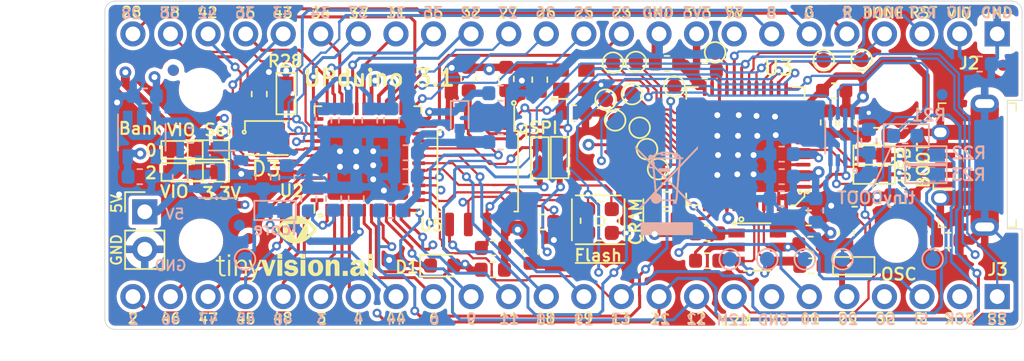
<source format=kicad_pcb>
(kicad_pcb (version 20240108) (generator "pcbnew") (generator_version "8.0")
  (title_block (title "UpDuino") (rev "3.0") (company "tinyVision.ai Inc."))
  (layers (0 "F.Cu" signal) (1 "In1.Cu" signal) (2 "In2.Cu" signal) (31 "B.Cu" signal) (34 "B.Paste" user) (35 "F.Paste" user) (36 "B.SilkS" user "B.Silkscreen") (37 "F.SilkS" user "F.Silkscreen") (38 "B.Mask" user) (39 "F.Mask" user) (44 "Edge.Cuts" user))
  (net 0 "")
  (net 1 "GND")
  (net 2 "+5VD")
  (net 3 "/FT_VCORE")
  (net 4 "+3V3")
  (net 5 "Net-(C4-Pad1)")
  (net 6 "/VCC_PLL")
  (net 7 "/V_PHY")
  (net 8 "/V_PLL")
  (net 9 "/+1.2V_CORE")
  (net 10 "+1V2")
  (net 11 "+2V5")
  (net 12 "/CDONE")
  (net 13 "/LED_B")
  (net 14 "/LED_G")
  (net 15 "/LED_R")
  (net 16 "/USB_P")
  (net 17 "Net-(J1-Pad4)")
  (net 18 "/USB_M")
  (net 19 "/IOT_41A")
  (net 20 "/IOT_50B")
  (net 21 "/IOT_51A")
  (net 22 "/IOT_48B")
  (net 23 "/IOT_49A")
  (net 24 "/IOT_44B")
  (net 25 "/IOT_45A_G1")
  (net 26 "/IOT_42B")
  (net 27 "/IOT_46B_G0")
  (net 28 "/IOT_43A")
  (net 29 "/IOT_38B")
  (net 30 "/IOT_39A")
  (net 31 "/IOT_36B")
  (net 32 "/IOT_37A")
  (net 33 "/CRESET_N")
  (net 34 "/IOB_6A")
  (net 35 "/IOB_0A")
  (net 36 "/IOB_2A")
  (net 37 "/IOB_5B")
  (net 38 "/IOB_4A")
  (net 39 "/IOB_9B")
  (net 40 "/IOB_8A")
  (net 41 "/IOB_3B_G6")
  (net 42 "/IOB_13B")
  (net 43 "/IOB_16A")
  (net 44 "/IOB_20A")
  (net 45 "/IOB_31B")
  (net 46 "/IOB_29B")
  (net 47 "/IOB_24A")
  (net 48 "/IOB_23B")
  (net 49 "/IOB_22A")
  (net 50 "/CLK_12M_EXT")
  (net 51 "/IOB_18A")
  (net 52 "/IOB_25B_G3")
  (net 53 "/FLASH_MISO")
  (net 54 "/FLASH_MOSI")
  (net 55 "/V_USB")
  (net 56 "Net-(R1-Pad2)")
  (net 57 "/EE_DAT")
  (net 58 "Net-(R3-Pad1)")
  (net 59 "Net-(R10-Pad2)")
  (net 60 "/CLK_12M_FT")
  (net 61 "Net-(R14-Pad1)")
  (net 62 "Net-(R15-Pad1)")
  (net 63 "/EE_CS")
  (net 64 "/EE_CLK")
  (net 65 "Net-(TP1-Pad1)")
  (net 66 "Net-(TP2-Pad1)")
  (net 67 "Net-(TP3-Pad1)")
  (net 68 "Net-(TP4-Pad1)")
  (net 69 "Net-(TP5-Pad1)")
  (net 70 "Net-(TP6-Pad1)")
  (net 71 "Net-(TP7-Pad1)")
  (net 72 "Net-(TP8-Pad1)")
  (net 73 "Net-(TP9-Pad1)")
  (net 74 "Net-(TP10-Pad1)")
  (net 75 "Net-(TP11-Pad1)")
  (net 76 "Net-(TP12-Pad1)")
  (net 77 "Net-(U3-Pad2)")
  (net 78 "Net-(U6-Pad4)")
  (net 79 "Net-(U7-Pad4)")
  (net 80 "/VIO_BANK_0_2")
  (net 81 "Net-(C22-Pad1)")
  (net 82 "Net-(C35-Pad1)")
  (net 83 "Net-(C24-Pad1)")
  (net 84 "/FT_SSn")
  (net 85 "/FT_SCK")
  (net 86 "/FPGA_SO")
  (net 87 "/FPGA_SI")
  (net 88 "Net-(U3-Pad39)")
  (net 89 "Net-(SJ16-Pad1)")
  (net 90 "Net-(SJ35-Pad1)")
  (net 91 "Net-(SJ36-Pad1)")
  (footprint "Capacitor_SMD:C_0603_1608Metric" (layer "F.Cu") (at 148.9 86 90)
    (property "Reference" "C13" (hide yes))
    (property "Value" "0.1u" (hide yes))
  )
  (footprint "Connector_PinHeader_2.54mm:PinHeader_1x02_P2.54mm_Vertical" (layer "F.Cu") (at 102.7 92.04)
    (property "Reference" "J4" (hide yes))
    (property "Value" "5V Power" (hide yes))
  )
  (footprint "LED_SMD:LED_0603_1608Metric" (layer "F.Cu") (at 122.8 95.68)
    (property "Reference" "D1")
    (property "Value" "LTST-C191KGKT" (hide yes))
  )
  (footprint "Package_DFN_QFN:QFN-48-1EP_7x7mm_P0.5mm_EP5.6x5.6mm" (layer "F.Cu") (at 117.7798 88.5034 90)
    (property "Reference" "U2")
    (property "Value" "ICE40UP5K-SG48ITR" (hide yes))
  )
  (footprint "Resistor_SMD:R_0603_1608Metric" (layer "F.Cu") (at 129.56 92.73 180)
    (property "Reference" "R9" (hide yes))
    (property "Value" "10K" (hide yes))
  )
  (footprint "Resistor_SMD:R_0603_1608Metric" (layer "F.Cu") (at 127.1382 83.0488 90)
    (property "Reference" "R8" (hide yes))
    (property "Value" "10K" (hide yes))
  )
  (footprint "Resistor_SMD:R_0603_1608Metric" (layer "F.Cu") (at 126.238 94.488)
    (property "Reference" "R15" (hide yes))
    (property "Value" "10K" (hide yes))
  )
  (footprint "Resistor_SMD:R_0603_1608Metric" (layer "F.Cu") (at 124.5982 83.0488 90)
    (property "Reference" "R14" (hide yes))
    (property "Value" "10K" (hide yes))
  )
  (footprint "Capacitor_SMD:C_0603_1608Metric" (layer "F.Cu") (at 128.778 94.742 -90)
    (property "Reference" "C17" (hide yes))
    (property "Value" "0.1u" (hide yes))
  )
  (footprint "TestPoint:TestPoint_Pad_D1.0mm" (layer "F.Cu") (at 151.15 81.75)
    (property "Reference" "TP11" (hide yes))
    (property "Value" "TestPoint" (hide yes))
  )
  (footprint "Package_SO:SOIC-8_5.23x5.23mm_P1.27mm" (layer "F.Cu") (at 125.2078 89.2972 -90)
    (property "Reference" "U5")
    (property "Value" "W25Q32JVSSIM" (hide yes))
  )
  (footprint "Capacitor_SMD:C_0603_1608Metric" (layer "F.Cu") (at 129.4 83.1 -90)
    (property "Reference" "C18" (hide yes))
    (property "Value" "0.1u" (hide yes))
  )
  (footprint "Capacitor_SMD:C_0603_1608Metric" (layer "F.Cu") (at 150.114 93.472 90)
    (property "Reference" "C3" (hide yes))
    (property "Value" "0.1u" (hide yes))
  )
  (footprint "vs:USB_Micro_AB_Female_0475890001" (layer "F.Cu") (at 156.8 88.89 90)
    (property "Reference" "J1" (hide yes))
    (property "Value" "47589-0001" (hide yes))
  )
  (footprint "vs:PinHeader_1x24_P2.54mm_Vertical" (layer "F.Cu") (at 160.32 97.78 -90)
    (property "Reference" "J3")
    (property "Value" "Left" (hide yes))
  )
  (footprint "vs:SolderJumper-2_0603_Open_TrianglePad1.0x1.5mm" (layer "F.Cu") (at 105.23 89.346)
    (property "Reference" "SJ26" (hide yes))
    (property "Value" "OPEN" (hide yes))
  )
  (footprint "Capacitor_SMD:C_0603_1608Metric" (layer "F.Cu") (at 137.9 92.5 180)
    (property "Reference" "C2" (hide yes))
    (property "Value" "0.1u" (hide yes))
  )
  (footprint "TestPoint:TestPoint_Pad_D1.0mm" (layer "F.Cu") (at 135.636 84.074)
    (property "Reference" "TP5" (hide yes))
    (property "Value" "TestPoint" (hide yes))
  )
  (footprint "TestPoint:TestPoint_Pad_D1.0mm" (layer "F.Cu") (at 134.493 85.852)
    (property "Reference" "TP7" (hide yes))
    (property "Value" "TestPoint" (hide yes))
  )
  (footprint "TestPoint:TestPoint_Pad_D1.0mm" (layer "F.Cu") (at 136.15 86.35)
    (property "Reference" "TP8" (hide yes))
    (property "Value" "TestPoint" (hide yes))
  )
  (footprint "TestPoint:TestPoint_Pad_D1.0mm" (layer "F.Cu") (at 136.65 87.8)
    (property "Reference" "TP9" (hide yes))
    (property "Value" "TestPoint" (hide yes))
  )
  (footprint "vs:PinHeader_1x24_P2.54mm_Vertical" (layer "F.Cu") (at 160.32 80 -90)
    (property "Reference" "J2")
    (property "Value" "Right" (hide yes))
  )
  (footprint "vs:SOT-23-6" (layer "F.Cu") (at 144.1 94.428)
    (property "Reference" "U1" (hide yes))
    (property "Value" "93LC56BT-I/OT" (hide yes))
  )
  (footprint "vs:SolderJumper-2_0603_Open_TrianglePad1.0x1.5mm" (layer "F.Cu") (at 129.4 88.392 90)
    (property "Reference" "SJ25" (hide yes))
    (property "Value" "OPEN" (hide yes))
  )
  (footprint "TestPoint:TestPoint_Pad_D1.0mm" (layer "F.Cu") (at 133.858 84.455)
    (property "Reference" "TP6" (hide yes))
    (property "Value" "TestPoint" (hide yes))
  )
  (footprint "Capacitor_SMD:C_0603_1608Metric" (layer "F.Cu") (at 150.6855 91.186 180)
    (property "Reference" "C1" (hide yes))
    (property "Value" "4.7u" (hide yes))
  )
  (footprint "Inductor_SMD:L_0603_1608Metric" (layer "F.Cu") (at 152.146 86.868)
    (property "Reference" "FB2" (hide yes))
    (property "Value" "BLM18HE152SN1D" (hide yes))
  )
  (footprint "Resistor_SMD:R_0603_1608Metric" (layer "F.Cu") (at 147.701 94.234 180)
    (property "Reference" "R17" (hide yes))
    (property "Value" "10K" (hide yes))
  )
  (footprint "Resistor_SMD:R_0603_1608Metric" (layer "F.Cu") (at 126.2253 95.9612)
    (property "Reference" "R7" (hide yes))
    (property "Value" "2.2K" (hide yes))
  )
  (footprint "Inductor_SMD:L_0603_1608Metric" (layer "F.Cu") (at 153.924 90.932)
    (property "Reference" "FB3" (hide yes))
    (property "Value" "BLM18HE152SN1D" (hide yes))
  )
  (footprint "TestPoint:TestPoint_Pad_D1.0mm" (layer "F.Cu") (at 137.4 89.15)
    (property "Reference" "TP10" (hide yes))
    (property "Value" "TestPoint" (hide yes))
  )
  (footprint "Capacitor_SMD:C_0603_1608Metric" (layer "F.Cu") (at 137.9 91.2 180)
    (property "Reference" "C4" (hide yes))
    (property "Value" "0.1u" (hide yes))
  )
  (footprint "vs:SolderJumper-2_0603_Open_TrianglePad1.0x1.5mm" (layer "F.Cu") (at 105.2175 87.846)
    (property "Reference" "SJ19" (hide yes))
    (property "Value" "OPEN")
  )
  (footprint "vs:SolderJumper-2_0603_Open_TrianglePad1.0x1.5mm" (layer "F.Cu") (at 130.7465 88.3665 -90)
    (property "Reference" "SJ24" (hide yes))
    (property "Value" "OPEN" (hide yes))
  )
  (footprint "vs:SolderJumper-2_0603_Open_TrianglePad1.0x1.5mm" (layer "F.Cu") (at 150.622 95.7 180)
    (property "Reference" "SJ16" (hide yes))
    (property "Value" "OPEN" (hide yes))
  )
  (footprint "Resistor_SMD:R_0603_1608Metric" (layer "F.Cu") (at 147.7645 95.7)
    (property "Reference" "R18" (hide yes))
    (property "Value" "10K" (hide yes))
  )
  (footprint "Capacitor_SMD:C_0603_1608Metric" (layer "F.Cu") (at 147.574 92.456)
    (property "Reference" "C8" (hide yes))
    (property "Value" "0.1u" (hide yes))
  )
  (footprint "TestPoint:TestPoint_Pad_D1.0mm" (layer "F.Cu") (at 148.59 81.788)
    (property "Reference" "TP12" (hide yes))
    (property "Value" "TestPoint" (hide yes))
  )
  (footprint "Capacitor_SMD:C_0603_1608Metric" (layer "F.Cu") (at 149.3 83.85)
    (property "Reference" "C9" (hide yes))
    (property "Value" "0.1u" (hide yes))
  )
  (footprint "Resistor_SMD:R_0603_1608Metric" (layer "F.Cu") (at 131.7 85.344 180)
    (property "Reference" "R10" (hide yes))
    (property "Value" "DNI" (hide yes))
  )
  (footprint "Fiducial:Fiducial_0.75mm_Mask1.5mm" (layer "F.Cu") (at 109.728 93.853)
    (property "Reference" "FID2" (hide yes))
    (property "Value" "Fiducial" (hide yes))
  )
  (footprint "vs:MountingHole_2.5mm_M3" (layer "F.Cu") (at 106.5 94)
    (property "Reference" "H1" (hide yes))
    (property "Value" "MountingHole" (hide yes))
  )
  (footprint "vs:MountingHole_2.5mm_M3" (layer "F.Cu") (at 153.5 83.8)
    (property "Reference" "H4" (hide yes))
    (property "Value" "MountingHole" (hide yes))
  )
  (footprint "vs:QFN-48-1EP_8x8mm_P0.5mm_EP6.2x6.2mm" (layer "F.Cu") (at 143.2984 87.6012 180)
    (property "Reference" "U3")
    (property "Value" "FT232H" (hide yes))
  )
  (footprint "VS.preety:LED_Cree-PLCC4_2x2mm_CW" (layer "F.Cu") (at 110.922 87.046)
    (property "Reference" "D3")
    (property "Value" "CLMVC-FKA-CLBDGL7LBB79353" (hide yes))
  )
  (footprint "Resistor_SMD:R_0603_1608Metric" (layer "F.Cu") (at 140.716 93.5 180)
    (property "Reference" "R4" (hide yes))
    (property "Value" "10K" (hide yes))
  )
  (footprint "TestPoint:TestPoint_Pad_D1.0mm" (layer "F.Cu") (at 135.9 81.9)
    (property "Reference" "TP3" (hide yes))
    (property "Value" "TestPoint" (hide yes))
  )
  (footprint "TestPoint:TestPoint_Pad_D1.0mm" (layer "F.Cu") (at 138.5 83.55)
    (property "Reference" "TP2" (hide yes))
    (property "Value" "TestPoint" (hide yes))
  )
  (footprint "vs:Oscillator_SMD_Abracon_ASDMB-4Pin_2.5x2.0mm" (layer "F.Cu") (at 131.7 83.1)
    (property "Reference" "U4" (hide yes))
    (property "Value" "SG-210STF 12.0000ML3" (hide yes))
  )
  (footprint "Capacitor_SMD:C_0603_1608Metric" (layer "F.Cu") (at 140.55 82.5)
    (property "Reference" "C7" (hide yes))
    (property "Value" "0.1u" (hide yes))
  )
  (footprint "Capacitor_SMD:C_0603_1608Metric" (layer "F.Cu") (at 138 82 180)
    (property "Reference" "C33" (hide yes))
    (property "Value" "DNI" (hide yes))
  )
  (footprint "TestPoint:TestPoint_Pad_D1.0mm" (layer "F.Cu") (at 141.25 81.25)
    (property "Reference" "TP1" (hide yes))
    (property "Value" "TestPoint" (hide yes))
  )
  (footprint "Fiducial:Fiducial_0.75mm_Mask1.5mm" (layer "F.Cu") (at 160.71 82.12)
    (property "Reference" "FID6" (hide yes))
    (property "Value" "Fiducial" (hide yes))
  )
  (footprint "Capacitor_SMD:C_0603_1608Metric" (layer "F.Cu") (at 150.15 85.9875 90)
    (property "Reference" "C28" (hide yes))
    (property "Value" "4.7u" (hide yes))
  )
  (footprint "Fiducial:Fiducial_0.75mm_Mask1.5mm" (layer "F.Cu") (at 104.64 82.47)
    (property "Reference" "FID5" (hide yes))
    (property "Value" "Fiducial" (hide yes))
  )
  (footprint "Resistor_SMD:R_0603_1608Metric" (layer "F.Cu") (at 140.716 95.35 180)
    (property "Reference" "R1" (hide yes))
    (property "Value" "2.2K" (hide yes))
  )
  (footprint "vs:Tiny4" (layer "F.Cu") (at 112.88 94.5)
    (property "Reference" "G***" (hide yes))
    (property "Value" "LOGO" (hide yes))
  )
  (footprint "vs:ShortedJumper-2_P1.3mm_Bridged_Pad1.0x1.0mm" (layer "F.Cu") (at 107.0011 89.346 180)
    (property "Reference" "SJ20" (hide yes))
    (property "Value" "SHORT" (hide yes))
  )
  (footprint "vs:ShortedJumper-2_P1.3mm_Bridged_Pad1.0x1.0mm" (layer "F.Cu") (at 107.0011 87.846 180)
    (property "Reference" "SJ31" (hide yes))
    (property "Value" "SHORT" (hide yes))
  )
  (footprint "vs:ShortedJumper-2_P1.3mm_Bridged_Pad1.0x1.0mm" (layer "F.Cu") (at 152 89.5)
    (property "Reference" "SJ35" (hide yes))
    (property "Value" "SHORT" (hide yes))
  )
  (footprint "vs:ShortedJumper-2_P1.3mm_Bridged_Pad1.0x1.0mm" (layer "F.Cu") (at 152 88.2)
    (property "Reference" "SJ36" (hide yes))
    (property "Value" "SHORT" (hide yes))
  )
  (footprint "vs:MountingHole_2.5mm_M3" (layer "F.Cu") (at 153.5 94)
    (property "Reference" "H3" (hide yes))
    (property "Value" "MountingHole" (hide yes))
  )
  (footprint "vs:ShortedJumper-2_P1.3mm_Bridged_Pad1.0x1.0mm" (layer "F.Cu") (at 112.25 84.04 90)
    (property "Reference" "R28")
    (property "Value" "SHORT" (hide yes))
  )
  (footprint "vs:MountingHole_2.5mm_M3" (layer "F.Cu") (at 106.5 83.8)
    (property "Reference" "H2" (hide yes))
    (property "Value" "MountingHole" (hide yes))
  )
  (footprint "Capacitor_SMD:C_0603_1608Metric" (layer "F.Cu") (at 110.44 84.07 90)
    (property "Reference" "C24" (hide yes))
    (property "Value" "4.7u" (hide yes))
  )
  (footprint "Resistor_SMD:R_0603_1608Metric" (layer "F.Cu") (at 134.27 92.66 90)
    (property "Reference" "R27" (hide yes))
    (property "Value" "DNI" (hide yes))
  )
  (footprint "Resistor_SMD:R_0603_1608Metric" (layer "F.Cu") (at 133.45 91.86)
    (property "Reference" "R13" (hide yes))
    (property "Value" "0" (hide yes))
  )
  (footprint "Resistor_SMD:R_0603_1608Metric" (layer "F.Cu") (at 133.46 93.47)
    (property "Reference" "R12" (hide yes))
    (property "Value" "0" (hide yes))
  )
  (footprint "Capacitor_SMD:C_0603_1608Metric" (layer "F.Cu") (at 157.01 93.97 180)
    (property "Reference" "C25" (hide yes))
    (property "Value" "0.1u" (hide yes))
  )
  (footprint "Resistor_SMD:R_0603_1608Metric" (layer "F.Cu") (at 132.67 92.65 90)
    (property "Reference" "R11" (hide yes))
    (property "Value" "DNI" (hide yes))
  )
  (footprint "TestPoint:TestPoint_Pad_D1.0mm" (layer "F.Cu") (at 134.35 81.95)
    (property "Reference" "TP4" (hide yes))
    (property "Value" "TestPoint" (hide yes))
  )
  (footprint "Capacitor_SMD:C_0603_1608Metric" (layer "B.Cu") (at 102.362 89.662)
    (property "Reference" "C21" (hide yes))
    (property "Value" "4.7u" (hide yes))
  )
  (footprint "Capacitor_SMD:C_0603_1608Metric" (layer "B.Cu") (at 145.75 89.662 180)
    (property "Reference" "C12" (hide yes))
    (property "Value" "0.1u" (hide yes))
  )
  (footprint "Capacitor_SMD:C_0603_1608Metric" (layer "B.Cu") (at 159.131 82.042)
    (property "Reference" "C23" (hide yes))
    (property "Value" "DNI" (hide yes))
  )
  (footprint "Resistor_SMD:R_0603_1608Metric" (layer "B.Cu") (at 154.1 86.9 180)
    (property "Reference" "R21")
    (property "Value" "DNI" (hide yes))
  )
  (footprint "Capacitor_SMD:C_0603_1608Metric" (layer "B.Cu") (at 105.8 86.868 180)
    (property "Reference" "C34" (hide yes))
    (property "Value" "DNI" (hide yes))
  )
  (footprint "Resistor_SMD:R_0603_1608Metric" (layer "B.Cu") (at 145.75 88.138 180)
    (property "Reference" "R3" (hide yes))
    (property "Value" "12K" (hide yes))
  )
  (footprint "Capacitor_SMD:C_0603_1608Metric" (layer "B.Cu") (at 110.7 89.7 90)
    (property "Reference" "C29" (hide yes))
    (property "Value" "4.7u" (hide yes))
  )
  (footprint "Resistor_SMD:R_0603_1608Metric" (layer "B.Cu") (at 119.3165 91.948)
    (property "Reference" "R5" (hide yes))
    (property "Value" "10K" (hide yes))
  )
  (footprint "Capacitor_SMD:C_0603_1608Metric" (layer "B.Cu") (at 119.38 85.852 -90)
    (property "Reference" "C10" (hide yes))
    (property "Value" "0.1u" (hide yes))
  )
  (footprint "Capacitor_SMD:C_0603_1608Metric" (layer "B.Cu") (at 126.746 87.316)
    (property "Reference" "C16" (hide yes))
    (property "Value" "0.1u" (hide yes))
  )
  (footprint "Capacitor_SMD:C_0603_1608Metric" (layer "B.Cu") (at 126.746 84.014)
    (property "Reference" "C31" (hide yes))
    (property "Value" "4.7u" (hide yes))
  )
  (footprint "vs:SolderJumper-2_0603_Open_TrianglePad1.0x1.5mm" (layer "B.Cu") (at 155.5 88.2 180)
    (property "Reference" "R22")
    (property "Value" "OPEN" (hide yes))
  )
  (footprint "Capacitor_SMD:C_0603_1608Metric" (layer "B.Cu") (at 114.808 85.852 -90)
    (property "Reference" "C22" (hide yes))
    (property "Value" "4.7u" (hide yes))
  )
  (footprint "Capacitor_SMD:C_0603_1608Metric" (layer "B.Cu") (at 120.3325 89.662 180)
    (property "Reference" "C30" (hide yes))
    (property "Value" "4.7u" (hide yes))
  )
  (footprint "Diode_SMD:D_SOD-523" (layer "B.Cu") (at 123.9886 85.6904 -90)
    (property "Reference" "D2" (hide yes))
    (property "Value" "1N4148WT-7" (hide yes))
  )
  (footprint "Capacitor_SMD:C_0603_1608Metric" (layer "B.Cu") (at 120.3452 88.0462 180)
    (property "Reference" "C14" (hide yes))
    (property "Value" "0.1u" (hide yes))
  )
  (footprint "vs:SolderJumper-2_0603_Open_TrianglePad1.0x1.5mm" (layer "B.Cu") (at 155.5 89.5 180)
    (property "Reference" "R23")
    (property "Value" "OPEN" (hide yes))
  )
  (footprint "Capacitor_SMD:C_0603_1608Metric" (layer "B.Cu") (at 115.4684 91.145 90)
    (property "Reference" "C6" (hide yes))
    (property "Value" "0.1u" (hide yes))
  )
  (footprint "Capacitor_SMD:C_0603_1608Metric" (layer "B.Cu") (at 116.9924 91.145 90)
    (property "Reference" "C15" (hide yes))
    (property "Value" "0.1u" (hide yes))
  )
  (footprint "Capacitor_SMD:C_0603_1608Metric" (layer "B.Cu") (at 105.1 89.7 90)
    (property "Reference" "C20" (hide yes))
    (property "Value" "4.7u" (hide yes))
  )
  (footprint "Capacitor_SMD:C_0603_1608Metric" (layer "B.Cu") (at 116.332 85.852 -90)
    (property "Reference" "C5" (hide yes))
    (property "Value" "0.1u" (hide yes))
  )
  (footprint "Capacitor_SMD:C_0603_1608Metric" (layer "B.Cu") (at 117.9068 85.852 -90)
    (property "Reference" "C11" (hide yes))
    (property "Value" "4.7u" (hide yes))
  )
  (footprint "TestPoint:TestPoint_Pad_D1.0mm" (layer "B.Cu") (at 147.32 95.25)
    (property "Reference" "TP26" (hide yes))
    (property "Value" "TestPoint" (hide yes))
  )
  (footprint "TestPoint:TestPoint_Pad_D1.0mm" (layer "B.Cu") (at 144.78 95.25)
    (property "Reference" "TP27" (hide yes))
    (property "Value" "TestPoint" (hide yes))
  )
  (footprint "TestPoint:TestPoint_Pad_D1.0mm" (layer "B.Cu") (at 155.956 95.25)
    (property "Reference" "TP21" (hide yes))
    (property "Value" "TestPoint" (hide yes))
  )
  (footprint "TestPoint:TestPoint_Pad_D1.0mm" (layer "B.Cu") (at 149.86 95.25)
    (property "Reference" "TP20" (hide yes))
    (property "Value" "TestPoint" (hide yes))
  )
  (footprint "TestPoint:TestPoint_Pad_D1.0mm" (layer "B.Cu") (at 142.24 95.25)
    (property "Reference" "TP28" (hide yes))
    (property "Value" "TestPoint" (hide yes))
  )
  (footprint "Capacitor_SMD:C_0603_1608Metric" (layer "B.Cu") (at 145.75 91.15 180)
    (property "Reference" "C27" (hide yes))
    (property "Value" "4.7u" (hide yes))
  )
  (footprint "TestPoint:TestPoint_Pad_D1.0mm" (layer "B.Cu") (at 109.474 95.25)
    (property "Reference" "TP17" (hide yes))
    (property "Value" "TestPoint" (hide yes))
  )
  (footprint "Capacitor_SMD:C_0603_1608Metric" (layer "B.Cu") (at 151.65 87.25 -90)
    (property "Reference" "C36" (hide yes))
    (property "Value" "0.1u" (hide yes))
  )
  (footprint "Capacitor_SMD:C_0603_1608Metric" (layer "B.Cu") (at 113.792 91.186 90)
    (property "Reference" "C35" (hide yes))
    (property "Value" "4.7u" (hide yes))
  )
  (footprint "Fiducial:Fiducial_0.75mm_Mask1.5mm" (layer "B.Cu") (at 109.1 92.95)
    (property "Reference" "FID1" (hide yes))
    (property "Value" "Fiducial" (hide yes))
  )
  (footprint "Fiducial:Fiducial_0.75mm_Mask1.5mm" (layer "B.Cu") (at 156.6 84.1)
    (property "Reference" "FID3" (hide yes))
    (property "Value" "Fiducial" (hide yes))
  )
  (footprint "Fiducial:Fiducial_0.75mm_Mask1.5mm" (layer "B.Cu") (at 104.62 82.45)
    (property "Reference" "FID4" (hide yes))
    (property "Value" "Fiducial" (hide yes))
  )
  (footprint "Resistor_SMD:R_0603_1608Metric" (layer "B.Cu") (at 112.3 89.7 -90)
    (property "Reference" "R6" (hide yes))
    (property "Value" "100" (hide yes))
  )
  (footprint "Package_SO:VSSOP-8_2.3x2mm_P0.5mm" (layer "B.Cu") (at 149.7965 86.995 90)
    (property "Reference" "U8" (hide yes))
    (property "Value" "SN74AUP2G125DCUR" (hide yes))
  )
  (footprint "Capacitor_SMD:C_0603_1608Metric" (layer "B.Cu") (at 102.7 84.2 180)
    (property "Reference" "C19" (hide yes))
    (property "Value" "4.7u" (hide yes))
  )
  (footprint "vs:SOT-23-5" (layer "B.Cu") (at 102.5 87 -90)
    (property "Reference" "U6" (hide yes))
    (property "Value" "AP2127K-3.3" (hide yes))
  )
  (footprint "vs:SOT-23-5" (layer "B.Cu") (at 107.9 89.5)
    (property "Reference" "U7" (hide yes))
    (property "Value" "AP2127K-1.2" (hide yes))
  )
  (footprint "Symbol:WEEE-Logo_4.2x6mm_SilkScreen" (layer "B.Cu") (at 137.973 90.602 180)
    (property "Reference" "REF**" (hide yes))
    (property "Value" "WEEE-Logo_4.2x6mm_SilkScreen" (hide yes))
  )
  (footprint "vs:ShortedJumper-2_P1.3mm_Bridged_Pad1.0x1.0mm" (layer "B.Cu") (at 111.506 91.948 180)
    (property "Reference" "SJ34" (hide yes))
    (property "Value" "SHORT" (hide yes))
  )
  (footprint "Inductor_SMD:L_0603_1608Metric" (layer "B.Cu") (at 148.05 91.95 -90)
    (property "Reference" "FB1" (hide yes))
    (property "Value" "BLM18HE152SN1D" (hide yes))
  )
  (gr_line (start 153.162 87.63) (end 151.892 90.424) (stroke (width 0.12)) (layer "B.SilkS"))
  (gr_line (start 152.654 86.106) (end 155.702 86.106) (stroke (width 0.12)) (layer "B.SilkS"))
  (gr_line (start 152.654 87.63) (end 152.654 86.106) (stroke (width 0.12)) (layer "B.SilkS"))
  (gr_circle (center 150.725 89.25) (end 150.825 89.325) (stroke (width 0.12)) (fill none) (layer "B.SilkS"))
  (gr_line (start 155.702 86.106) (end 155.702 87.63) (stroke (width 0.12)) (layer "B.SilkS"))
  (gr_line (start 154.1 87.6) (end 152.654 87.63) (stroke (width 0.12)) (layer "B.SilkS"))
  (gr_circle (center 114.575 92.3) (end 114.65 92.4) (stroke (width 0.12)) (fill none) (layer "F.SilkS"))
  (gr_circle (center 127.65 84.675) (end 127.7 84.8) (stroke (width 0.12)) (fill none) (layer "F.SilkS"))
  (gr_circle (center 147 90.725) (end 147.075 90.8) (stroke (width 0.12)) (fill none) (layer "F.SilkS"))
  (gr_line (start 131.826 90.932) (end 134.874 90.932) (stroke (width 0.12)) (layer "F.SilkS"))
  (gr_line (start 135.128 91.186) (end 135.128 93.98) (stroke (width 0.12)) (layer "F.SilkS"))
  (gr_line (start 131.826 95.504) (end 135.128 95.504) (stroke (width 0.12)) (layer "F.SilkS"))
  (gr_circle (center 143.025 92.55) (end 143.1 92.675) (stroke (width 0.12)) (fill none) (layer "F.SilkS"))
  (gr_line (start 136.398 91.186) (end 136.398 93.98) (stroke (width 0.12)) (layer "F.SilkS"))
  (gr_line (start 131.572 91.186) (end 131.572 93.98) (stroke (width 0.12)) (layer "F.SilkS"))
  (gr_line (start 131.826 94.234) (end 135.128 94.234) (stroke (width 0.12)) (layer "F.SilkS"))
  (gr_line (start 162 84.5) (end 162 78.48) (stroke (width 0.05)) (layer "Edge.Cuts"))
  (gr_line (start 100.7 100) (end 161.3 100) (stroke (width 0.05)) (layer "Edge.Cuts"))
  (gr_line (start 161.3 77.78) (end 100.7 77.78) (stroke (width 0.05)) (layer "Edge.Cuts"))
  (gr_line (start 100 78.48) (end 100 99.3) (stroke (width 0.05)) (layer "Edge.Cuts"))
  (gr_line (start 162 99.3) (end 162 93.2) (stroke (width 0.05)) (layer "Edge.Cuts"))
  (gr_line (start 161 93.2) (end 161 84.5) (stroke (width 0.05)) (layer "Edge.Cuts"))
  (gr_line (start 162 84.5) (end 161 84.5) (stroke (width 0.05)) (layer "Edge.Cuts"))
  (gr_line (start 162 93.2) (end 161 93.2) (stroke (width 0.05)) (layer "Edge.Cuts"))
  (gr_arc (start 100 78.48) (mid 100.205025 77.985025) (end 100.7 77.78) (stroke (width 0.05)) (layer "Edge.Cuts"))
  (gr_arc (start 161.3 77.78) (mid 161.794975 77.985025) (end 162 78.48) (stroke (width 0.05)) (layer "Edge.Cuts"))
  (gr_arc (start 162 99.3) (mid 161.794975 99.794975) (end 161.3 100) (stroke (width 0.05)) (layer "Edge.Cuts"))
  (gr_arc (start 100.7 100) (mid 100.205025 99.794975) (end 100 99.3) (stroke (width 0.05)) (layer "Edge.Cuts"))
  (gr_text "Icore" (at 111.506 93.2 0) (layer "B.SilkS") (effects (font (size 0.8 0.8)) (justify mirror)))
  (gr_text "20" (at 150.24 99.34 0) (layer "B.SilkS") (effects (font (size 0.7 0.7) (thickness 0.127)) (justify mirror)))
  (gr_text "SCK" (at 157.79 99.3 0) (layer "B.SilkS") (effects (font (size 0.7 0.7) (thickness 0.127)) (justify mirror)))
  (gr_text "SS" (at 160.33 99.26 0) (layer "B.SilkS") (effects (font (size 0.7 0.7) (thickness 0.127)) (justify mirror)))
  (gr_text "10" (at 147.68 99.29 0) (layer "B.SilkS") (effects (font (size 0.7 0.7) (thickness 0.127)) (justify mirror)))
  (gr_text "12M" (at 142.418 99.365 0) (layer "B.SilkS") (effects (font (size 0.7 0.7) (thickness 0.127)) (justify mirror)))
  (gr_text "SO" (at 152.77 99.33 0) (layer "B.SilkS") (effects (font (size 0.7 0.7) (thickness 0.127)) (justify mirror)))
  (gr_text "SI" (at 155.19 99.31 0) (layer "B.SilkS") (effects (font (size 0.7 0.7) (thickness 0.127)) (justify mirror)))
  (gr_text "GND" (at 145.212 99.365 0) (layer "B.SilkS") (effects (font (size 0.7 0.7) (thickness 0.127)) (justify mirror)))
  (gr_text "11" (at 127.35 99.32 0) (layer "B.SilkS") (effects (font (size 0.7 0.7) (thickness 0.127)) (justify mirror)))
  (gr_text "6" (at 122.28 99.32 0) (layer "B.SilkS") (effects (font (size 0.7 0.7) (thickness 0.127)) (justify mirror)))
  (gr_text "2" (at 101.93 99.33 0) (layer "B.SilkS") (effects (font (size 0.7 0.7) (thickness 0.127)) (justify mirror)))
  (gr_text "4" (at 117.16 99.27 0) (layer "B.SilkS") (effects (font (size 0.7 0.7) (thickness 0.127)) (justify mirror)))
  (gr_text "13" (at 134.9 99.32 0) (layer "B.SilkS") (effects (font (size 0.7 0.7) (thickness 0.127)) (justify mirror)))
  (gr_text "18" (at 129.81 99.33 0) (layer "B.SilkS") (effects (font (size 0.7 0.7) (thickness 0.127)) (justify mirror)))
  (gr_text "12" (at 140 99.33 0) (layer "B.SilkS") (effects (font (size 0.7 0.7) (thickness 0.127)) (justify mirror)))
  (gr_text "46" (at 104.48 99.31 0) (layer "B.SilkS") (effects (font (size 0.7 0.7) (thickness 0.127)) (justify mirror)))
  (gr_text "47" (at 107.01 99.29 0) (layer "B.SilkS") (effects (font (size 0.7 0.7) (thickness 0.127)) (justify mirror)))
  (gr_text "19" (at 132.38 99.35 0) (layer "B.SilkS") (effects (font (size 0.7 0.7) (thickness 0.127)) (justify mirror)))
  (gr_text "45" (at 109.54 99.29 0) (layer "B.SilkS") (effects (font (size 0.7 0.7) (thickness 0.127)) (justify mirror)))
  (gr_text "3" (at 114.67 99.34 0) (layer "B.SilkS") (effects (font (size 0.7 0.7) (thickness 0.127)) (justify mirror)))
  (gr_text "21" (at 137.55 99.34 0) (layer "B.SilkS") (effects (font (size 0.7 0.7) (thickness 0.127)) (justify mirror)))
  (gr_text "48" (at 112.05 99.34 0) (layer "B.SilkS") (effects (font (size 0.7 0.7) (thickness 0.127)) (justify mirror)))
  (gr_text "9" (at 124.78 99.31 0) (layer "B.SilkS") (effects (font (size 0.7 0.7) (thickness 0.127)) (justify mirror)))
  (gr_text "44" (at 119.71 99.33 0) (layer "B.SilkS") (effects (font (size 0.7 0.7) (thickness 0.127)) (justify mirror)))
  (gr_text "3V3" (at 140.01 78.57 0) (layer "B.SilkS") (effects (font (size 0.7 0.7) (thickness 0.127)) (justify mirror)))
  (gr_text "GND" (at 137.37 78.57 0) (layer "B.SilkS") (effects (font (size 0.7 0.7) (thickness 0.127)) (justify mirror)))
  (gr_text "43" (at 111.99 78.57 0) (layer "B.SilkS") (effects (font (size 0.7 0.7) (thickness 0.127)) (justify mirror)))
  (gr_text "VIO" (at 157.72 78.55 0) (layer "B.SilkS") (effects (font (size 0.7 0.7) (thickness 0.127)) (justify mirror)))
  (gr_text "32" (at 124.72 78.59 0) (layer "B.SilkS") (effects (font (size 0.7 0.7) (thickness 0.127)) (justify mirror)))
  (gr_text "42" (at 106.91 78.59 0) (layer "B.SilkS") (effects (font (size 0.7 0.7) (thickness 0.127)) (justify mirror)))
  (gr_text "34" (at 114.56 78.56 0) (layer "B.SilkS") (effects (font (size 0.7 0.7) (thickness 0.127)) (justify mirror)))
  (gr_text "35\n" (at 122.17 78.55 0) (layer "B.SilkS") (effects (font (size 0.7 0.7) (thickness 0.127)) (justify mirror)))
  (gr_text "38" (at 104.37 78.57 0) (layer "B.SilkS") (effects (font (size 0.7 0.7) (thickness 0.127)) (justify mirror)))
  (gr_text "36" (at 109.47 78.56 0) (layer "B.SilkS") (effects (font (size 0.7 0.7) (thickness 0.127)) (justify mirror)))
  (gr_text "DONE" (at 152.59 78.56 0) (layer "B.SilkS") (effects (font (size 0.7 0.7) (thickness 0.127)) (justify mirror)))
  (gr_text "25" (at 132.35 78.58 0) (layer "B.SilkS") (effects (font (size 0.7 0.7) (thickness 0.127)) (justify mirror)))
  (gr_text "31\n" (at 119.67 78.59 0) (layer "B.SilkS") (effects (font (size 0.7 0.7) (thickness 0.127)) (justify mirror)))
  (gr_text "R" (at 150.16 78.6 0) (layer "B.SilkS") (effects (font (size 0.7 0.7) (thickness 0.127)) (justify mirror)))
  (gr_text "GND" (at 160.27 78.56 0) (layer "B.SilkS") (effects (font (size 0.7 0.7) (thickness 0.127)) (justify mirror)))
  (gr_text "37" (at 117.12 78.54 0) (layer "B.SilkS") (effects (font (size 0.7 0.7) (thickness 0.127)) (justify mirror)))
  (gr_text "27" (at 127.23 78.58 0) (layer "B.SilkS") (effects (font (size 0.7 0.7) (thickness 0.127)) (justify mirror)))
  (gr_text "B" (at 145.035 78.57 0) (layer "B.SilkS") (effects (font (size 0.7 0.7) (thickness 0.127)) (justify mirror)))
  (gr_text "RST" (at 155.28 78.59 0) (layer "B.SilkS") (effects (font (size 0.7 0.7) (thickness 0.127)) (justify mirror)))
  (gr_text "5V" (at 142.535 78.57 0) (layer "B.SilkS") (effects (font (size 0.7 0.7) (thickness 0.127)) (justify mirror)))
  (gr_text "23" (at 134.9 78.57 0) (layer "B.SilkS") (effects (font (size 0.7 0.7) (thickness 0.127)) (justify mirror)))
  (gr_text "G" (at 147.58 78.61 0) (layer "B.SilkS") (effects (font (size 0.7 0.7) (thickness 0.127)) (justify mirror)))
  (gr_text "28" (at 101.77 78.625 0) (layer "B.SilkS") (effects (font (size 0.7 0.7) (thickness 0.127)) (justify mirror)))
  (gr_text "26" (at 129.78 78.57 0) (layer "B.SilkS") (effects (font (size 0.7 0.7) (thickness 0.127)) (justify mirror)))
  (gr_text "GND" (at 104.445 95.682 0) (layer "B.SilkS") (effects (font (size 0.7 0.7) (thickness 0.127)) (justify mirror)))
  (gr_text "tinyBOOT" (at 152.15 91.1 0) (layer "B.SilkS") (effects (font (size 0.8 0.8)) (justify mirror)))
  (gr_text "5V" (at 104.734 92.198 0) (layer "B.SilkS") (effects (font (size 0.7 0.7) (thickness 0.127)) (justify mirror)))
  (gr_text "CRAM" (at 135.89 92.71 90) (layer "F.SilkS") (effects (font (size 0.8 0.8))))
  (gr_text "qSPI" (at 129.286 86.36 0) (layer "F.SilkS") (effects (font (size 0.8 0.8))))
  (gr_text "9" (at 124.75 99.27 0) (layer "F.SilkS") (effects (font (size 0.7 0.7) (thickness 0.127))))
  (gr_text "21" (at 137.52 99.24 0) (layer "F.SilkS") (effects (font (size 0.7 0.7) (thickness 0.127))))
  (gr_text "47" (at 106.98 99.29 0) (layer "F.SilkS") (effects (font (size 0.7 0.7) (thickness 0.127))))
  (gr_text "GND" (at 160.31 78.59 0) (layer "F.SilkS") (effects (font (size 0.7 0.7) (thickness 0.127))))
  (gr_text "SCK" (at 157.76 99.28 0) (layer "F.SilkS") (effects (font (size 0.7 0.7) (thickness 0.127))))
  (gr_text "2" (at 103.124 89.408 0) (layer "F.SilkS") (effects (font (size 0.8 0.8))))
  (gr_text "GND" (at 137.41 78.58 0) (layer "F.SilkS") (effects (font (size 0.7 0.7) (thickness 0.127))))
  (gr_text "23" (at 134.94 78.58 0) (layer "F.SilkS") (effects (font (size 0.7 0.7) (thickness 0.127))))
  (gr_text "RST" (at 155.32 78.56 0) (layer "F.SilkS") (effects (font (size 0.7 0.7) (thickness 0.127))))
  (gr_text "VIO" (at 157.76 78.6 0) (layer "F.SilkS") (effects (font (size 0.7 0.7) (thickness 0.127))))
  (gr_text "G" (at 147.62 78.54 0) (layer "F.SilkS") (effects (font (size 0.7 0.7) (thickness 0.127))))
  (gr_text "13" (at 134.87 99.26 0) (layer "F.SilkS") (effects (font (size 0.7 0.7) (thickness 0.127))))
  (gr_text "48" (at 112.02 99.24 0) (layer "F.SilkS") (effects (font (size 0.7 0.7) (thickness 0.127))))
  (gr_text "GND" (at 100.79 94.62 90) (layer "F.SilkS") (effects (font (size 0.7 0.7) (thickness 0.127))))
  (gr_text "44" (at 119.68 99.25 0) (layer "F.SilkS") (effects (font (size 0.7 0.7) (thickness 0.127))))
  (gr_text "28" (at 101.81 78.525 0) (layer "F.SilkS") (effects (font (size 0.7 0.7) (thickness 0.127))))
  (gr_text "UPduino 3.1" (at 118.542 82.982 0) (layer "F.SilkS") (effects (font (size 1.1 1.1) (thickness 0.2))))
  (gr_text "11" (at 127.32 99.26 0) (layer "F.SilkS") (effects (font (size 0.7 0.7) (thickness 0.127))))
  (gr_text "12M" (at 142.672 99.365 0) (layer "F.SilkS") (effects (font (size 0.7 0.7) (thickness 0.127))))
  (gr_text "5V" (at 142.575 78.58 0) (layer "F.SilkS") (effects (font (size 0.7 0.7) (thickness 0.127))))
  (gr_text "10" (at 147.65 99.29 0) (layer "F.SilkS") (effects (font (size 0.7 0.7) (thickness 0.127))))
  (gr_text "OSC" (at 153.67 96.266 0) (layer "F.SilkS") (effects (font (size 0.8 0.8))))
  (gr_text "42" (at 106.95 78.56 0) (layer "F.SilkS") (effects (font (size 0.7 0.7) (thickness 0.127))))
  (gr_text "3.3V" (at 107.9 90.8 0) (layer "F.SilkS") (effects (font (size 0.8 0.8))))
  (gr_text "36" (at 109.51 78.59 0) (layer "F.SilkS") (effects (font (size 0.7 0.7) (thickness 0.127))))
  (gr_text "32" (at 124.76 78.56 0) (layer "F.SilkS") (effects (font (size 0.7 0.7) (thickness 0.127))))
  (gr_text "43" (at 112.03 78.58 0) (layer "F.SilkS") (effects (font (size 0.7 0.7) (thickness 0.127))))
  (gr_text "5V" (at 100.8 91.49 90) (layer "F.SilkS") (effects (font (size 0.7 0.7) (thickness 0.127))))
  (gr_text "0" (at 103.124 87.884 0) (layer "F.SilkS") (effects (font (size 0.8 0.8))))
  (gr_text "3" (at 114.64 99.24 0) (layer "F.SilkS") (effects (font (size 0.7 0.7) (thickness 0.127))))
  (gr_text "35\n" (at 122.21 78.6 0) (layer "F.SilkS") (effects (font (size 0.7 0.7) (thickness 0.127))))
  (gr_text "6" (at 122.25 99.26 0) (layer "F.SilkS") (effects (font (size 0.7 0.7) (thickness 0.127))))
  (gr_text "31\n" (at 119.71 78.56 0) (layer "F.SilkS") (effects (font (size 0.7 0.7) (thickness 0.127))))
  (gr_text "46" (at 104.45 99.27 0) (layer "F.SilkS") (effects (font (size 0.7 0.7) (thickness 0.127))))
  (gr_text "2" (at 101.9 99.25 0) (layer "F.SilkS") (effects (font (size 0.7 0.7) (thickness 0.127))))
  (gr_text "45" (at 109.51 99.29 0) (layer "F.SilkS") (effects (font (size 0.7 0.7) (thickness 0.127))))
  (gr_text "VIO Sel" (at 106.4 86.5 0) (layer "F.SilkS") (effects (font (size 0.8 0.8))))
  (gr_text "Bank" (at 102.4 86.4 0) (layer "F.SilkS") (effects (font (size 0.8 0.8))))
  (gr_text "3V3" (at 140.05 78.58 0) (layer "F.SilkS") (effects (font (size 0.7 0.7) (thickness 0.127))))
  (gr_text "38" (at 104.41 78.58 0) (layer "F.SilkS") (effects (font (size 0.7 0.7) (thickness 0.127))))
  (gr_text "VIO" (at 104.7 90.678 0) (layer "F.SilkS") (effects (font (size 0.8 0.8))))
  (gr_text "Flash" (at 133.35 94.996 0) (layer "F.SilkS") (effects (font (size 0.8 0.8))))
  (gr_text "R" (at 150.2 78.55 0) (layer "F.SilkS") (effects (font (size 0.7 0.7) (thickness 0.127))))
  (gr_text "18" (at 129.78 99.25 0) (layer "F.SilkS") (effects (font (size 0.7 0.7) (thickness 0.127))))
  (gr_text "4" (at 117.13 99.31 0) (layer "F.SilkS") (effects (font (size 0.7 0.7) (thickness 0.127))))
  (gr_text "37" (at 117.16 78.61 0) (layer "F.SilkS") (effects (font (size 0.7 0.7) (thickness 0.127))))
  (gr_text "27" (at 127.27 78.57 0) (layer "F.SilkS") (effects (font (size 0.7 0.7) (thickness 0.127))))
  (gr_text "19" (at 132.35 99.23 0) (layer "F.SilkS") (effects (font (size 0.7 0.7) (thickness 0.127))))
  (gr_text "SS" (at 160.3 99.32 0) (layer "F.SilkS") (effects (font (size 0.7 0.7) (thickness 0.127))))
  (gr_text "GND" (at 145.212 99.365 0) (layer "F.SilkS") (effects (font (size 0.7 0.7) (thickness 0.127))))
  (gr_text "34" (at 114.6 78.59 0) (layer "F.SilkS") (effects (font (size 0.7 0.7) (thickness 0.127))))
  (gr_text "25" (at 132.39 78.57 0) (layer "F.SilkS") (effects (font (size 0.7 0.7) (thickness 0.127))))
  (gr_text "12" (at 139.97 99.25 0) (layer "F.SilkS") (effects (font (size 0.7 0.7) (thickness 0.127))))
  (gr_text "B" (at 145.075 78.58 0) (layer "F.SilkS") (effects (font (size 0.7 0.7) (thickness 0.127))))
  (gr_text "SI" (at 155.16 99.27 0) (layer "F.SilkS") (effects (font (size 0.7 0.7) (thickness 0.127))))
  (gr_text "DONE" (at 152.63 78.59 0) (layer "F.SilkS") (effects (font (size 0.7 0.7) (thickness 0.127))))
  (gr_text "USB\nBOOT" (at 154.686 88.9 90) (layer "F.SilkS") (effects (font (size 0.8 0.8))))
  (gr_text "SO" (at 152.74 99.25 0) (layer "F.SilkS") (effects (font (size 0.7 0.7) (thickness 0.127))))
  (gr_text "20" (at 150.21 99.24 0) (layer "F.SilkS") (effects (font (size 0.7 0.7) (thickness 0.127))))
  (gr_text "26" (at 129.82 78.58 0) (layer "F.SilkS") (effects (font (size 0.7 0.7) (thickness 0.127))))
  (segment (start 148.3615 92.456) (end 148.3615 91.881) (width 0.5) (layer "F.Cu") (net 1))
  (segment (start 128.124645 83.09719) (end 128.189965 83.16251) (width 0.2032) (layer "F.Cu") (net 1))
  (segment (start 159.415 86.665) (end 159.475 86.725) (width 1) (layer "F.Cu") (net 1))
  (segment (start 137.4863 90.3512) (end 137.1125 90.725) (width 0.254) (layer "F.Cu") (net 1))
  (segment (start 150.114 91.694) (end 150.114 91.402) (width 0.5) (layer "F.Cu") (net 1))
  (segment (start 150.15 85.2) (end 150.15 83.9125) (width 0.5) (layer "F.Cu") (net 1))
  (segment (start 141.5484 83.7012) (end 141.5484 82.7109) (width 0.2032) (layer "F.Cu") (net 1))
  (segment (start 149.57425 92.10675) (end 149.098 91.6305) (width 0.4) (layer "F.Cu") (net 1))
  (segment (start 145.5484 91.0512) (end 145.5484 89.8512) (width 0.2032) (layer "F.Cu") (net 1))
  (segment (start 143.2984 87.6012) (end 141.5484 85.8512) (width 0.2) (layer "F.Cu") (net 1))
  (segment (start 158.57 93.97) (end 159.475 93.065) (width 0.6) (layer "F.Cu") (net 1))
  (segment (start 148.186 91.186) (end 149.898 91.186) (width 0.5) (layer "F.Cu") (net 1))
  (segment (start 148.3615 92.456) (end 148.628 92.456) (width 0.4) (layer "F.Cu") (net 1))
  (segment (start 150.114 91.977) (end 150.114 92.329) (width 0.4) (layer "F.Cu") (net 1))
  (segment (start 137.2125 80.2475) (end 137.46 80) (width 0.5) (layer "F.Cu") (net 1))
  (segment (start 142.7 94.428) (end 140.952 94.428) (width 0.2) (layer "F.Cu") (net 1))
  (segment (start 145.5484 89.8512) (end 143.2984 87.6012) (width 0.2032) (layer "F.Cu") (net 1))
  (segment (start 148.3615 92.456) (end 148.3615 91.7195) (width 0.4) (layer "F.Cu") (net 1))
  (segment (start 141.5484 84.1512) (end 141.5484 82.7391) (width 0.254) (layer "F.Cu") (net 1))
  (segment (start 149.898 91.761) (end 150.114 91.977) (width 0.4) (layer "F.Cu") (net 1))
  (segment (start 147.7613 86.3512) (end 148.9 85.2125) (width 0.254) (layer "F.Cu") (net 1))
  (segment (start 147.32 91.186) (end 148.186 91.186) (width 0.5) (layer "F.Cu") (net 1))
  (segment (start 148.3615 91.7195) (end 148.3615 91.3615) (width 0.4) (layer "F.Cu") (net 1))
  (segment (start 156.8 87.59) (end 159.45 87.59) (width 0.3) (layer "F.Cu") (net 1))
  (segment (start 149.7632 91.0512) (end 149.898 91.186) (width 0.5) (layer "F.Cu") (net 1))
  (segment (start 150.1375 85.2125) (end 150.15 85.2) (width 0.5) (layer "F.Cu") (net 1))
  (segment (start 139.8484 90.3512) (end 139.8484 89.8512) (width 0.254) (layer "F.Cu") (net 1))
  (segment (start 146.1692 91.0512) (end 148.7092 91.0512) (width 0.254) (layer "F.Cu") (net 1))
  (segment (start 149.534 91.821) (end 149.733 91.821) (width 0.4) (layer "F.Cu") (net 1))
  (segment (start 139.8484 89.8512) (end 141.0484 89.8512) (width 0.2032) (layer "F.Cu") (net 1))
  (segment (start 159.475 86.725) (end 159.475 85.65) (width 1) (layer "F.Cu") (net 1))
  (segment (start 140.952 94.428) (end 140.73 94.65) (width 0.2) (layer "F.Cu") (net 1))
  (segment (start 159.475 87.615) (end 159.475 86.725) (width 1) (layer "F.Cu") (net 1))
  (segment (start 141.0484 82.7891) (end 141.3375 82.5) (width 0.2032) (layer "F.Cu") (net 1))
  (segment (start 141.5484 82.7109) (end 141.3375 82.5) (width 0.2032) (layer "F.Cu") (net 1))
  (segment (start 132.95 83.45) (end 132.525 83.875) (width 0.5) (layer "F.Cu") (net 1))
  (segment (start 128.761612 95.649112) (end 130.410888 95.649112) (width 0.5) (layer "F.Cu") (net 1))
  (segment (start 148.628 92.456) (end 149.898 91.186) (width 0.4) (layer "F.Cu") (net 1))
  (segment (start 148.3615 92.456) (end 148.3615 92.367) (width 0.4) (layer "F.Cu") (net 1))
  (segment (start 156.8 86.99) (end 156.475 86.665) (width 0.254) (layer "F.Cu") (net 1))
  (segment (start 149.8855 92.456) (end 150.114 92.6845) (width 0.4) (layer "F.Cu") (net 1))
  (segment (start 146.0484 91.0512) (end 145.7512 91.0512) (width 0.4) (layer "F.Cu") (net 1))
  (segment (start 143.0484 87.8512) (end 143.2984 87.6012) (width 0.2032) (layer "F.Cu") (net 1))
  (segment (start 156.475 91.115) (end 158.525 91.115) (width 0.5) (layer "F.Cu") (net 1))
  (segment (start 144.5484 88.8512) (end 143.2984 87.6012) (width 0.2032) (layer "F.Cu") (net 1))
  (segment (start 142.5484 91.0512) (end 143.0484 91.0512) (width 0.254) (layer "F.Cu") (net 1))
  (segment (start 150.15 83.9125) (end 150.0875 83.85) (width 0.5) (layer "F.Cu") (net 1))
  (segment (start 147.6665 91.186) (end 147.32 91.186) (width 0.5) (layer "F.Cu") (net 1))
  (segment (start 148.7092 91.0512) (end 148.844 91.186) (width 0.254) (layer "F.Cu") (net 1))
  (segment (start 148.3615 92.367) (end 149.098 91.6305) (width 0.4) (layer "F.Cu") (net 1))
  (segment (start 139.3984 90.3512) (end 137.4863 90.3512) (width 0.254) (layer "F.Cu") (net 1))
  (segment (start 156.475 86.665) (end 158.525 86.665) (width 1) (layer "F.Cu") (net 1))
  (segment (start 148.3615 92.456) (end 149.8855 92.456) (width 0.4) (layer "F.Cu") (net 1))
  (segment (start 137.2125 82) (end 137.2125 80.2475) (width 0.5) (layer "F.Cu") (net 1))
  (segment (start 148.3615 91.881) (end 147.6665 91.186) (width 0.5) (layer "F.Cu") (net 1))
  (segment (start 147.0915 91.186) (end 147.32 91.186) (width 0.5) (layer "F.Cu") (net 1))
  (segment (start 159.45 87.59) (end 159.475 87.615) (width 0.3) (layer "F.Cu") (net 1))
  (segment (start 148.3615 92.456) (end 149.225 92.456) (width 0.4) (layer "F.Cu") (net 1))
  (segment (start 159.815 91.115) (end 159.475 90.775) (width 1) (layer "F.Cu") (net 1))
  (segment (start 140.73 94.65) (end 140.73 95.97) (width 0.2) (layer "F.Cu") (net 1))
  (segment (start 148.3615 92.456) (end 147.48409 91.57859) (width 0.5) (layer "F.Cu") (net 1))
  (segment (start 132.4875 85.2) (end 132.4875 83.9125) (width 0.5) (layer "F.Cu") (net 1))
  (segment (start 146.0484 91.0512) (end 149.7632 91.0512) (width 0.5) (layer "F.Cu") (net 1))
  (segment (start 159.475 92.13) (end 159.475 90.165) (width 1) (layer "F.Cu") (net 1))
  (segment (start 159.475 93.065) (end 159.475 93.3125) (width 0.5) (layer "F.Cu") (net 1))
  (segment (start 147.1984 85.8512) (end 148.2613 85.8512) (width 0.254) (layer "F.Cu") (net 1))
  (segment (start 148.4505 91.6305) (end 148.3615 91.7195) (width 0.4) (layer "F.Cu") (net 1))
  (segment (start 147.48409 91.57859) (end 146.9567 91.0512) (width 0.5) (layer "F.Cu") (net 1))
  (segment (start 149.898 92.6855) (end 149.9125 92.7) (width 0.4) (layer "F.Cu") (net 1))
  (segment (start 159.475 90.775) (end 159.475 90.165) (width 1) (layer "F.Cu") (net 1))
  (segment (start 159.475 90.165) (end 159.475 87.615) (width 1) (layer "F.Cu") (net 1))
  (segment (start 146.7484 85.8512) (end 145.0484 85.8512) (width 0.2032) (layer "F.Cu") (net 1))
  (segment (start 149.898 91.186) (end 149.5425 91.186) (width 0.4) (layer "F.Cu") (net 1))
  (segment (start 149.788 91.821) (end 149.733 91.821) (width 0.4) (layer "F.Cu") (net 1))
  (segment (start 119.595992 95.68) (end 119.21801 95.302018) (width 0.2) (layer "F.Cu") (net 1))
  (segment (start 149.225 92.456) (end 149.57425 92.10675) (width 0.4) (layer "F.Cu") (net 1))
  (segment (start 156.475 86.665) (end 159.415 86.665) (width 1) (layer "F.Cu") (net 1))
  (segment (start 132.525 83.875) (end 132.525 83.775) (width 0.2) (layer "F.Cu") (net 1))
  (segment (start 150.114 92.6845) (end 150.114 92.147) (width 0.4) (layer "F.Cu") (net 1))
  (segment (start 143.0484 91.0512) (end 143.0484 87.8512) (width 0.2032) (layer "F.Cu") (net 1))
  (segment (start 137.1125 90.725) (end 137.1125 91.2) (width 0.254) (layer "F.Cu") (net 1))
  (segment (start 146.0484 91.0512) (end 146.1692 91.0512) (width 0.254) (layer "F.Cu") (net 1))
  (segment (start 132.4875 83.9125) (end 132.525 83.875) (width 0.5) (layer "F.Cu") (net 1))
  (segment (start 130.749999 95.310001) (end 130.749999 94.349999) (width 0.5) (layer "F.Cu") (net 1))
  (segment (start 150.114 92.147) (end 149.788 91.821) (width 0.4) (layer "F.Cu") (net 1))
  (segment (start 146.9567 91.0512) (end 146.1692 91.0512) (width 0.254) (layer "F.Cu") (net 1))
  (segment (start 149.898 91.186) (end 148.844 91.186) (width 0.4) (layer "F.Cu") (net 1))
  (segment (start 146.7484 88.8512) (end 144.5484 88.8512) (width 0.2032) (layer "F.Cu") (net 1))
  (segment (start 146.7484 86.3512) (end 147.3613 86.3512) (width 0.254) (layer "F.Cu") (net 1))
  (segment (start 149.5425 91.186) (end 149.098 91.6305) (width 0.4) (layer "F.Cu") (net 1))
  (segment (start 130.410888 95.649112) (end 130.749999 95.310001) (width 0.5) (layer "F.Cu") (net 1))
  (segment (start 149.098 91.6305) (end 148.4505 91.6305) (width 0.4) (layer "F.Cu") (net 1))
  (segment (start 142.3524 94.428) (end 143.0824 94.428) (width 0.2) (layer "F.Cu") (net 1))
  (segment (start 159.475 93.065) (end 159.475 92.13) (width 0.254) (layer "F.Cu") (net 1))
  (segment (start 150.114 92.329) (end 150.114 91.694) (width 0.5) (layer "F.Cu") (net 1))
  (segment (start 147.1984 86.3512) (end 147.7613 86.3512) (width 0.254) (layer "F.Cu") (net 1))
  (segment (start 148.3615 92.456) (end 148.899 92.456) (width 0.4) (layer "F.Cu") (net 1))
  (segment (start 147.1984 85.3512) (end 148.7613 85.3512) (width 0.254) (layer "F.Cu") (net 1))
  (segment (start 156.8 87.59) (end 156.8 86.99) (width 0.254) (layer "F.Cu") (net 1))
  (segment (start 141.5484 85.8512) (end 141.5484 84.1512) (width 0.2) (layer "F.Cu") (net 1))
  (segment (start 158.525 86.665) (end 159.475 87.615) (width 1) (layer "F.Cu") (net 1))
  (segment (start 150.114 92.6845) (end 150.114 92.329) (width 0.5) (layer "F.Cu") (net 1))
  (segment (start 133.55 83.45) (end 132.95 83.45) (width 0.5) (layer "F.Cu") (net 1))
  (segment (start 159.475 85.65) (end 159.475 84.715) (width 0.254) (layer "F.Cu") (net 1))
  (segment (start 146.9567 91.0512) (end 147.0915 91.186) (width 0.5) (layer "F.Cu") (net 1))
  (segment (start 137.4125 80.0475) (end 137.46 80) (width 0.5) (layer "F.Cu") (net 1))
  (segment (start 150.114 92.6845) (end 150.114 92.6465) (width 0.4) (layer "F.Cu") (net 1))
  (segment (start 130.749999 94.349999) (end 130.35 93.95) (width 0.5) (layer "F.Cu") (net 1))
  (segment (start 150.114 92.6465) (end 149.57425 92.10675) (width 0.4) (layer "F.Cu") (net 1))
  (segment (start 158.525 91.115) (end 159.475 90.165) (width 0.5) (layer "F.Cu") (net 1))
  (segment (start 141.0484 89.8512) (end 143.2984 87.6012) (width 0.2032) (layer "F.Cu") (net 1))
  (segment (start 148.2613 85.8512) (end 148.9 85.2125) (width 0.254) (layer "F.Cu") (net 1))
  (segment (start 148.844 91.186) (end 148.489 91.186) (width 0.4) (layer "F.Cu") (net 1))
  (segment (start 145.0484 85.8512) (end 143.2984 87.6012) (width 0.2032) (layer "F.Cu") (net 1))
  (segment (start 148.3615 91.3615) (end 148.186 91.186) (width 0.4) (layer "F.Cu") (net 1))
  (segment (start 129.4 83.8875) (end 128.914955 83.8875) (width 0.3) (layer "F.Cu") (net 1))
  (segment (start 141.0484 83.7012) (end 141.0484 82.7891) (width 0.2032) (layer "F.Cu") (net 1))
  (segment (start 149.9375 92.7) (end 149.9125 92.7) (width 0.254) (layer "F.Cu") (net 1))
  (segment (start 156.475 91.115) (end 159.815 91.115) (width 1) (layer "F.Cu") (net 1))
  (segment (start 128.914955 83.8875) (end 128.189965 83.16251) (width 0.3) (layer "F.Cu") (net 1))
  (segment (start 111.09 82.58) (end 111.09 82.6325) (width 0.2) (layer "F.Cu") (net 1))
  (segment (start 149.898 91.186) (end 149.898 91.761) (width 0.4) (layer "F.Cu") (net 1))
  (segment (start 122.0125 95.68) (end 119.595992 95.68) (width 0.2) (layer "F.Cu") (net 1))
  (segment (start 157.7975 93.97) (end 158.57 93.97) (width 0.6) (layer "F.Cu") (net 1))
  (segment (start 148.9 85.2125) (end 150.1375 85.2125) (width 0.5) (layer "F.Cu") (net 1))
  (segment (start 150.114 91.402) (end 149.898 91.186) (width 0.5) (layer "F.Cu") (net 1))
  (segment (start 145.7512 91.0512) (end 145.5484 91.0512) (width 0.254) (layer "F.Cu") (net 1))
  (segment (start 149.987 91.821) (end 150.114 91.694) (width 0.4) (layer "F.Cu") (net 1))
  (segment (start 148.899 92.456) (end 149.534 91.821) (width 0.4) (layer "F.Cu") (net 1))
  (segment (start 148.7613 85.3512) (end 148.9 85.2125) (width 0.254) (layer "F.Cu") (net 1))
  (segment (start 111.09 82.6325) (end 110.44 83.2825) (width 0.2) (layer "F.Cu") (net 1))
  (segment (start 149.733 91.821) (end 149.987 91.821) (width 0.4) (layer "F.Cu") (net 1))
  (via (at 115.8924 88.9924) (size 0.8) (drill 0.4) (layers "F.Cu" "B.Cu") (net 1))
  (via (at 118.1424 89.8424) (size 0.8) (drill 0.4) (layers "F.Cu" "B.Cu") (net 1))
  (via (at 142.8 88.2) (size 0.8) (drill 0.4) (layers "F.Cu" "B.Cu") (net 1))
  (via (at 141.4 89.55) (size 0.8) (drill 0.4) (layers "F.Cu" "B.Cu") (net 1))
  (via (at 133.55 83.45) (size 0.6) (drill 0.3) (layers "F.Cu" "B.Cu") (net 1))
  (via (at 123.444 82.296) (size 0.8) (drill 0.4) (layers "F.Cu" "B.Cu") (net 1))
  (via (at 149.098 91.6305) (size 0.8) (drill 0.4) (layers "F.Cu" "B.Cu") (net 1))
  (via (at 111.09 82.58) (size 0.8) (drill 0.4) (layers "F.Cu" "B.Cu") (net 1))
  (via (at 135.938 92.426) (size 0.8) (drill 0.4) (layers "F.Cu" "B.Cu") (net 1))
  (via (at 141.45 88.2) (size 0.8) (drill 0.4) (layers "F.Cu" "B.Cu") (net 1))
  (via (at 116.9924 88.9924) (size 0.8) (drill 0.4) (layers "F.Cu" "B.Cu") (net 1))
  (via (at 142.85 85.5) (size 0.8) (drill 0.4) (layers "F.Cu" "B.Cu") (net 1))
  (via (at 118.863484 90.601736) (size 0.8) (drill 0.4) (layers "F.Cu" "B.Cu") (net 1))
  (via (at 141.4 86.9) (size 0.8) (drill 0.4) (layers "F.Cu" "B.Cu") (net 1))
  (via (at 100.965 90.8685) (size 0.8) (drill 0.4) (layers "F.Cu" "B.Cu") (net 1))
  (via (at 119.21801 95.302018) (size 0.8) (drill 0.4) (layers "F.Cu" "B.Cu") (net 1))
  (via (at 116.9924 87.9424) (size 0.8) (drill 0.4) (layers "F.Cu" "B.Cu") (net 1))
  (via (at 142.8 86.9) (size 0.8) (drill 0.4) (layers "F.Cu" "B.Cu") (net 1))
  (via (at 142.75 89.5) (size 0.8) (drill 0.4) (layers "F.Cu" "B.Cu") (net 1))
  (via (at 141.4 85.5) (size 0.8) (drill 0.4) (layers "F.Cu" "B.Cu") (net 1))
  (via (at 115.8924 87.9424) (size 0.8) (drill 0.4) (layers "F.Cu" "B.Cu") (net 1))
  (via (at 143.85 89.5) (size 0.8) (drill 0.4) (layers "F.Cu" "B.Cu") (net 1))
  (via (at 145.3 85.6) (size 0.8) (drill 0.4) (layers "F.Cu" "B.Cu") (net 1))
  (via (at 100.83 84.64) (size 0.8) (drill 0.4) (layers "F.Cu" "B.Cu") (net 1))
  (via (at 151.638 85.344) (size 0.6) (drill 0.3) (layers "F.Cu" "B.Cu") (net 1))
  (via (at 118.1424 88.8924) (size 0.8) (drill 0.4) (layers "F.Cu" "B.Cu") (net 1))
  (via (at 144.1 86.9) (size 0.8) (drill 0.4) (layers "F.Cu" "B.Cu") (net 1))
  (via (at 128.189965 83.16251) (size 0.8) (drill 0.4) (layers "F.Cu" "B.Cu") (net 1))
  (via (at 109.22 89.4715) (size 0.8) (drill 0.4) (layers "F.Cu" "B.Cu") (net 1))
  (via (at 130.35 93.95) (size 0.8) (drill 0.4) (layers "F.Cu" "B.Cu") (net 1))
  (via (at 144.05 85.55) (size 0.8) (drill 0.4) (layers "F.Cu" "B.Cu") (net 1))
  (via (at 145.35 86.85) (size 0.8) (drill 0.4) (layers "F.Cu" "B.Cu") (net 1))
  (via (at 143.85 88.2) (size 0.8) (drill 0.4) (layers "F.Cu" "B.Cu") (net 1))
  (via (at 118.1424 87.9424) (size 0.8) (drill 0.4) (layers "F.Cu" "B.Cu") (net 1))
  (segment (start 102.87499 90.62501) (end 103.1495 90.3505) (width 0.254) (layer "B.Cu") (net 1))
  (segment (start 115.4274 90.3985) (end 115.4684 90.3575) (width 0.254) (layer "B.Cu") (net 1))
  (segment (start 145.35 86.85) (end 148.4 86.85) (width 0.254) (layer "B.Cu") (net 1))
  (segment (start 116.9924 86.8078) (end 117.1001 86.7001) (width 0.8) (layer "B.Cu") (net 1))
  (segment (start 149.098 91.064815) (end 149.098 91.6305) (width 0.2) (layer "B.Cu") (net 1))
  (segment (start 101.72501 90.62501) (end 102.36249 90.62501) (width 0.254) (layer "B.Cu") (net 1))
  (segment (start 116.4844 86.7001) (end 115.0014 86.7001) (width 0.254) (layer "B.Cu") (net 1))
  (segment (start 150.0465 85.445) (end 150.0465 86.434) (width 0.254) (layer "B.Cu") (net 1))
  (segment (start 101.9125 84.2) (end 102.40625 83.70625) (width 0.2) (layer "B.Cu") (net 1))
  (segment (start 101.2 78.5) (end 110.2 78.5) (width 0.2) (layer "B.Cu") (net 1))
  (segment (start 144.9625 87.2375) (end 145.35 86.85) (width 0.254) (layer "B.Cu") (net 1))
  (segment (start 127.3669 84.014) (end 127.3669 83.985575) (width 0.5) (layer "B.Cu") (net 1))
  (segment (start 148.8 89.7) (end 148.8 90.766815) (width 0.2) (layer "B.Cu") (net 1))
  (segment (start 161.3 99.5) (end 159.5 99.5) (width 0.2) (layer "B.Cu") (net 1))
  (segment (start 111.513 89.7255) (end 114.8364 89.7255) (width 0.2032) (layer "B.Cu") (net 1))
  (segment (start 161.6 94.8) (end 161.6 99.2) (width 0.2) (layer "B.Cu") (net 1))
  (segment (start 114.9985 86.703) (end 114.9985 88.0985) (width 0.5) (layer "B.Cu") (net 1))
  (segment (start 100.6 79.1) (end 101.2 78.5) (width 0.2) (layer "B.Cu") (net 1))
  (segment (start 108.71979 89.374112) (end 108.447599 89.101921) (width 0.2) (layer "B.Cu") (net 1))
  (segment (start 100.9 81.4) (end 102.3 81.4) (width 0.2) (layer "B.Cu") (net 1))
  (segment (start 149.2 94.6) (end 148.8 95) (width 0.254) (layer "B.Cu") (net 1))
  (segment (start 149.0465 88.545) (end 149.0465 89.4535) (width 0.2) (layer "B.Cu") (net 1))
  (segment (start 114.046 90.3985) (end 116.9514 90.3985) (width 0.5) (layer "B.Cu") (net 1))
  (segment (start 151 96.1) (end 151.3 95.8) (width 0.1524) (layer "B.Cu") (net 1))
  (segment (start 110.7 88.9125) (end 111.513 89.7255) (width 0.2032) (layer "B.Cu") (net 1))
  (segment (start 118.1424 89.8424) (end 118.1424 87.9424) (width 0.8) (layer "B.Cu") (net 1))
  (segment (start 159.475 83.603) (end 159.475 84.715) (width 0.254) (layer "B.Cu") (net 1))
  (segment (start 117.1001 86.7001) (end 117.9068 86.7001) (width 0.5) (layer "B.Cu") (net 1))
  (segment (start 144.9625 91.15) (end 148.8 94.9875) (width 0.254) (layer "B.Cu") (net 1))
  (segment (start 144.9625 88.138) (end 144.9625 87.2375) (width 0.254) (layer "B.Cu") (net 1))
  (segment (start 117.0999 86.7001) (end 117.9068 86.7001) (width 0.254) (layer "B.Cu") (net 1))
  (segment (start 150.5465 86.934) (end 150.48125 86.86875) (width 0.254) (layer "B.Cu") (net 1))
  (segment (start 146.6 86.85) (end 146.85 86.85) (width 0.254) (layer "B.Cu") (net 1))
  (segment (start 159.9185 82.042) (end 159.9185 83.1595) (width 0.254) (layer "B.Cu") (net 1))
  (segment (start 105.1 88.9125) (end 105.1 87.0875) (width 0.5) (layer "B.Cu") (net 1))
  (segment (start 119.545 89.662) (end 119.545 86.8045) (width 0.8) (layer "B.Cu") (net 1))
  (segment (start 150.1 93.4) (end 150.1 92) (width 0.254) (layer "B.Cu") (net 1))
  (segment (start 113.792 90.3985) (end 116.9514 90.3985) (width 0.8) (layer "B.Cu") (net 1))
  (segment (start 114.046 90.3985) (end 115.4274 90.3985) (width 0.254) (layer "B.Cu") (net 1))
  (segment (start 144.9625 89.75) (end 144.9625 88.35) (width 0.5) (layer "B.Cu") (net 1))
  (segment (start 110.2 78.5) (end 110.7 79) (width 0.2) (layer "B.Cu") (net 1))
  (segment (start 103.1495 90.3505) (end 103.1495 89.662) (width 0.254) (layer "B.Cu") (net 1))
  (segment (start 149.2 96.1) (end 151 96.1) (width 0.1524) (layer "B.Cu") (net 1))
  (segment (start 110.690001 82.979999) (end 111.09 82.58) (width 0.2) (layer "B.Cu") (net 1))
  (segment (start 110.7 88.9125) (end 110.238388 89.374112) (width 0.2) (layer "B.Cu") (net 1))
  (segment (start 116.9924 87.2081) (end 116.4844 86.7001) (width 0.5) (layer "B.Cu") (net 1))
  (segment (start 150.1 93.4) (end 149.2 94.3) (width 0.254) (layer "B.Cu") (net 1))
  (segment (start 100.711 90.3605) (end 100.97551 90.62501) (width 0.254) (layer "B.Cu") (net 1))
  (segment (start 102.550001 81.650001) (end 102.550001 83.562499) (width 0.2) (layer "B.Cu") (net 1))
  (segment (start 149.0465 89.4535) (end 148.8 89.7) (width 0.2) (layer "B.Cu") (net 1))
  (segment (start 114.808 86.6395) (end 117.9068 86.6395) (width 0.8) (layer "B.Cu") (net 1))
  (segment (start 116.9514 90.3985) (end 116.9924 90.3575) (width 0.8) (layer "B.Cu") (net 1))
  (segment (start 119.5577 88.0462) (end 119.5577 86.8778) (width 0.5) (layer "B.Cu") (net 1))
  (segment (start 108.447599 87.998079) (end 108.91 87.535678) (width 0.2) (layer "B.Cu") (net 1))
  (segment (start 100.6 81.1) (end 100.6 79.1) (width 0.2) (layer "B.Cu") (net 1))
  (segment (start 118.863484 90.601736) (end 118.863484 90.563484) (width 0.8) (layer "B.Cu") (net 1))
  (segment (start 116.9924 88.9924) (end 116.9924 87.2081) (width 0.254) (layer "B.Cu") (net 1))
  (segment (start 146.85 86.85) (end 148.4 86.85) (width 0.254) (layer "B.Cu") (net 1))
  (segment (start 109.22 89.4715) (end 110.141 89.4715) (width 0.254) (layer "B.Cu") (net 1))
  (segment (start 105.6875 89.5) (end 105.1 88.9125) (width 0.5) (layer "B.Cu") (net 1))
  (segment (start 160.32 81.6405) (end 159.9185 82.042) (width 0.254) (layer "B.Cu") (net 1))
  (segment (start 117.097 86.703) (end 117.0999 86.7001) (width 0.5) (layer "B.Cu") (net 1))
  (segment (start 119.545 88.0589) (end 119.5577 88.0462) (width 0.5) (layer "B.Cu") (net 1))
  (segment (start 151.7015 85.4075) (end 151.638 85.344) (width 0.2032) (layer "B.Cu") (net 1))
  (segment (start 159.475 93.065) (end 159.865 93.065) (width 0.2) (layer "B.Cu") (net 1))
  (segment (start 116.9924 90.3575) (end 115.4684 90.3575) (width 0.254) (layer "B.Cu") (net 1))
  (segment (start 105.1 88.9125) (end 104.2125 89.8) (width 0.5) (layer "B.Cu") (net 1))
  (segment (start 104.2125 89.8) (end 103.1875 89.8) (width 0.5) (layer "B.Cu") (net 1))
  (segment (start 102.3 81.4) (end 102.550001 81.650001) (width 0.2) (layer "B.Cu") (net 1))
  (segment (start 105.1 87.0875) (end 105.0125 87) (width 0.5) (layer "B.Cu") (net 1))
  (segment (start 146.85 86.85) (end 145.35 86.85) (width 0.254) (layer "B.Cu") (net 1))
  (segment (start 119.545 89.4715) (end 119.545 88.0589) (width 0.5) (layer "B.Cu") (net 1))
  (segment (start 102.5 84.7875) (end 101.9125 84.2) (width 0.5) (layer "B.Cu") (net 1))
  (segment (start 102.6715 94.5515) (end 102.7 94.58) (width 0.254) (layer "B.Cu") (net 1))
  (segment (start 115.8924 88.9924) (end 116.9924 88.9924) (width 0.5) (layer "B.Cu") (net 1))
  (segment (start 149.2 94.3) (end 149.2 94.6) (width 0.254) (layer "B.Cu") (net 1))
  (segment (start 101.375 84.2) (end 100.711 84.864) (width 0.254) (layer "B.Cu") (net 1))
  (segment (start 144.9625 91.15) (end 144.9625 89.75) (width 0.5) (layer "B.Cu") (net 1))
  (segment (start 101.9125 84.2) (end 101.375 84.2) (width 0.254) (layer "B.Cu") (net 1))
  (segment (start 150.6125 88.0375) (end 151.65 88.0375) (width 0.254) (layer "B.Cu") (net 1))
  (segment (start 100.97551 90.62501) (end 100.97551 93.99051) (width 0.254) (layer "B.Cu") (net 1))
  (segment (start 148.8 95) (end 148.8 95.7) (width 0.1524) (layer "B.Cu") (net 1))
  (segment (start 119.5577 86.8778) (end 119.38 86.7001) (width 0.5) (layer "B.Cu") (net 1))
  (segment (start 150.5465 88.545) (end 150.5465 88.1035) (width 0.254) (layer "B.Cu") (net 1))
  (segment (start 150.0465 86.434) (end 150.48125 86.86875) (width 0.254) (layer "B.Cu") (net 1))
  (segment (start 127.3669 83.985575) (end 128.189965 83.16251) (width 0.5) (layer "B.Cu") (net 1))
  (segment (start 149.7305 91.6305) (end 149.098 91.6305) (width 0.254) (layer "B.Cu") (net 1))
  (segment (start 116.9924 90.3575) (end 116.9924 87.2081) (width 0.5) (layer "B.Cu") (net 1))
  (segment (start 149.0465 87.4965) (end 149.0465 88.545) (width 0.254) (layer "B.Cu") (net 1))
  (segment (start 116.9924 90.3575) (end 116.9924 86.8078) (width 0.8) (layer "B.Cu") (net 1))
  (segment (start 148.8 94.9875) (end 148.8 95) (width 0.254) (layer "B.Cu") (net 1))
  (segment (start 101.72501 90.62501) (end 102.87499 90.62501) (width 0.254) (layer "B.Cu") (net 1))
  (segment (start 116.4844 86.7001) (end 117.0999 86.7001) (width 0.254) (layer "B.Cu") (net 1))
  (segment (start 160.32 80) (end 160.32 81.6405) (width 0.254) (layer "B.Cu") (net 1))
  (segment (start 106.8 89.5) (end 105.6875 89.5) (width 0.5) (layer "B.Cu") (net 1))
  (segment (start 100.9 81.4) (end 100.6 81.1) (width 0.2) (layer "B.Cu") (net 1))
  (segment (start 159.865 93.065) (end 161.6 94.8) (width 0.2) (layer "B.Cu") (net 1))
  (segment (start 114.9985 88.0985) (end 115.8924 88.9924) (width 0.5) (layer "B.Cu") (net 1))
  (segment (start 151.3 95.8) (end 151.3 95) (width 0.1524) (layer "B.Cu") (net 1))
  (segment (start 127.3669 87.316) (end 127.3669 84.014) (width 0.5) (layer "B.Cu") (net 1))
  (segment (start 148.4 86.85) (end 149.0465 87.4965) (width 0.254) (layer "B.Cu") (net 1))
  (segment (start 117.9068 86.6395) (end 119.38 86.6395) (width 0.8) (layer "B.Cu") (net 1))
  (segment (start 108.447599 89.101921) (end 108.447599 87.998079) (width 0.2) (layer "B.Cu") (net 1))
  (segment (start 161.6 99.2) (end 161.3 99.5) (width 0.2) (layer "B.Cu") (net 1))
  (segment (start 150.5465 88.1035) (end 150.6125 88.0375) (width 0.254) (layer "B.Cu") (net 1))
  (segment (start 115.0014 86.7001) (end 114.9985 86.703) (width 0.254) (layer "B.Cu") (net 1))
  (segment (start 102.550001 83.562499) (end 102.40625 83.70625) (width 0.2) (layer "B.Cu") (net 1))
  (segment (start 100.97551 93.99051) (end 101.5365 94.5515) (width 0.254) (layer "B.Cu") (net 1))
  (segment (start 114.8364 89.7255) (end 115.4684 90.3575) (width 0.2032) (layer "B.Cu") (net 1))
  (segment (start 117.9068 86.7001) (end 119.38 86.7001) (width 0.5) (layer "B.Cu") (net 1))
  (segment (start 159.9185 83.1595) (end 159.475 83.603) (width 0.254) (layer "B.Cu") (net 1))
  (segment (start 118.863484 90.563484) (end 118.1424 89.8424) (width 0.8) (layer "B.Cu") (net 1))
  (segment (start 110.141 89.4715) (end 110.7 88.9125) (width 0.254) (layer "B.Cu") (net 1))
  (segment (start 101.5365 94.5515) (end 102.6715 94.5515) (width 0.254) (layer "B.Cu") (net 1))
  (segment (start 100.711 84.864) (end 100.711 90.3605) (width 0.254) (layer "B.Cu") (net 1))
  (segment (start 102.5 85.9) (end 102.5 84.7875) (width 0.5) (layer "B.Cu") (net 1))
  (segment (start 116.9924 90.3575) (end 116.9924 88.9924) (width 0.254) (layer "B.Cu") (net 1))
  (segment (start 116.4844 86.7001) (end 117.1001 86.7001) (width 0.5) (layer "B.Cu") (net 1))
  (segment (start 119.545 86.8045) (end 119.38 86.6395) (width 0.8) (layer "B.Cu") (net 1))
  (segment (start 114.9985 86.703) (end 117.097 86.703) (width 0.5) (layer "B.Cu") (net 1))
  (segment (start 150.1 92) (end 149.7305 91.6305) (width 0.254) (layer "B.Cu") (net 1))
  (segment (start 110.238388 89.374112) (end 108.71979 89.374112) (width 0.2) (layer "B.Cu") (net 1))
  (segment (start 150.5465 88.545) (end 150.5465 86.934) (width 0.254) (layer "B.Cu") (net 1))
  (segment (start 102.36249 90.62501) (end 102.87499 90.62501) (width 0.2) (layer "B.Cu") (net 1))
  (segment (start 148.8 95.7) (end 149.2 96.1) (width 0.1524) (layer "B.Cu") (net 1))
  (segment (start 100.97551 90.62501) (end 101.72501 90.62501) (width 0.254) (layer "B.Cu") (net 1))
  (segment (start 108.91 87.535678) (end 108.91 84.76) (width 0.2) (layer "B.Cu") (net 1))
  (segment (start 108.91 84.76) (end 110.690001 82.979999) (width 0.2) (layer "B.Cu") (net 1))
  (segment (start 148.8 90.766815) (end 149.098 91.064815) (width 0.2) (layer "B.Cu") (net 1))
  (segment (start 152.014 91.186) (end 152.2 91) (width 0.5) (layer "F.Cu") (net 2))
  (segment (start 151.473 91.186) (end 152.014 91.186) (width 0.5) (layer "F.Cu") (net 2))
  (segment (start 142.0484 92.372924) (end 142.145907 92.470431) (width 0.2032) (layer "F.Cu") (net 2))
  (segment (start 152.2805 90.9195) (end 152.2 91) (width 0.5) (layer "F.Cu") (net 2))
  (segment (start 152.2 91.2) (end 152.2 91) (width 0.2) (layer "F.Cu") (net 2))
  (segment (start 142.0484 91.5012) (end 142.0484 92.372924) (width 0.2032) (layer "F.Cu") (net 2))
  (segment (start 142.0484 92.289176) (end 142.109234 92.35001) (width 0.254) (layer "F.Cu") (net 2))
  (segment (start 152.997 90.9195) (end 152.2805 90.9195) (width 0.5) (layer "F.Cu") (net 2))
  (segment (start 152.7165 91.2) (end 152.997 90.9195) (width 0.254) (layer "F.Cu") (net 2))
  (segment (start 152.2 91.2) (end 152.7165 91.2) (width 0.254) (layer "F.Cu") (net 2))
  (segment (start 151.5375 91.2) (end 152.2 91.2) (width 0.254) (layer "F.Cu") (net 2))
  (via (at 103.358 82.920998) (size 0.8) (drill 0.4) (layers "F.Cu" "B.Cu") (net 2))
  (via (at 152.2 91) (size 0.8) (drill 0.4) (layers "F.Cu" "B.Cu") (net 2))
  (via (at 142.145907 92.470431) (size 0.8) (drill 0.4) (layers "F.Cu" "B.Cu") (net 2))
  (segment (start 107.874 88.84) (end 107.584 88.55) (width 0.4) (layer "B.Cu") (net 2))
  (segment (start 103.45 86.55) (end 103.07 86.93) (width 0.5) (layer "B.Cu") (net 2))
  (segment (start 107.584 88.55) (end 106.8 88.55) (width 0.4) (layer "B.Cu") (net 2))
  (segment (start 103.45 84.2375) (end 103.4875 84.2) (width 0.5) (layer "B.Cu") (net 2))
  (segment (start 105.1 90.4875) (end 106.7625 90.4875) (width 0.5) (layer "B.Cu") (net 2))
  (segment (start 105.1 90.4875) (end 103.5475 92.04) (width 0.5) (layer "B.Cu") (net 2))
  (segment (start 107.515002 88.55) (end 107.875002 88.91) (width 0.5) (layer "B.Cu") (net 2))
  (segment (start 103.4875 84.2) (end 103.4875 83.050498) (width 0.5) (layer "B.Cu") (net 2))
  (segment (start 103.4875 83.050498) (end 103.358 82.920998) (width 0.5) (layer "B.Cu") (net 2))
  (segment (start 107.875002 89.924998) (end 107.875002 89.524998) (width 0.5) (layer "B.Cu") (net 2))
  (segment (start 107.35 90.45) (end 107.875002 89.924998) (width 0.5) (layer "B.Cu") (net 2))
  (segment (start 103.45 85.9) (end 103.45 86.55) (width 0.5) (layer "B.Cu") (net 2))
  (segment (start 105.4875 85.9) (end 106.5875 87) (width 0.5) (layer "B.Cu") (net 2))
  (segment (start 107.875002 89.524998) (end 107.875002 89.324998) (width 0.5) (layer "B.Cu") (net 2))
  (segment (start 106.7625 90.4875) (end 106.8 90.45) (width 0.5) (layer "B.Cu") (net 2))
  (segment (start 103.07 86.93) (end 101.93 86.93) (width 0.5) (layer "B.Cu") (net 2))
  (segment (start 103.5475 92.04) (end 102.7 92.04) (width 0.5) (layer "B.Cu") (net 2))
  (segment (start 106.8 87.2125) (end 106.5875 87) (width 0.5) (layer "B.Cu") (net 2))
  (segment (start 107.875002 88.91) (end 107.875002 89.524998) (width 0.5) (layer "B.Cu") (net 2))
  (segment (start 103.45 85.9) (end 105.4875 85.9) (width 0.5) (layer "B.Cu") (net 2))
  (segment (start 106.8 90.45) (end 107.35 90.45) (width 0.5) (layer "B.Cu") (net 2))
  (segment (start 106.8 88.55) (end 107.515002 88.55) (width 0.5) (layer "B.Cu") (net 2))
  (segment (start 101.55 85.9) (end 101.55 86.55) (width 0.5) (layer "B.Cu") (net 2))
  (segment (start 103.45 85.9) (end 103.45 84.2375) (width 0.5) (layer "B.Cu") (net 2))
  (segment (start 101.55 86.55) (end 101.93 86.93) (width 0.5) (layer "B.Cu") (net 2))
  (segment (start 106.8 88.55) (end 106.8 87.2125) (width 0.5) (layer "B.Cu") (net 2))
  (segment (start 140.3 92.5) (end 138.6875 92.5) (width 0.2032) (layer "F.Cu") (net 3))
  (segment (start 140.646692 92.5) (end 140.3 92.5) (width 0.2032) (layer "F.Cu") (net 3))
  (segment (start 141.0484 92.098292) (end 140.646692 92.5) (width 0.2032) (layer "F.Cu") (net 3))
  (segment (start 140.3 92.5) (end 140.1246 92.5) (width 0.2032) (layer "F.Cu") (net 3))
  (segment (start 141.0484 91.5012) (end 141.0484 92.098292) (width 0.2032) (layer "F.Cu") (net 3))
  (segment (start 148.552 94.2975) (end 148.4885 94.234) (width 0.6) (layer "F.Cu") (net 4))
  (segment (start 140.0125 82.9625) (end 140.35 83.3) (width 0.5) (layer "F.Cu") (net 4))
  (segment (start 148.4885 94.027577) (end 149.051352 93.464725) (width 0.5) (layer "F.Cu") (net 4))
  (segment (start 148.2296 83.82) (end 148.4125 83.82) (width 0.1524) (layer "F.Cu") (net 4))
  (segment (start 148.4885 94.234) (end 147.12725 92.87275) (width 0.6) (layer "F.Cu") (net 4))
  (segment (start 139.7625 82.5) (end 139.7625 82.6625) (width 0.5) (layer "F.Cu") (net 4))
  (segment (start 112.25 83.39) (end 112.25 82.49) (width 0.4) (layer "F.Cu") (net 4))
  (segment (start 127.4656 93.25) (end 127.1128 92.8972) (width 0.5) (layer "F.Cu") (net 4))
  (segment (start 153.924 86.868) (end 152.9335 86.868) (width 0.5) (layer "F.Cu") (net 4))
  (segment (start 145.0484 92.4516) (end 145.7044 92.4516) (width 0.2032) (layer "F.Cu") (net 4))
  (segment (start 145.3824 92.7824) (end 145.9324 92.7824) (width 0.6) (layer "F.Cu") (net 4))
  (segment (start 124.5982 82.2613) (end 126.1398 82.2613) (width 0.254) (layer "F.Cu") (net 4))
  (segment (start 138.7875 82) (end 139.2625 82) (width 0.5) (layer "F.Cu") (net 4))
  (segment (start 147.4613 84.8512) (end 148.4125 83.9) (width 0.254) (layer "F.Cu") (net 4))
  (segment (start 140.0512 83.7012) (end 139.7625 83.4125) (width 0.2032) (layer "F.Cu") (net 4))
  (segment (start 127.1128 92.8972) (end 128.6053 92.8972) (width 0.5) (layer "F.Cu") (net 4))
  (segment (start 128.7725 92.73) (end 128.7725 93.949) (width 0.8) (layer "F.Cu") (net 4))
  (segment (start 140.25 83.45) (end 140.35 83.35) (width 0.5) (layer "F.Cu") (net 4))
  (segment (start 148.5045 94.25) (end 148.4885 94.234) (width 0.4) (layer "F.Cu") (net 4))
  (segment (start 149.460078 82.852422) (end 151.002422 82.852422) (width 0.5) (layer "F.Cu") (net 4))
  (segment (start 127.1382 82.2613) (end 129.3488 82.2613) (width 0.5) (layer "F.Cu") (net 4))
  (segment (start 139.7625 82.5) (end 139.7625 83.075) (width 0.5) (layer "F.Cu") (net 4))
  (segment (start 137.899589 89.949589) (end 136.737089 89.949589) (width 0.2032) (layer "F.Cu") (net 4))
  (segment (start 127.0255 92.9845) (end 127.1128 92.8972) (width 0.5) (layer "F.Cu") (net 4))
  (segment (start 136.061612 89.274112) (end 135.6 88.8125) (width 0.2032) (layer "F.Cu") (net 4))
  (segment (start 145.0516 92.4516) (end 145.3824 92.7824) (width 0.2032) (layer "F.Cu") (net 4))
  (segment (start 148.5545 94.3) (end 148.4885 94.234) (width 0.5) (layer "F.Cu") (net 4))
  (segment (start 126.1398 82.2613) (end 127.1382 82.2613) (width 0.254) (layer "F.Cu") (net 4))
  (segment (start 154.461153 81.797599) (end 155.502401 82.838847) (width 0.5) (layer "F.Cu") (net 4))
  (segment (start 148.552 95.7) (end 148.552 94.2975) (width 0.6) (layer "F.Cu") (net 4))
  (segment (start 151.25 84.25) (end 151.25 83.086446) (width 0.5) (layer "F.Cu") (net 4))
  (segment (start 150.114 94.2595) (end 148.514 94.2595) (width 0.6) (layer "F.Cu") (net 4))
  (segment (start 128.7725 93.3175) (end 128.7725 93.949) (width 0.2) (layer "F.Cu") (net 4))
  (segment (start 140.5484 83.7012) (end 140.0512 83.7012) (width 0.2032) (layer "F.Cu") (net 4))
  (segment (start 127.91 93.25) (end 128.705 93.25) (width 0.2) (layer "F.Cu") (net 4))
  (segment (start 140 82.2625) (end 139.7625 82.5) (width 0.5) (layer "F.Cu") (net 4))
  (segment (start 151.159518 83.058) (end 151.003 83.058) (width 0.2032) (layer "F.Cu") (net 4))
  (segment (start 148.4125 83.9) (end 149.460078 82.852422) (width 0.5) (layer "F.Cu") (net 4))
  (segment (start 132.7 87.5) (end 134.2875 87.5) (width 0.2) (layer "F.Cu") (net 4))
  (segment (start 146.1077 92.9577) (end 147.0423 92.9577) (width 0.6) (layer "F.Cu") (net 4))
  (segment (start 145.9324 92.7824) (end 146.1077 92.9577) (width 0.6) (layer "F.Cu") (net 4))
  (segment (start 145.5874 93.478) (end 145.3824 93.478) (width 0.6) (layer "F.Cu") (net 4))
  (segment (start 139.3984 89.3512) (end 138.497978 89.3512) (width 0.2) (layer "F.Cu") (net 4))
  (segment (start 151.25 83.1) (end 151.25 84.25) (width 0.5) (layer "F.Cu") (net 4))
  (segment (start 126.1398 82.2613) (end 126.00552 82.39558) (width 0.254) (layer "F.Cu") (net 4))
  (segment (start 152.538847 81.797599) (end 154.461153 81.797599) (width 0.5) (layer "F.Cu") (net 4))
  (segment (start 145.0484 91.6449) (end 145.0484 91.0512) (width 0.254) (layer "F.Cu") (net 4))
  (segment (start 126.00552 82.39558) (end 125.984539 82.39558) (width 0.254) (layer "F.Cu") (net 4))
  (segment (start 130.875 82.325) (end 129.4125 82.325) (width 0.5) (layer "F.Cu") (net 4))
  (segment (start 122.628515 86.7534) (end 122.64782 86.772705) (width 0.254) (layer "F.Cu") (net 4))
  (segment (start 147.0423 92.9577) (end 147.12725 92.87275) (width 0.6) (layer "F.Cu") (net 4))
  (segment (start 129.4125 82.325) (end 129.4 82.3125) (width 0.5) (layer "F.Cu") (net 4))
  (segment (start 127.5847 92.8972) (end 128.3 93.6125) (width 0.5) (layer "F.Cu") (net 4))
  (segment (start 140 80) (end 140 82.2625) (width 0.5) (layer "F.Cu") (net 4))
  (segment (start 148.4885 94.234) (end 148.4885 94.027577) (width 0.5) (layer "F.Cu") (net 4))
  (segment (start 145.0484 93.144) (end 145.3824 93.478) (width 0.2032) (layer "F.Cu") (net 4))
  (segment (start 155.502401 82.838847) (end 155.502401 85.289599) (width 0.5) (layer "F.Cu") (net 4))
  (segment (start 121.2173 86.7534) (end 122.628515 86.7534) (width 0.254) (layer "F.Cu") (net 4))
  (segment (start 145.7088 92.456) (end 146.249 92.456) (width 0.6) (layer "F.Cu") (net 4))
  (segment (start 128.7725 92.73) (end 128.7725 93.3175) (width 0.2) (layer "F.Cu") (net 4))
  (segment (start 151.002422 82.852422) (end 151.25 83.1) (width 0.5) (layer "F.Cu") (net 4))
  (segment (start 145.0484 92.4516) (end 145.0484 93.144) (width 0.2032) (layer "F.Cu") (net 4))
  (segment (start 124.5982 82.2613) (end 127.1382 82.2613) (width 0.5) (layer "F.Cu") (net 4))
  (segment (start 139.7625 83.4125) (end 139.7625 82.5) (width 0.2032) (layer "F.Cu") (net 4))
  (segment (start 147.1984 84.8512) (end 148.2296 83.82) (width 0.1524) (layer "F.Cu") (net 4))
  (segment (start 127.91 93.25) (end 127.4656 93.25) (width 0.5) (layer "F.Cu") (net 4))
  (segment (start 127.1128 94.4627) (end 127.0875 94.488) (width 0.2) (layer "F.Cu") (net 4))
  (segment (start 140.1375 83.45) (end 140.25 83.45) (width 0.5) (layer "F.Cu") (net 4))
  (segment (start 127.1128 92.8972) (end 127.5847 92.8972) (width 0.5) (layer "F.Cu") (net 4))
  (segment (start 151.25 83.086446) (end 152.538847 81.797599) (width 0.5) (layer "F.Cu") (net 4))
  (segment (start 127.0255 96.012) (end 127.0255 92.9845) (width 0.5) (layer "F.Cu") (net 4))
  (segment (start 149.2545 83.058) (end 148.4125 83.9) (width 0.254) (layer "F.Cu") (net 4))
  (segment (start 136.737089 89.949589) (end 136.061612 89.274112) (width 0.2032) (layer "F.Cu") (net 4))
  (segment (start 138.497978 89.3512) (end 137.899589 89.949589) (width 0.2) (layer "F.Cu") (net 4))
  (segment (start 128.6053 92.8972) (end 128.7725 92.73) (width 0.5) (layer "F.Cu") (net 4))
  (segment (start 145.7044 92.4516) (end 145.7088 92.456) (width 0.2032) (layer "F.Cu") (net 4))
  (segment (start 145.0484 91.5012) (end 145.0484 92.4516) (width 0.2032) (layer "F.Cu") (net 4))
  (segment (start 128.7725 93.949) (end 128.778 93.9545) (width 0.8) (layer "F.Cu") (net 4))
  (segment (start 146.7484 84.8512) (end 147.4613 84.8512) (width 0.254) (layer "F.Cu") (net 4))
  (segment (start 128.705 93.25) (end 128.7725 93.3175) (width 0.2) (layer "F.Cu") (net 4))
  (segment (start 107.7886 86.9024) (end 108.077 86.614) (width 0.5) (layer "F.Cu") (net 4))
  (segment (start 148.514 94.2595) (end 148.4885 94.234) (width 0.6) (layer "F.Cu") (net 4))
  (segment (start 139.7625 83.075) (end 140.1375 83.45) (width 0.5) (layer "F.Cu") (net 4))
  (segment (start 134.2875 87.5) (end 135.6 88.8125) (width 0.2) (layer "F.Cu") (net 4))
  (segment (start 107.7886 89.346) (end 107.7886 87.846) (width 0.5) (layer "F.Cu") (net 4))
  (segment (start 145.3824 92.7824) (end 145.7088 92.456) (width 0.6) (layer "F.Cu") (net 4))
  (segment (start 145.3824 93.478) (end 145.3824 92.7824) (width 0.6) (layer "F.Cu") (net 4))
  (segment (start 145.0484 92.4516) (end 145.0516 92.4516) (width 0.2032) (layer "F.Cu") (net 4))
  (segment (start 149.725 94.3) (end 148.5545 94.3) (width 0.5) (layer "F.Cu") (net 4))
  (segment (start 140.1375 83.35) (end 140.1375 83.45) (width 0.5) (layer "F.Cu") (net 4))
  (segment (start 146.249 92.456) (end 146.7865 92.456) (width 0.6) (layer "F.Cu") (net 4))
  (segment (start 127.1128 92.8972) (end 127.1128 94.4627) (width 0.2) (layer "F.Cu") (net 4))
  (segment (start 139.2625 82) (end 139.7625 82.5) (width 0.5) (layer "F.Cu") (net 4))
  (segment (start 107.7886 87.846) (end 107.7886 86.9024) (width 0.5) (layer "F.Cu") (net 4))
  (segment (start 137.208852 93.5) (end 137.161262 93.54759) (width 0.5) (layer "F.Cu") (net 4))
  (segment (start 151.25 84.25) (end 151.159518 83.058) (width 0.2032) (layer "F.Cu") (net 4))
  (segment (start 129.3488 82.2613) (end 129.4 82.3125) (width 0.5) (layer "F.Cu") (net 4))
  (segment (start 138.7875 82) (end 140.1375 83.35) (width 0.5) (layer "F.Cu") (net 4))
  (segment (start 151.25 83.305) (end 151.003 83.058) (width 0.254) (layer "F.Cu") (net 4))
  (segment (start 155.502401 85.289599) (end 153.924 86.868) (width 0.5) (layer "F.Cu") (net 4))
  (segment (start 149.9125 94.25) (end 148.5045 94.25) (width 0.4) (layer "F.Cu") (net 4))
  (segment (start 126.9875 94.7) (end 127.2125 94.7) (width 0.4) (layer "F.Cu") (net 4))
  (segment (start 112.25 82.49) (end 112.26 82.48) (width 0.4) (layer "F.Cu") (net 4))
  (segment (start 139.9285 93.5) (end 137.208852 93.5) (width 0.5) (layer "F.Cu") (net 4))
  (segment (start 146.1077 92.9577) (end 145.5874 93.478) (width 0.6) (layer "F.Cu") (net 4))
  (via (at 151.25 84.25) (size 0.8) (drill 0.4) (layers "F.Cu" "B.Cu") (net 4))
  (via (at 112.26 82.48) (size 0.8) (drill 0.4) (layers "F.Cu" "B.Cu") (net 4))
  (via (at 127.91 93.25) (size 0.8) (drill 0.4) (layers "F.Cu" "B.Cu") (net 4))
  (via (at 122.64782 86.772705) (size 0.6) (drill 0.3) (layers "F.Cu" "B.Cu") (net 4))
  (via (at 132.7 87.5) (size 0.8) (drill 0.4) (layers "F.Cu" "B.Cu") (net 4))
  (via (at 137.161262 93.54759) (size 0.8) (drill 0.4) (layers "F.Cu" "B.Cu") (net 4))
  (via (at 102.4 88.1) (size 0.8) (drill 0.4) (layers "F.Cu" "B.Cu") (net 4))
  (via (at 149.051352 93.464725) (size 0.8) (drill 0.4) (layers "F.Cu" "B.Cu") (net 4))
  (via (at 108.077 86.614) (size 0.8) (drill 0.4) (layers "F.Cu" "B.Cu") (net 4))
  (via (at 125.984539 82.39558) (size 0.8) (drill 0.4) (layers "F.Cu" "B.Cu") (net 4))
  (segment (start 121.8385 87.3404) (end 122.8886 87.3404) (width 0.5) (layer "B.Cu") (net 4))
  (segment (start 151.65 86.4625) (end 150.7625 86.4625) (width 0.254) (layer "B.Cu") (net 4))
  (segment (start 148.05 92.7375) (end 148.324127 92.7375) (width 0.5) (layer "B.Cu") (net 4))
  (segment (start 121.507295 86.772705) (end 121.1327 87.1473) (width 0.5) (layer "B.Cu") (net 4))
  (segment (start 150.7625 86.4625) (end 150.5465 86.2465) (width 0.254) (layer "B.Cu") (net 4))
  (segment (start 102.4 88.1) (end 101.55 88.1) (width 0.5) (layer "B.Cu") (net 4))
  (segment (start 151.25 84.25) (end 150.5465 84.9535) (width 0.3) (layer "B.Cu") (net 4))
  (segment (start 121.12 90.932) (end 120.104 91.948) (width 0.5) (layer "B.Cu") (net 4))
  (segment (start 121.1327 89.4588) (end 121.12 89.4715) (width 0.254) (layer "B.Cu") (net 4))
  (segment (start 121.1327 88.0462) (end 121.8385 87.3404) (width 0.5) (layer "B.Cu") (net 4))
  (segment (start 121.12 89.662) (end 121.12 90.932) (width 0.5) (layer "B.Cu") (net 4))
  (segment (start 121.1327 87.1473) (end 121.1327 88.0462) (width 0.5) (layer "B.Cu") (net 4))
  (segment (start 121.12 89.662) (end 121.12 88.0589) (width 0.5) (layer "B.Cu") (net 4))
  (segment (start 123.9886 87.3404) (end 123.9886 86.3904) (width 0.6) (layer "B.Cu") (net 4))
  (segment (start 101.55 88.1) (end 101.55 89.3455) (width 0.5) (layer "B.Cu") (net 4))
  (segment (start 148.324127 92.7375) (end 149.051352 93.464725) (width 0.5) (layer "B.Cu") (net 4))
  (segment (start 150.5465 86.2465) (end 150.5465 85.445) (width 0.254) (layer "B.Cu") (net 4))
  (segment (start 125.7675 87.3404) (end 125.7919 87.316) (width 0.5) (layer "B.Cu") (net 4))
  (segment (start 122.8886 87.3404) (end 123.9886 87.3404) (width 0.5) (layer "B.Cu") (net 4))
  (segment (start 121.12 88.0589) (end 121.1327 88.0462) (width 0.5) (layer "B.Cu") (net 4))
  (segment (start 150.5465 84.9535) (end 150.5465 85.445) (width 0.3) (layer "B.Cu") (net 4))
  (segment (start 101.6125 88.1625) (end 101.55 88.1) (width 0.5) (layer "B.Cu") (net 4))
  (segment (start 125.9585 87.316) (end 124.013 87.316) (width 0.8) (layer "B.Cu") (net 4))
  (segment (start 101.55 89.3455) (end 101.6125 89.408) (width 0.5) (layer "B.Cu") (net 4))
  (segment (start 122.64782 86.772705) (end 121.507295 86.772705) (width 0.5) (layer "B.Cu") (net 4))
  (segment (start 139.425 91) (end 140.55 91) (width 0.2032) (layer "F.Cu") (net 5))
  (segment (start 138.6875 91.2) (end 139.225 91.2) (width 0.2032) (layer "F.Cu") (net 5))
  (segment (start 140.55 91) (end 140.55 91.35) (width 0.2032) (layer "F.Cu") (net 5))
  (segment (start 140.5484 91.3516) (end 140.5484 91.5012) (width 0.2032) (layer "F.Cu") (net 5))
  (segment (start 140.55 91.35) (end 140.5484 91.3516) (width 0.2032) (layer "F.Cu") (net 5))
  (segment (start 139.225 91.2) (end 139.425 91) (width 0.2032) (layer "F.Cu") (net 5))
  (segment (start 119.38 83.32) (end 118.5298 84.1702) (width 0.254) (layer "F.Cu") (net 6))
  (segment (start 118.5298 84.1702) (end 118.5298 85.0659) (width 0.254) (layer "F.Cu") (net 6))
  (via (at 119.38 83.32) (size 0.6) (drill 0.3) (layers "F.Cu" "B.Cu") (net 6))
  (segment (start 112.775 88.9125) (end 114.026402 87.661097) (width 0.3) (layer "B.Cu") (net 6))
  (segment (start 117.9068 85.1251) (end 119.38 85.1251) (width 0.5) (layer "B.Cu") (net 6))
  (segment (start 117.9068 84.202962) (end 117.9068 84.627) (width 0.3) (layer "B.Cu") (net 6))
  (segment (start 119.38 85.1251) (end 119.38 83.32) (width 0.5) (layer "B.Cu") (net 6))
  (segment (start 117.9068 85.0645) (end 119.38 85.0645) (width 0.8) (layer "B.Cu") (net 6))
  (segment (start 114.026402 87.661097) (end 114.026402 84.634064) (width 0.3) (layer "B.Cu") (net 6))
  (segment (start 117.9068 84.627) (end 117.9068 85.0645) (width 0.3) (layer "B.Cu") (net 6))
  (segment (start 115.612857 83.047609) (end 116.751447 83.047609) (width 0.3) (layer "B.Cu") (net 6))
  (segment (start 116.751447 83.047609) (end 117.9068 84.202962) (width 0.3) (layer "B.Cu") (net 6))
  (segment (start 114.026402 84.634064) (end 115.612857 83.047609) (width 0.3) (layer "B.Cu") (net 6))
  (segment (start 112.3 88.9125) (end 112.775 88.9125) (width 0.3) (layer "B.Cu") (net 6))
  (segment (start 147.1984 89.3512) (end 148.248123 89.3512) (width 0.2) (layer "F.Cu") (net 7))
  (segment (start 148.248123 89.3512) (end 148.249586 89.349737) (width 0.2) (layer "F.Cu") (net 7))
  (via (at 148.249586 89.349737) (size 0.8) (drill 0.4) (layers "F.Cu" "B.Cu") (net 7))
  (segment (start 146.5375 89.662) (end 147.937323 89.662) (width 0.5) (layer "B.Cu") (net 7))
  (segment (start 146.5375 91.15) (end 146.5375 89.75) (width 0.5) (layer "B.Cu") (net 7))
  (segment (start 148.0375 91.15) (end 148.05 91.1625) (width 0.5) (layer "B.Cu") (net 7))
  (segment (start 146.5375 91.15) (end 148.0375 91.15) (width 0.5) (layer "B.Cu") (net 7))
  (segment (start 148.05 91.1625) (end 148.05 89.549323) (width 0.5) (layer "B.Cu") (net 7))
  (segment (start 148.05 89.549323) (end 148.249586 89.349737) (width 0.5) (layer "B.Cu") (net 7))
  (segment (start 147.937323 89.662) (end 148.249586 89.349737) (width 0.5) (layer "B.Cu") (net 7))
  (segment (start 147.1984 86.8512) (end 148.8363 86.8512) (width 0.254) (layer "F.Cu") (net 8))
  (segment (start 151.3585 86.868) (end 150.243 86.868) (width 0.5) (layer "F.Cu") (net 8))
  (segment (start 148.8363 86.8512) (end 148.9 86.7875) (width 0.254) (layer "F.Cu") (net 8))
  (segment (start 150.1375 86.7875) (end 150.15 86.775) (width 0.5) (layer "F.Cu") (net 8))
  (segment (start 148.9 86.7875) (end 150.1375 86.7875) (width 0.5) (layer "F.Cu") (net 8))
  (segment (start 150.243 86.868) (end 150.15 86.775) (width 0.5) (layer "F.Cu") (net 8))
  (segment (start 118.273443 83.157943) (end 118.0298 83.401586) (width 0.254) (layer "F.Cu") (net 9))
  (segment (start 118.0298 83.401586) (end 118.0298 85.0659) (width 0.254) (layer "F.Cu") (net 9))
  (segment (start 117.0298 93.2213) (end 117.2085 93.4) (width 0.254) (layer "F.Cu") (net 9))
  (segment (start 117.0298 91.9409) (end 117.0298 93.2213) (width 0.254) (layer "F.Cu") (net 9))
  (via (at 118.273443 83.157943) (size 0.8) (drill 0.4) (layers "F.Cu" "B.Cu") (net 9))
  (via (at 117.2085 93.4) (size 0.6) (drill 0.3) (layers "F.Cu" "B.Cu") (net 9))
  (segment (start 116.5775 94.031) (end 117.2085 93.4) (width 0.5) (layer "B.Cu") (net 9))
  (segment (start 113.865 94.031) (end 116.5775 94.031) (width 0.5) (layer "B.Cu") (net 9))
  (segment (start 112.281 92.447) (end 113.865 94.031) (width 0.5) (layer "B.Cu") (net 9))
  (segment (start 112.281 91.872) (end 112.281 92.447) (width 0.5) (layer "B.Cu") (net 9))
  (segment (start 116.9924 91.9325) (end 116.9924 93.1839) (width 0.5) (layer "B.Cu") (net 9))
  (segment (start 116.9924 93.1839) (end 117.2085 93.4) (width 0.5) (layer "B.Cu") (net 9))
  (segment (start 112.3 90.4875) (end 109.0375 90.4875) (width 0.5) (layer "B.Cu") (net 10))
  (segment (start 110.1 94.624) (end 109.474 95.25) (width 0.254) (layer "B.Cu") (net 10))
  (segment (start 110.7 90.4875) (end 109.0375 90.4875) (width 0.254) (layer "B.Cu") (net 10))
  (segment (start 110.1 92.5665) (end 110.1 94.624) (width 0.254) (layer "B.Cu") (net 10))
  (segment (start 110.706 91.872) (end 110.706 90.4935) (width 0.5) (layer "B.Cu") (net 10))
  (segment (start 110.7 90.4875) (end 112.3 90.4875) (width 0.254) (layer "B.Cu") (net 10))
  (segment (start 109.0375 90.4875) (end 109 90.45) (width 0.5) (layer "B.Cu") (net 10))
  (segment (start 110.706 90.4935) (end 110.7 90.4875) (width 0.5) (layer "B.Cu") (net 10))
  (segment (start 110.7185 91.948) (end 110.1 92.5665) (width 0.254) (layer "B.Cu") (net 10))
  (segment (start 121.94781 85.65219) (end 121.8466 85.7534) (width 0.254) (layer "F.Cu") (net 11))
  (segment (start 121.8466 85.7534) (end 121.2173 85.7534) (width 0.254) (layer "F.Cu") (net 11))
  (segment (start 121.94781 85.2805) (end 121.94781 85.65219) (width 0.254) (layer "F.Cu") (net 11))
  (via (at 121.94781 85.2805) (size 0.6) (drill 0.3) (layers "F.Cu" "B.Cu") (net 11))
  (segment (start 123.6395 85.2805) (end 124.906 84.014) (width 0.5) (layer "B.Cu") (net 11))
  (segment (start 121.94781 85.2805) (end 123.6395 85.2805) (width 0.5) (layer "B.Cu") (net 11))
  (segment (start 124.906 84.014) (end 125.7919 84.014) (width 0.5) (layer "B.Cu") (net 11))
  (segment (start 143.0484 83.7012) (end 143.0484 82.296174) (width 0.2) (layer "F.Cu") (net 12))
  (segment (start 121.360799 96.239201) (end 121.221598 96.1) (width 0.2) (layer "F.Cu") (net 12))
  (segment (start 121.360799 96.239201) (end 121.578208 96.45661) (width 0.2032) (layer "F.Cu") (net 12))
  (segment (start 124.649381 95.880607) (end 124.349382 95.580608) (width 0.5) (layer "F.Cu") (net 12))
  (segment (start 125.4125 96) (end 124.768774 96) (width 0.5) (layer "F.Cu") (net 12))
  (segment (start 118.35241 93.445974) (end 118.35241 93.05241) (width 0.2) (layer "F.Cu") (net 12))
  (segment (start 118.7 96.1) (end 118.3515 95.7515) (width 0.2) (layer "F.Cu") (net 12))
  (segment (start 118.0298 91.9409) (end 118.0298 92.7298) (width 0.2032) (layer "F.Cu") (net 12))
  (segment (start 124.24999 95.68) (end 124.349382 95.580608) (width 0.5) (layer "F.Cu") (net 12))
  (segment (start 123.125888 96.141612) (end 123.5875 95.68) (width 0.2032) (layer "F.Cu") (net 12))
  (segment (start 121.221598 96.1) (end 118.7 96.1) (width 0.2) (layer "F.Cu") (net 12))
  (segment (start 121.578208 96.45661) (end 122.81089 96.45661) (width 0.2032) (layer "F.Cu") (net 12))
  (segment (start 118.3515 93.446884) (end 118.35241 93.445974) (width 0.2) (layer "F.Cu") (net 12))
  (segment (start 122.81089 96.45661) (end 123.125888 96.141612) (width 0.2032) (layer "F.Cu") (net 12))
  (segment (start 124.768774 96) (end 124.649381 95.880607) (width 0.5) (layer "F.Cu") (net 12))
  (segment (start 123.5875 95.68) (end 124.24999 95.68) (width 0.5) (layer "F.Cu") (net 12))
  (segment (start 143.0484 82.296174) (end 143.292164 82.05241) (width 0.2) (layer "F.Cu") (net 12))
  (segment (start 118.35241 93.05241) (end 118.0298 92.7298) (width 0.2) (layer "F.Cu") (net 12))
  (segment (start 118.3515 95.7515) (end 118.3515 93.446884) (width 0.2) (layer "F.Cu") (net 12))
  (via (at 143.292164 82.05241) (size 0.6) (drill 0.3) (layers "F.Cu" "B.Cu") (net 12))
  (via (at 124.349382 95.580608) (size 0.6) (drill 0.3) (layers "F.Cu" "B.Cu") (net 12))
  (segment (start 129 89.3) (end 129.2 89.1) (width 0.2032) (layer "B.Cu") (net 12))
  (segment (start 144.529899 81.539899) (end 143.804675 81.539899) (width 0.1524) (layer "B.Cu") (net 12))
  (segment (start 129.2 89.1) (end 129.2 86.6) (width 0.2032) (layer "B.Cu") (net 12))
  (segment (start 125.71 89) (end 126.39 89.68) (width 0.2) (layer "B.Cu") (net 12))
  (segment (start 151.787868 80.849999) (end 151.850001 80.849999) (width 0.1524) (layer "B.Cu") (net 12))
  (segment (start 129.2 85) (end 132.188233 82.011767) (width 0.1524) (layer "B.Cu") (net 12))
  (segment (start 123.645 91.005) (end 123.645 89.215) (width 0.2) (layer "B.Cu") (net 12))
  (segment (start 143.804675 81.539899) (end 143.747287 81.597287) (width 0.1524) (layer "B.Cu") (net 12))
  (segment (start 122.9 94.55549) (end 122.9 91.75) (width 0.2) (layer "B.Cu") (net 12))
  (segment (start 125.51 89) (end 125.71 89) (width 0.2) (layer "B.Cu") (net 12))
  (segment (start 142.8679 82.05241) (end 143.292164 82.05241) (width 0.1524) (layer "B.Cu") (net 12))
  (segment (start 144.390101 81.539899) (end 143.804675 81.539899) (width 0.1524) (layer "B.Cu") (net 12))
  (segment (start 143.747287 81.597287) (end 143.292164 82.05241) (width 0.1524) (layer "B.Cu") (net 12))
  (segment (start 151.850001 80.849999) (end 152.7 80) (width 0.1524) (layer "B.Cu") (net 12))
  (segment (start 128.62 89.68) (end 129 89.3) (width 0.2) (layer "B.Cu") (net 12))
  (segment (start 126.39 89.68) (end 128.62 89.68) (width 0.2) (layer "B.Cu") (net 12))
  (segment (start 142.05241 82.05241) (end 142.8679 82.05241) (width 0.1524) (layer "B.Cu") (net 12))
  (segment (start 124.52 89) (end 123.88 89) (width 0.2032) (layer "B.Cu") (net 12))
  (segment (start 122.9 91.75) (end 123.645 91.005) (width 0.2) (layer "B.Cu") (net 12))
  (segment (start 124.349382 95.580608) (end 123.925118 95.580608) (width 0.2) (layer "B.Cu") (net 12))
  (segment (start 144.239899 81.539899) (end 144.390101 81.539899) (width 0.1524) (layer "B.Cu") (net 12))
  (segment (start 123.925118 95.580608) (end 122.9 94.55549) (width 0.2) (layer "B.Cu") (net 12))
  (segment (start 144.390101 81.539899) (end 144.529899 81.539899) (width 0.1524) (layer "B.Cu") (net 12))
  (segment (start 151.097968 81.539899) (end 151.787868 80.849999) (width 0.1524) (layer "B.Cu") (net 12))
  (segment (start 123.645 89.215) (end 123.86 89) (width 0.2) (layer "B.Cu") (net 12))
  (segment (start 132.188233 82.011767) (end 142.011767 82.011767) (width 0.1524) (layer "B.Cu") (net 12))
  (segment (start 142.011767 82.011767) (end 142.05241 82.05241) (width 0.1524) (layer "B.Cu") (net 12))
  (segment (start 129.2 86.6) (end 129.2 85) (width 0.1524) (layer "B.Cu") (net 12))
  (segment (start 123.86 89) (end 125.51 89) (width 0.2) (layer "B.Cu") (net 12))
  (segment (start 144.529899 81.539899) (end 151.097968 81.539899) (width 0.1524) (layer "B.Cu") (net 12))
  (segment (start 125.51 89) (end 124.52 89) (width 0.2) (layer "B.Cu") (net 12))
  (segment (start 111.926 85.8936) (end 112.0596 85.76) (width 0.1524) (layer "F.Cu") (net 13))
  (segment (start 113.0006 87.2534) (end 114.3423 87.2534) (width 0.15) (layer "F.Cu") (net 13))
  (segment (start 111.926 86.496) (end 111.926 85.8936) (width 0.1524) (layer "F.Cu") (net 13))
  (segment (start 114.3423 87.2534) (end 113.4546 87.2534) (width 0.1524) (layer "F.Cu") (net 13))
  (segment (start 112.529736 85.76) (end 112.954 85.76) (width 0.1524) (layer "F.Cu") (net 13))
  (segment (start 112.0596 85.76) (end 112.529736 85.76) (width 0.1524) (layer "F.Cu") (net 13))
  (via (at 112.954 87.3) (size 0.6) (drill 0.3) (layers "F.Cu" "B.Cu") (net 13))
  (via (at 112.954 85.76) (size 0.6) (drill 0.3) (layers "F.Cu" "B.Cu") (net 13))
  (segment (start 113.622101 86.791729) (end 113.462 86.95183) (width 0.1524) (layer "B.Cu") (net 13))
  (segment (start 115.85 79.2) (end 115.85 80.34633) (width 0.1524) (layer "B.Cu") (net 13))
  (segment (start 114.92654 81.26979) (end 114.613223 81.26979) (width 0.1524) (layer "B.Cu") (net 13))
  (segment (start 143.835611 78.755611) (end 116.294389 78.755611) (width 0.2032) (layer "B.Cu") (net 13))
  (segment (start 112.954 84.559854) (end 112.954 85.335736) (width 0.1524) (layer "B.Cu") (net 13))
  (segment (start 115.85 80.34633) (end 114.92654 81.26979) (width 0.1524) (layer "B.Cu") (net 13))
  (segment (start 113.378264 87.3) (end 112.954 87.3) (width 0.1524) (layer "B.Cu") (net 13))
  (segment (start 113.347229 86.009399) (end 113.622101 86.284271) (width 0.1524) (layer "B.Cu") (net 13))
  (segment (start 116.294389 78.755611) (end 115.85 79.2) (width 0.2032) (layer "B.Cu") (net 13))
  (segment (start 114.613223 81.26979) (end 113.46 82.423013) (width 0.1524) (layer "B.Cu") (net 13))
  (segment (start 113.622101 86.284271) (end 113.622101 86.791729) (width 0.1524) (layer "B.Cu") (net 13))
  (segment (start 113.187399 86.009399) (end 113.347229 86.009399) (width 0.1524) (layer "B.Cu") (net 13))
  (segment (start 113.46 82.423013) (end 113.46 84.053854) (width 0.1524) (layer "B.Cu") (net 13))
  (segment (start 112.954 85.76) (end 112.954 85.776) (width 0.1524) (layer "B.Cu") (net 13))
  (segment (start 112.954 85.776) (end 113.187399 86.009399) (width 0.1524) (layer "B.Cu") (net 13))
  (segment (start 113.46 84.053854) (end 112.954 84.559854) (width 0.1524) (layer "B.Cu") (net 13))
  (segment (start 113.462 87.246) (end 113.424 87.284) (width 0.1524) (layer "B.Cu") (net 13))
  (segment (start 145.08 80) (end 143.835611 78.755611) (width 0.2032) (layer "B.Cu") (net 13))
  (segment (start 113.462 86.95183) (end 113.462 87.246) (width 0.1524) (layer "B.Cu") (net 13))
  (segment (start 112.954 85.335736) (end 112.954 85.76) (width 0.1524) (layer "B.Cu") (net 13))
  (segment (start 112.399401 86.868599) (end 112.399401 87.518599) (width 0.15) (layer "F.Cu") (net 14))
  (segment (start 112.495401 86.772599) (end 112.399401 86.868599) (width 0.15) (layer "F.Cu") (net 14))
  (segment (start 114.3423 86.7534) (end 113.3089 86.7534) (width 0.1524) (layer "F.Cu") (net 14))
  (segment (start 112.973401 86.772599) (end 112.495401 86.772599) (width 0.15) (layer "F.Cu") (net 14))
  (segment (start 113.3089 86.7534) (end 113.0935 86.538) (width 0.1524) (layer "F.Cu") (net 14))
  (segment (start 112.399401 87.518599) (end 112.322 87.596) (width 0.15) (layer "F.Cu") (net 14))
  (segment (start 113.0935 86.538) (end 113.0935 86.6525) (width 0.15) (layer "F.Cu") (net 14))
  (segment (start 112.322 87.596) (end 111.672 87.596) (width 0.15) (layer "F.Cu") (net 14))
  (segment (start 113.0935 86.6525) (end 112.973401 86.772599) (width 0.15) (layer "F.Cu") (net 14))
  (via (at 113.0935 86.538) (size 0.6) (drill 0.3) (layers "F.Cu" "B.Cu") (net 14))
  (segment (start 112.954 82.497947) (end 112.954 84.128788) (width 0.1524) (layer "B.Cu") (net 14))
  (segment (start 113.35 78.8) (end 113.35 79.822) (width 0.2032) (layer "B.Cu") (net 14))
  (segment (start 113.35 79.822) (end 113.35 82.101947) (width 0.1524) (layer "B.Cu") (net 14))
  (segment (start 147.62 80) (end 146.02 78.4) (width 0.2032) (layer "B.Cu") (net 14))
  (segment (start 112.669236 86.538) (end 113.0935 86.538) (width 0.1524) (layer "B.Cu") (net 14))
  (segment (start 113.35 79.822) (end 113.35 80.9) (width 0.2032) (layer "B.Cu") (net 14))
  (segment (start 112.954 84.128788) (end 112.425399 84.657389) (width 0.1524) (layer "B.Cu") (net 14))
  (segment (start 146.02 78.4) (end 114.4 78.4) (width 0.2032) (layer "B.Cu") (net 14))
  (segment (start 114.4 78.4) (end 113.75 78.4) (width 0.2032) (layer "B.Cu") (net 14))
  (segment (start 113.35 82.101947) (end 112.954 82.497947) (width 0.1524) (layer "B.Cu") (net 14))
  (segment (start 113.75 78.4) (end 113.35 78.8) (width 0.2032) (layer "B.Cu") (net 14))
  (segment (start 112.425399 84.657389) (end 112.425399 86.294163) (width 0.1524) (layer "B.Cu") (net 14))
  (segment (start 112.425399 86.294163) (end 112.669236 86.538) (width 0.1524) (layer "B.Cu") (net 14))
  (segment (start 110.172 88.196) (end 110.172 87.596) (width 0.15) (layer "F.Cu") (net 15))
  (segment (start 112.933399 87.828601) (end 113.441399 87.828601) (width 0.1524) (layer "F.Cu") (net 15))
  (segment (start 150.16 80) (end 148.76 78.6) (width 0.2) (layer "F.Cu") (net 15))
  (segment (start 112.748922 87.8784) (end 112.353921 88.273401) (width 0.15) (layer "F.Cu") (net 15))
  (segment (start 102.95 81.23) (end 104.96 81.23) (width 0.2) (layer "F.Cu") (net 15))
  (segment (start 101.08 81.23) (end 102.95 81.23) (width 0.2) (layer "F.Cu") (net 15))
  (segment (start 101.08 81.23) (end 100.775 80.925) (width 0.2032) (layer "F.Cu") (net 15))
  (segment (start 112.748922 87.8784) (end 112.8836 87.8784) (width 0.1524) (layer "F.Cu") (net 15))
  (segment (start 113.5166 87.7534) (end 114.3423 87.7534) (width 0.1524) (layer "F.Cu") (net 15))
  (segment (start 100.6 80.75) (end 100.775 80.925) (width 0.2) (layer "F.Cu") (net 15))
  (segment (start 121.4 78.6) (end 121.1 78.3) (width 0.2) (layer "F.Cu") (net 15))
  (segment (start 102.95 81.23) (end 103.61 81.23) (width 0.2) (layer "F.Cu") (net 15))
  (segment (start 148.76 78.6) (end 121.4 78.6) (width 0.2) (layer "F.Cu") (net 15))
  (segment (start 104.96 81.23) (end 105.28 81.55) (width 0.2) (layer "F.Cu") (net 15))
  (segment (start 109.443399 85.730601) (end 109.443399 87.519799) (width 0.1524) (layer "F.Cu") (net 15))
  (segment (start 105.28 81.55) (end 108.798 81.55) (width 0.2) (layer "F.Cu") (net 15))
  (segment (start 112.353921 88.273401) (end 110.249401 88.273401) (width 0.15) (layer "F.Cu") (net 15))
  (segment (start 109.652 85.522) (end 109.443399 85.730601) (width 0.1524) (layer "F.Cu") (net 15))
  (segment (start 109.5196 87.596) (end 110.172 87.596) (width 0.1524) (layer "F.Cu") (net 15))
  (segment (start 113.441399 87.828601) (end 113.5166 87.7534) (width 0.1524) (layer "F.Cu") (net 15))
  (segment (start 101.1 78.3) (end 100.6 78.8) (width 0.2) (layer "F.Cu") (net 15))
  (segment (start 109.652 82.29967) (end 109.652 85.522) (width 0.1524) (layer "F.Cu") (net 15))
  (segment (start 110.249401 88.273401) (end 110.172 88.196) (width 0.15) (layer "F.Cu") (net 15))
  (segment (start 108.90233 81.55) (end 109.652 82.29967) (width 0.1524) (layer "F.Cu") (net 15))
  (segment (start 109.443399 87.519799) (end 109.5196 87.596) (width 0.1524) (layer "F.Cu") (net 15))
  (segment (start 100.6 78.8) (end 100.6 80.75) (width 0.2) (layer "F.Cu") (net 15))
  (segment (start 112.8836 87.8784) (end 112.933399 87.828601) (width 0.1524) (layer "F.Cu") (net 15))
  (segment (start 108.798 81.55) (end 108.90233 81.55) (width 0.1524) (layer "F.Cu") (net 15))
  (segment (start 121.1 78.3) (end 101.1 78.3) (width 0.2) (layer "F.Cu") (net 15))
  (segment (start 153.7 88.2) (end 153.75 88.25) (width 0.254) (layer "F.Cu") (net 16))
  (segment (start 156.8 88.89) (end 154.39 88.89) (width 0.254) (layer "F.Cu") (net 16))
  (segment (start 154.39 88.89) (end 153.75 88.25) (width 0.254) (layer "F.Cu") (net 16))
  (segment (start 154.39 88.89) (end 153.7 88.2) (width 0.2032) (layer "F.Cu") (net 16))
  (segment (start 152.7875 88.2) (end 153.7 88.2) (width 0.254) (layer "F.Cu") (net 16))
  (via (at 153.75 88.25) (size 0.6) (drill 0.3) (layers "F.Cu" "B.Cu") (net 16))
  (segment (start 153.05 89.886191) (end 153.05 90.9) (width 0.2) (layer "B.Cu") (net 16))
  (segment (start 154.7125 88.2) (end 154.7125 87.075) (width 0.2032) (layer "B.Cu") (net 16))
  (segment (start 153.05 91.352894) (end 153.05 90.9) (width 0.2) (layer "B.Cu") (net 16))
  (segment (start 153.8 88.2) (end 153.75 88.25) (width 0.2032) (layer "B.Cu") (net 16))
  (segment (start 154.7125 87.075) (end 154.8875 86.9) (width 0.2032) (layer "B.Cu") (net 16))
  (segment (start 153.75 88.25) (end 153.450001 88.549999) (width 0.2) (layer "B.Cu") (net 16))
  (segment (start 153.450001 88.549999) (end 153.05 88.95) (width 0.2) (layer "B.Cu") (net 16))
  (segment (start 149.86 94.542894) (end 153.05 91.352894) (width 0.2) (layer "B.Cu") (net 16))
  (segment (start 149.86 95.25) (end 149.86 94.542894) (width 0.2) (layer "B.Cu") (net 16))
  (segment (start 153.05 88.95) (end 153.05 89.886191) (width 0.2) (layer "B.Cu") (net 16))
  (segment (start 154.7125 88.2) (end 153.8 88.2) (width 0.2032) (layer "B.Cu") (net 16))
  (segment (start 152.7875 89.5) (end 153.6 89.5) (width 0.254) (layer "F.Cu") (net 18))
  (segment (start 153.76 89.54) (end 153.76 89.46) (width 0.2032) (layer "F.Cu") (net 18))
  (segment (start 153.84 89.54) (end 153.7 89.4) (width 0.254) (layer "F.Cu") (net 18))
  (segment (start 153.76 89.54) (end 152.8275 89.54) (width 0.2032) (layer "F.Cu") (net 18))
  (segment (start 152.8275 89.54) (end 152.7875 89.5) (width 0.2032) (layer "F.Cu") (net 18))
  (segment (start 153.6 89.5) (end 153.7 89.4) (width 0.254) (layer "F.Cu") (net 18))
  (segment (start 156.8 89.54) (end 153.84 89.54) (width 0.254) (layer "F.Cu") (net 18))
  (segment (start 156.8 89.54) (end 153.76 89.54) (width 0.2032) (layer "F.Cu") (net 18))
  (segment (start 153.76 89.46) (end 153.7 89.4) (width 0.2032) (layer "F.Cu") (net 18))
  (via (at 153.7 89.4) (size 0.6) (drill 0.3) (layers "F.Cu" "B.Cu") (net 18))
  (segment (start 155.956 94.542894) (end 155.956 95.25) (width 0.2032) (layer "B.Cu") (net 18))
  (segment (start 153.7 90.05226) (end 155.956 92.30826) (width 0.2032) (layer "B.Cu") (net 18))
  (segment (start 153.7 89.4) (end 153.7 90.05226) (width 0.2032) (layer "B.Cu") (net 18))
  (segment (start 155.956 92.30826) (end 155.956 94.542894) (width 0.2032) (layer "B.Cu") (net 18))
  (segment (start 154.6125 89.4) (end 154.7125 89.5) (width 0.2032) (layer "B.Cu") (net 18))
  (segment (start 153.7 89.4) (end 154.6125 89.4) (width 0.2032) (layer "B.Cu") (net 18))
  (segment (start 120.955 82.6032) (end 120.955 81.655) (width 0.2) (layer "F.Cu") (net 19))
  (segment (start 119.0298 85.0659) (end 119.0298 84.5284) (width 0.2) (layer "F.Cu") (net 19))
  (segment (start 104.248399 78.848399) (end 120.631399 78.848399) (width 0.2032) (layer "F.Cu") (net 19))
  (segment (start 103.051601 78.848399) (end 101.9 80) (width 0.2) (layer "F.Cu") (net 19))
  (segment (start 120.955 79.172) (end 120.955 81.655) (width 0.2032) (layer "F.Cu") (net 19))
  (segment (start 104.248399 78.848399) (end 103.051601 78.848399) (width 0.2) (layer "F.Cu") (net 19))
  (segment (start 119.0298 84.5284) (end 120.955 82.6032) (width 0.2) (layer "F.Cu") (net 19))
  (segment (start 120.631399 78.848399) (end 120.955 79.172) (width 0.2032) (layer "F.Cu") (net 19))
  (segment (start 105.66139 81.22139) (end 109.92339 81.22139) (width 0.1524) (layer "F.Cu") (net 20))
  (segment (start 104.44 80) (end 105.66139 81.22139) (width 0.1524) (layer "F.Cu") (net 20))
  (segment (start 113.9048 86.2534) (end 114.3423 86.2534) (width 0.1524) (layer "F.Cu") (net 20))
  (segment (start 113.571399 82.861069) (end 113.571399 85.919999) (width 0.1524) (layer "F.Cu") (net 20))
  (segment (start 109.92339 81.22139) (end 110.553399 81.851399) (width 0.1524) (layer "F.Cu") (net 20))
  (segment (start 110.553399 81.851399) (end 112.561729 81.851399) (width 0.1524) (layer "F.Cu") (net 20))
  (segment (start 113.571399 85.919999) (end 113.9048 86.2534) (width 0.1524) (layer "F.Cu") (net 20))
  (segment (start 112.561729 81.851399) (end 113.571399 82.861069) (width 0.1524) (layer "F.Cu") (net 20))
  (segment (start 109.178601 83.691229) (end 109.138589 83.731241) (width 0.1524) (layer "F.Cu") (net 21))
  (segment (start 109.791529 88.577011) (end 113.200989 88.577011) (width 0.1524) (layer "F.Cu") (net 21))
  (segment (start 113.200989 88.577011) (end 113.5246 88.2534) (width 0.1524) (layer "F.Cu") (net 21))
  (segment (start 109.138589 87.924071) (end 109.791529 88.577011) (width 0.1524) (layer "F.Cu") (net 21))
  (segment (start 108.81 82.24) (end 109.178601 82.608601) (width 0.1524) (layer "F.Cu") (net 21))
  (segment (start 113.5246 88.2534) (end 114.3423 88.2534) (width 0.1524) (layer "F.Cu") (net 21))
  (segment (start 109.138589 83.731241) (end 109.138589 87.924071) (width 0.1524) (layer "F.Cu") (net 21))
  (segment (start 109.178601 82.608601) (end 109.178601 83.691229) (width 0.1524) (layer "F.Cu") (net 21))
  (via (at 108.81 82.24) (size 0.6) (drill 0.3) (layers "F.Cu" "B.Cu") (net 21))
  (segment (start 106.98 80.47) (end 107.04 80.47) (width 0.2) (layer "B.Cu") (net 21))
  (segment (start 106.98 80) (end 106.98 80.47) (width 0.2) (layer "B.Cu") (net 21))
  (segment (start 107.04 80.47) (end 108.81 82.24) (width 0.2) (layer "B.Cu") (net 21))
  (segment (start 115.0298 85.0659) (end 115.0298 82.9798) (width 0.2) (layer "F.Cu") (net 22))
  (segment (start 109.52 80) (end 110.624001 81.104001) (width 0.2032) (layer "F.Cu") (net 22))
  (segment (start 115.0298 82.9798) (end 113.675 81.625) (width 0.2) (layer "F.Cu") (net 22))
  (segment (start 113.154001 81.104001) (end 113.675 81.625) (width 0.2032) (layer "F.Cu") (net 22))
  (segment (start 110.624001 81.104001) (end 113.154001 81.104001) (width 0.2032) (layer "F.Cu") (net 22))
  (segment (start 108.65 83.4375) (end 108.65 86.25667) (width 0.1524) (layer "F.Cu") (net 23))
  (segment (start 108.65 86.25667) (end 108.705601 86.312271) (width 0.1524) (layer "F.Cu") (net 23))
  (segment (start 113.7866 88.7534) (end 114.3423 88.7534) (width 0.1524) (layer "F.Cu") (net 23))
  (segment (start 108.705601 86.312271) (end 108.705601 88.131601) (width 0.1524) (layer "F.Cu") (net 23))
  (segment (start 109.455821 88.881821) (end 113.658179 88.881821) (width 0.1524) (layer "F.Cu") (net 23))
  (segment (start 108.705601 88.131601) (end 109.455821 88.881821) (width 0.1524) (layer "F.Cu") (net 23))
  (segment (start 113.658179 88.881821) (end 113.7866 88.7534) (width 0.1524) (layer "F.Cu") (net 23))
  (via (at 108.65 83.4375) (size 0.6) (drill 0.3) (layers "F.Cu" "B.Cu") (net 23))
  (segment (start 108.65 83.4375) (end 108.966 83.094) (width 0.2032) (layer "B.Cu") (net 23))
  (segment (start 108.966 83.094) (end 112.06 80) (width 0.2032) (layer "B.Cu") (net 23))
  (segment (start 115.878424 81.278424) (end 115.449999 80.849999) (width 0.2032) (layer "F.Cu") (net 24))
  (segment (start 116.0298 84.0893) (end 115.878424 83.937924) (width 0.2032) (layer "F.Cu") (net 24))
  (segment (start 116.0298 85.0659) (end 116.0298 84.0893) (width 0.2032) (layer "F.Cu") (net 24))
  (segment (start 115.878424 83.937924) (end 115.878424 81.278424) (width 0.2032) (layer "F.Cu") (net 24))
  (segment (start 115.449999 80.849999) (end 114.6 80) (width 0.2032) (layer "F.Cu") (net 24))
  (segment (start 114.3423 84.6577) (end 114.1 84.4154) (width 0.2032) (layer "F.Cu") (net 25))
  (segment (start 114.1 84.4154) (end 114.1 82.9) (width 0.2032) (layer "F.Cu") (net 25))
  (segment (start 114.3423 84.6577) (end 114.3423 85.7534) (width 0.2032) (layer "F.Cu") (net 25))
  (via (at 114.1 82.9) (size 0.6) (drill 0.3) (layers "F.Cu" "B.Cu") (net 25))
  (segment (start 115.54 81.6) (end 117.14 80) (width 0.2032) (layer "B.Cu") (net 25))
  (segment (start 114.75 81.6) (end 115.54 81.6) (width 0.2032) (layer "B.Cu") (net 25))
  (segment (start 114.1 82.25) (end 114.1 82.9) (width 0.2032) (layer "B.Cu") (net 25))
  (segment (start 114.75 81.6) (end 114.1 82.25) (width 0.2032) (layer "B.Cu") (net 25))
  (segment (start 117.5298 82.1502) (end 117.5298 82.663328) (width 0.2) (layer "F.Cu") (net 26))
  (segment (start 119.68 80) (end 117.5298 82.1502) (width 0.2) (layer "F.Cu") (net 26))
  (segment (start 117.5298 85.0659) (end 117.5298 82.663328) (width 0.2032) (layer "F.Cu") (net 26))
  (segment (start 115.5298 84.1298) (end 115.415954 84.015954) (width 0.2032) (layer "F.Cu") (net 27))
  (segment (start 115.324423 82.726686) (end 115.324423 82.302422) (width 0.2) (layer "F.Cu") (net 27))
  (segment (start 115.415954 82.818217) (end 115.324423 82.726686) (width 0.2) (layer "F.Cu") (net 27))
  (segment (start 115.415954 84.015954) (end 115.415954 83.584046) (width 0.2032) (layer "F.Cu") (net 27))
  (segment (start 115.415954 83.584046) (end 115.415954 82.818217) (width 0.2) (layer "F.Cu") (net 27))
  (segment (start 115.5298 85.0659) (end 115.5298 84.1298) (width 0.2032) (layer "F.Cu") (net 27))
  (via (at 115.324423 82.302422) (size 0.6) (drill 0.3) (layers "F.Cu" "B.Cu") (net 27))
  (segment (start 120.925611 81.294389) (end 116.75672 81.294389) (width 0.2032) (layer "B.Cu") (net 27))
  (segment (start 122.22 80) (end 120.925611 81.294389) (width 0.2032) (layer "B.Cu") (net 27))
  (segment (start 115.748687 82.302422) (end 115.324423 82.302422) (width 0.2032) (layer "B.Cu") (net 27))
  (segment (start 116.75672 81.294389) (end 115.748687 82.302422) (width 0.2032) (layer "B.Cu") (net 27))
  (segment (start 117.0298 83.1702) (end 116.75 82.8904) (width 0.2032) (layer "F.Cu") (net 28))
  (segment (start 116.75 82.8904) (end 116.75 82.1) (width 0.2032) (layer "F.Cu") (net 28))
  (segment (start 117.0298 85.0659) (end 117.0298 83.1702) (width 0.2032) (layer "F.Cu") (net 28))
  (via (at 116.75 82.1) (size 0.6) (drill 0.3) (layers "F.Cu" "B.Cu") (net 28))
  (segment (start 117.2 81.65) (end 116.75 82.1) (width 0.2032) (layer "B.Cu") (net 28))
  (segment (start 124.2 80) (end 122.55 81.65) (width 0.2032) (layer "B.Cu") (net 28))
  (segment (start 124.76 80) (end 124.2 80) (width 0.2032) (layer "B.Cu") (net 28))
  (segment (start 122.55 81.65) (end 117.2 81.65) (width 0.2032) (layer "B.Cu") (net 28))
  (segment (start 121.50741 82.591944) (end 121.50741 82.545688) (width 0.2032) (layer "F.Cu") (net 29))
  (segment (start 119.5298 84.569554) (end 121.50741 82.591944) (width 0.2032) (layer "F.Cu") (net 29))
  (segment (start 119.5298 85.0659) (end 119.5298 84.569554) (width 0.2032) (layer "F.Cu") (net 29))
  (via (at 121.50741 82.545688) (size 0.6) (drill 0.3) (layers "F.Cu" "B.Cu") (net 29))
  (segment (start 123.734045 81.077401) (end 126.222599 81.077401) (width 0.15) (layer "B.Cu") (net 29))
  (segment (start 122.265758 82.545688) (end 123.734045 81.077401) (width 0.15) (layer "B.Cu") (net 29))
  (segment (start 121.50741 82.545688) (end 122.265758 82.545688) (width 0.15) (layer "B.Cu") (net 29))
  (segment (start 126.222599 81.077401) (end 127.3 80) (width 0.15) (layer "B.Cu") (net 29))
  (segment (start 120.0298 84.5702) (end 121.11 83.49) (width 0.2) (layer "F.Cu") (net 30))
  (segment (start 121.11 83.49) (end 121.463 83.49) (width 0.2) (layer "F.Cu") (net 30))
  (segment (start 120.0298 85.0659) (end 120.0298 84.5702) (width 0.2) (layer "F.Cu") (net 30))
  (via (at 121.463 83.49) (size 0.6) (drill 0.3) (layers "F.Cu" "B.Cu") (net 30))
  (segment (start 124.528164 82.923401) (end 123.087925 82.923401) (width 0.15) (layer "B.Cu") (net 30))
  (segment (start 123.087925 82.923401) (end 122.521326 83.49) (width 0.15) (layer "B.Cu") (net 30))
  (segment (start 126.071754 81.379811) (end 124.528164 82.923401) (width 0.15) (layer "B.Cu") (net 30))
  (segment (start 122.11 83.49) (end 121.463 83.49) (width 0.15) (layer "B.Cu") (net 30))
  (segment (start 128.460189 81.379811) (end 126.071754 81.379811) (width 0.15) (layer "B.Cu") (net 30))
  (segment (start 129.84 80) (end 128.460189 81.379811) (width 0.15) (layer "B.Cu") (net 30))
  (segment (start 122.521326 83.49) (end 122.11 83.49) (width 0.15) (layer "B.Cu") (net 30))
  (segment (start 120.5298 85.0659) (end 120.5298 84.9698) (width 0.2032) (layer "F.Cu") (net 31))
  (segment (start 121.463 84.379) (end 120.7761 85.0659) (width 0.2032) (layer "F.Cu") (net 31))
  (segment (start 120.7761 85.0659) (end 120.5298 85.0659) (width 0.2032) (layer "F.Cu") (net 31))
  (via (at 121.463 84.379) (size 0.6) (drill 0.3) (layers "F.Cu" "B.Cu") (net 31))
  (segment (start 130.457408 81.922592) (end 127.877408 81.922592) (width 0.15) (layer "B.Cu") (net 31))
  (segment (start 127.877408 81.922592) (end 126.48841 83.31159) (width 0.15) (layer "B.Cu") (net 31))
  (segment (start 123.127408 83.31159) (end 122.059998 84.379) (width 0.15) (layer "B.Cu") (net 31))
  (segment (start 132.38 80) (end 130.457408 81.922592) (width 0.15) (layer "B.Cu") (net 31))
  (segment (start 126.48841 83.31159) (end 123.127408 83.31159) (width 0.15) (layer "B.Cu") (net 31))
  (segment (start 122.059998 84.379) (end 121.463 84.379) (width 0.15) (layer "B.Cu") (net 31))
  (segment (start 122.6185 82.0815) (end 122.6185 83.0185) (width 0.2) (layer "F.Cu") (net 32))
  (segment (start 122.3441 86.2534) (end 121.2173 86.2534) (width 0.2032) (layer "F.Cu") (net 32))
  (segment (start 122.95 81.75) (end 122.6185 82.0815) (width 0.2) (layer "F.Cu") (net 32))
  (segment (start 122.6185 85.979) (end 122.3441 86.2534) (width 0.2032) (layer "F.Cu") (net 32))
  (segment (start 133.47 81.45) (end 123.25 81.45) (width 0.2) (layer "F.Cu") (net 32))
  (segment (start 122.6185 82.647332) (end 122.6185 83.0185) (width 0.2032) (layer "F.Cu") (net 32))
  (segment (start 133.835 81.085) (end 133.47 81.45) (width 0.2) (layer "F.Cu") (net 32))
  (segment (start 123.25 81.45) (end 122.95 81.75) (width 0.2) (layer "F.Cu") (net 32))
  (segment (start 134.92 80) (end 133.835 81.085) (width 0.2032) (layer "F.Cu") (net 32))
  (segment (start 122.6185 83.0185) (end 122.6185 85.979) (width 0.2032) (layer "F.Cu") (net 32))
  (segment (start 118.816941 92.983059) (end 118.5298 92.695918) (width 0.2) (layer "F.Cu") (net 33))
  (segment (start 142.55 81.5) (end 142.5484 82.0511) (width 0.2) (layer "F.Cu") (net 33))
  (segment (start 136.137082 97.687082) (end 136.15 97.7) (width 0.2032) (layer "F.Cu") (net 33))
  (segment (start 136.137082 96.342918) (end 136.55 95.93) (width 0.2) (layer "F.Cu") (net 33))
  (segment (start 142.5484 82.0511) (end 142.5484 83.7012) (width 0.2) (layer "F.Cu") (net 33))
  (segment (start 136.15 97.7) (end 136.15 98.5) (width 0.2032) (layer "F.Cu") (net 33))
  (segment (start 135.55 99.1) (end 121.8 99.1) (width 0.2032) (layer "F.Cu") (net 33))
  (segment (start 136.137082 97.687082) (end 136.137082 96.342918) (width 0.2) (layer "F.Cu") (net 33))
  (segment (start 121.8 99.1) (end 121.3 99.1) (width 0.2032) (layer "F.Cu") (net 33))
  (segment (start 118.816941 93.816941) (end 119.4 94.4) (width 0.2) (layer "F.Cu") (net 33))
  (segment (start 136.15 98.5) (end 135.55 99.1) (width 0.2032) (layer "F.Cu") (net 33))
  (segment (start 118.816941 92.983059) (end 118.816941 93.816941) (width 0.2) (layer "F.Cu") (net 33))
  (segment (start 118.5298 92.695918) (end 118.5298 91.9409) (width 0.2) (layer "F.Cu") (net 33))
  (segment (start 121.3 99.1) (end 120.95 98.75) (width 0.2032) (layer "F.Cu") (net 33))
  (via (at 138.25 84.55) (size 0.6) (drill 0.3) (layers "F.Cu" "B.Cu") (net 33))
  (via (at 120.95 98.75) (size 0.6) (drill 0.3) (layers "F.Cu" "B.Cu") (net 33))
  (via (at 142.55 81.5) (size 0.6) (drill 0.3) (layers "F.Cu" "B.Cu") (net 33))
  (via (at 119.4 94.4) (size 0.6) (drill 0.3) (layers "F.Cu" "B.Cu") (net 33))
  (via (at 136.55 95.93) (size 0.6) (drill 0.3) (layers "F.Cu" "B.Cu") (net 33))
  (segment (start 138 93.677) (end 138 94.48) (width 0.2) (layer "B.Cu") (net 33))
  (segment (start 118.5164 94.3164) (end 118.5164 95.8664) (width 0.2032) (layer "B.Cu") (net 33))
  (segment (start 150.812511 81.187489) (end 142.862511 81.187489) (width 0.1524) (layer "B.Cu") (net 33))
  (segment (start 155.24 80) (end 154.02 78.78) (width 0.2) (layer "B.Cu") (net 33))
  (segment (start 118.5164 94.1164) (end 118.5164 94.3164) (width 0.2032) (layer "B.Cu") (net 33))
  (segment (start 120.15 96.35) (end 120.95 97.15) (width 0.2032) (layer "B.Cu") (net 33))
  (segment (start 138 93.677) (end 138 93.8) (width 0.2) (layer "B.Cu") (net 33))
  (segment (start 118.5164 93.1836) (end 118.5164 91.8817) (width 0.2032) (layer "B.Cu") (net 33))
  (segment (start 118.5164 95.8664) (end 119 96.35) (width 0.2032) (layer "B.Cu") (net 33))
  (segment (start 151.77 78.78) (end 151.3 79.25) (width 0.2) (layer "B.Cu") (net 33))
  (segment (start 138 94.48) (end 136.55 95.93) (width 0.2) (layer "B.Cu") (net 33))
  (segment (start 151.3 79.25) (end 151.3 80.7) (width 0.2) (layer "B.Cu") (net 33))
  (segment (start 151.3 80.7) (end 151.18 80.82) (width 0.2) (layer "B.Cu") (net 33))
  (segment (start 119 96.35) (end 120.15 96.35) (width 0.2032) (layer "B.Cu") (net 33))
  (segment (start 118.5164 93.1836) (end 118.5164 94.1164) (width 0.2032) (layer "B.Cu") (net 33))
  (segment (start 138.25 84.55) (end 138.25 88.95) (width 0.2) (layer "B.Cu") (net 33))
  (segment (start 118.6 94.4) (end 118.5164 94.3164) (width 0.2) (layer "B.Cu") (net 33))
  (segment (start 142.862511 81.187489) (end 142.55 81.5) (width 0.1524) (layer "B.Cu") (net 33))
  (segment (start 119.4 94.4) (end 118.6 94.4) (width 0.2) (layer "B.Cu") (net 33))
  (segment (start 120.95 97.15) (end 120.95 98.75) (width 0.2032) (layer "B.Cu") (net 33))
  (segment (start 138.25 88.95) (end 138 89.2) (width 0.2) (layer "B.Cu") (net 33))
  (segment (start 154.02 78.78) (end 151.77 78.78) (width 0.2) (layer "B.Cu") (net 33))
  (segment (start 138 89.2) (end 138 93.677) (width 0.2) (layer "B.Cu") (net 33))
  (segment (start 151.18 80.82) (end 150.812511 81.187489) (width 0.1524) (layer "B.Cu") (net 33))
  (segment (start 113.335 97.079) (end 115.5298 94.8842) (width 0.2032) (layer "F.Cu") (net 34))
  (segment (start 103.002401 98.882401) (end 112.928599 98.882401) (width 0.2) (layer "F.Cu") (net 34))
  (segment (start 115.5298 91.9409) (end 115.5298 93.9952) (width 0.2032) (layer "F.Cu") (net 34))
  (segment (start 112.9305 98.8805) (end 113.335 98.476) (width 0.2032) (layer "F.Cu") (net 34))
  (segment (start 101.9 97.78) (end 103.002401 98.882401) (width 0.2) (layer "F.Cu") (net 34))
  (segment (start 115.5298 94.8842) (end 115.5298 93.9952) (width 0.2032) (layer "F.Cu") (net 34))
  (segment (start 112.928599 98.882401) (end 112.9305 98.8805) (width 0.2) (layer "F.Cu") (net 34))
  (segment (start 113.335 98.476) (end 113.335 97.079) (width 0.2032) (layer "F.Cu") (net 34))
  (segment (start 107.8185 96.1185) (end 110.93 96.1185) (width 0.2032) (layer "F.Cu") (net 35))
  (segment (start 104.44 97.78) (end 105.903 96.317) (width 0.2032) (layer "F.Cu") (net 35))
  (segment (start 112.573 91.500044) (end 113.622177 90.450867) (width 0.2032) (layer "F.Cu") (net 35))
  (segment (start 105.903 96.317) (end 107.62 96.317) (width 0.2032) (layer "F.Cu") (net 35))
  (segment (start 113.622177 90.450867) (end 113.63049 90.450867) (width 0.2032) (layer "F.Cu") (net 35))
  (segment (start 112.573 94.4755) (end 112.573 91.500044) (width 0.2032) (layer "F.Cu") (net 35))
  (segment (start 107.62 96.317) (end 107.8185 96.1185) (width 0.2032) (layer "F.Cu") (net 35))
  (segment (start 113.63049 90.450867) (end 113.827957 90.2534) (width 0.2032) (layer "F.Cu") (net 35))
  (segment (start 110.93 96.1185) (end 112.573 94.4755) (width 0.2032) (layer "F.Cu") (net 35))
  (segment (start 113.827957 90.2534) (end 114.3423 90.2534) (width 0.2032) (layer "F.Cu") (net 35))
  (segment (start 111.9495 95.9495) (end 111.9495 95.9505) (width 0.2032) (layer "F.Cu") (net 36))
  (segment (start 113.789192 90.854078) (end 113.081 91.56227) (width 0.2032) (layer "F.Cu") (net 36))
  (segment (start 113.081 91.56227) (end 113.081 94.818) (width 0.2032) (layer "F.Cu") (net 36))
  (segment (start 111.9495 95.9505) (end 111.32 96.58) (width 0.2032) (layer "F.Cu") (net 36))
  (segment (start 107.829999 96.930001) (end 106.98 97.78) (width 0.2032) (layer "F.Cu") (net 36))
  (segment (start 113.081 94.818) (end 111.9495 95.9495) (width 0.2032) (layer "F.Cu") (net 36))
  (segment (start 113.797505 90.854078) (end 113.789192 90.854078) (width 0.2032) (layer "F.Cu") (net 36))
  (segment (start 114.3423 90.7534) (end 113.898183 90.7534) (width 0.2032) (layer "F.Cu") (net 36))
  (segment (start 113.898183 90.7534) (end 113.797505 90.854078) (width 0.2032) (layer "F.Cu") (net 36))
  (segment (start 108.18 96.58) (end 107.829999 96.930001) (width 0.2032) (layer "F.Cu") (net 36))
  (segment (start 111.32 96.58) (end 108.18 96.58) (width 0.2032) (layer "F.Cu") (net 36))
  (segment (start 111.938 94.031) (end 111.938 91.564818) (width 0.2032) (layer "F.Cu") (net 37))
  (segment (start 111.938 91.564818) (end 113.455162 90.047656) (width 0.2032) (layer "F.Cu") (net 37))
  (segment (start 111.6095 94.3595) (end 111.938 94.031) (width 0.2032) (layer "F.Cu") (net 37))
  (segment (start 113.455162 90.047656) (end 113.463475 90.047656) (width 0.2032) (layer "F.Cu") (net 37))
  (segment (start 113.757731 89.7534) (end 114.3423 89.7534) (width 0.2032) (layer "F.Cu") (net 37))
  (segment (start 113.463475 90.047656) (end 113.757731 89.7534) (width 0.2032) (layer "F.Cu") (net 37))
  (via (at 111.6095 94.3595) (size 0.6) (drill 0.3) (layers "F.Cu" "B.Cu") (net 37))
  (segment (start 109.52 96.449) (end 109.52 97.78) (width 0.2032) (layer "B.Cu") (net 37))
  (segment (start 111.6095 94.3595) (end 109.52 96.449) (width 0.2032) (layer "B.Cu") (net 37))
  (segment (start 112.06 97.78) (end 112.06 96.84) (width 0.2032) (layer "F.Cu") (net 38))
  (segment (start 114.3423 91.82612) (end 113.48421 92.68421) (width 0.2032) (layer "F.Cu") (net 38))
  (segment (start 112.06 96.84) (end 113.48421 95.41579) (width 0.2032) (layer "F.Cu") (net 38))
  (segment (start 113.48421 95.41579) (end 113.48421 92.68421) (width 0.2032) (layer "F.Cu") (net 38))
  (segment (start 114.3423 91.2534) (end 114.3423 91.82612) (width 0.2032) (layer "F.Cu") (net 38))
  (segment (start 116.0298 91.9409) (end 116.0298 96.3502) (width 0.2032) (layer "F.Cu") (net 39))
  (segment (start 116.0298 96.3502) (end 114.6 97.78) (width 0.2032) (layer "F.Cu") (net 39))
  (segment (start 116.5298 91.9409) (end 116.5298 97.1698) (width 0.2032) (layer "F.Cu") (net 40))
  (segment (start 116.5298 97.1698) (end 117.14 97.78) (width 0.2032) (layer "F.Cu") (net 40))
  (segment (start 113.29646 89.644445) (end 113.687505 89.2534) (width 0.2032) (layer "F.Cu") (net 41))
  (segment (start 113.687505 89.2534) (end 114.3423 89.2534) (width 0.2032) (layer "F.Cu") (net 41))
  (segment (start 113.288147 89.644445) (end 113.29646 89.644445) (width 0.2032) (layer "F.Cu") (net 41))
  (segment (start 111.176 91.756592) (end 113.288147 89.644445) (width 0.2032) (layer "F.Cu") (net 41))
  (segment (start 111.176 92.924) (end 111.176 91.756592) (width 0.2032) (layer "F.Cu") (net 41))
  (via (at 111.176 92.924) (size 0.6) (drill 0.3) (layers "F.Cu" "B.Cu") (net 41))
  (segment (start 111.475999 93.223999) (end 111.475999 93.225999) (width 0.2) (layer "B.Cu") (net 41))
  (segment (start 111.176 92.924) (end 111.475999 93.223999) (width 0.2) (layer "B.Cu") (net 41))
  (segment (start 111.475999 93.225999) (end 113.025 94.775) (width 0.2) (layer "B.Cu") (net 41))
  (segment (start 116.675 94.775) (end 113.025 94.775) (width 0.2) (layer "B.Cu") (net 41))
  (segment (start 119.68 97.78) (end 116.675 94.775) (width 0.2) (layer "B.Cu") (net 41))
  (segment (start 121.32752 96.89225) (end 121.33225 96.89225) (width 0.2032) (layer "F.Cu") (net 42))
  (segment (start 117.95 93.25) (end 117.95 96.15) (width 0.2) (layer "F.Cu") (net 42))
  (segment (start 117.95 96.15) (end 118.3 96.5) (width 0.2) (layer "F.Cu") (net 42))
  (segment (start 120.93527 96.5) (end 121.32752 96.89225) (width 0.2) (layer "F.Cu") (net 42))
  (segment (start 118.3 96.5) (end 120.93527 96.5) (width 0.2) (layer "F.Cu") (net 42))
  (segment (start 117.5298 92.8298) (end 117.95 93.25) (width 0.2) (layer "F.Cu") (net 42))
  (segment (start 121.33225 96.89225) (end 122.22 97.78) (width 0.2032) (layer "F.Cu") (net 42))
  (segment (start 117.5298 91.9409) (end 117.5298 92.8298) (width 0.2) (layer "F.Cu") (net 42))
  (segment (start 120.7645 94.8565) (end 120.7645 94.432236) (width 0.2) (layer "F.Cu") (net 43))
  (segment (start 120.7645 94.432236) (end 119.0298 92.697536) (width 0.2) (layer "F.Cu") (net 43))
  (segment (start 119.0298 92.697536) (end 119.0298 92.6298) (width 0.2) (layer "F.Cu") (net 43))
  (segment (start 119.0298 91.9409) (end 119.0298 92.6298) (width 0.2032) (layer "F.Cu") (net 43))
  (via (at 120.7645 94.8565) (size 0.6) (drill 0.3) (layers "F.Cu" "B.Cu") (net 43))
  (segment (start 122.95 95.97) (end 123.04 96.06) (width 0.2) (layer "B.Cu") (net 43))
  (segment (start 121.8 95.9) (end 122.88 95.9) (width 0.2) (layer "B.Cu") (net 43))
  (segment (start 121.8 95.892) (end 121.8 95.9) (width 0.2) (layer "B.Cu") (net 43))
  (segment (start 120.7645 94.8565) (end 121.8 95.892) (width 0.2) (layer "B.Cu") (net 43))
  (segment (start 123.04 96.06) (end 124.76 97.78) (width 0.2) (layer "B.Cu") (net 43))
  (segment (start 122.88 95.9) (end 123.04 96.06) (width 0.2) (layer "B.Cu") (net 43))
  (segment (start 121.183381 93.450011) (end 121.48338 93.75001) (width 0.2) (layer "F.Cu") (net 44))
  (segment (start 120.0298 92.554064) (end 120.687868 93.212132) (width 0.2) (layer "F.Cu") (net 44))
  (segment (start 120.945502 93.212132) (end 121.183381 93.450011) (width 0.2) (layer "F.Cu") (net 44))
  (segment (start 120.437868 92.962132) (end 120.3257 92.849964) (width 0.2) (layer "F.Cu") (net 44))
  (segment (start 120.687868 93.212132) (end 120.437868 92.962132) (width 0.2) (layer "F.Cu") (net 44))
  (segment (start 120.687868 93.212132) (end 120.945502 93.212132) (width 0.2) (layer "F.Cu") (net 44))
  (segment (start 120.0298 92.4784) (end 120.0298 91.9409) (width 0.2032) (layer "F.Cu") (net 44))
  (segment (start 120.0298 91.9409) (end 120.0298 92.554064) (width 0.2) (layer "F.Cu") (net 44))
  (via (at 121.48338 93.75001) (size 0.6) (drill 0.3) (layers "F.Cu" "B.Cu") (net 44))
  (segment (start 121.48338 94.58338) (end 122 95.1) (width 0.2032) (layer "B.Cu") (net 44))
  (segment (start 125.714389 96.194389) (end 126.450001 96.930001) (width 0.2032) (layer "B.Cu") (net 44))
  (segment (start 122.65 95.1) (end 123.225 95.675) (width 0.2) (layer "B.Cu") (net 44))
  (segment (start 123.225 95.675) (end 123.744389 96.194389) (width 0.2) (layer "B.Cu") (net 44))
  (segment (start 121.48338 93.75001) (end 121.48338 94.58338) (width 0.2032) (layer "B.Cu") (net 44))
  (segment (start 122 95.1) (end 122.65 95.1) (width 0.2) (layer "B.Cu") (net 44))
  (segment (start 124.144389 96.194389) (end 125.714389 96.194389) (width 0.2032) (layer "B.Cu") (net 44))
  (segment (start 123.744389 96.194389) (end 124.144389 96.194389) (width 0.2) (layer "B.Cu") (net 44))
  (segment (start 126.450001 96.930001) (end 127.3 97.78) (width 0.2032) (layer "B.Cu") (net 44))
  (segment (start 123.52581 88.7534) (end 124.44 89.66759) (width 0.1524) (layer "F.Cu") (net 45))
  (segment (start 121.2173 88.7534) (end 123.52581 88.7534) (width 0.1524) (layer "F.Cu") (net 45))
  (via (at 124.44 89.66759) (size 0.6) (drill 0.3) (layers "F.Cu" "B.Cu") (net 45))
  (segment (start 125.98 93.92) (end 124.889073 92.829073) (width 0.2) (layer "B.Cu") (net 45))
  (segment (start 124.889073 90.116663) (end 124.44 89.66759) (width 0.2) (layer "B.Cu") (net 45))
  (segment (start 125.98 93.92) (end 125.63 93.57) (width 0.2032) (layer "B.Cu") (net 45))
  (segment (start 129.84 97.78) (end 125.98 93.92) (width 0.2032) (layer "B.Cu") (net 45))
  (segment (start 124.889073 92.829073) (end 124.889073 90.116663) (width 0.2) (layer "B.Cu") (net 45))
  (segment (start 121.2173 88.2534) (end 123.94581 88.2534) (width 0.1524) (layer "F.Cu") (net 46))
  (segment (start 123.94581 88.2534) (end 125.36 89.66759) (width 0.1524) (layer "F.Cu") (net 46))
  (via (at 125.36 89.66759) (size 0.6) (drill 0.3) (layers "F.Cu" "B.Cu") (net 46))
  (segment (start 125.477612 92.377612) (end 125.477612 90.222388) (width 0.2) (layer "B.Cu") (net 46))
  (segment (start 125.477612 90.222388) (end 125.36 90.104776) (width 0.2) (layer "B.Cu") (net 46))
  (segment (start 132.38 97.78) (end 130.7 96.1) (width 0.2) (layer "B.Cu") (net 46))
  (segment (start 125.36 90.104776) (end 125.36 89.66759) (width 0.2) (layer "B.Cu") (net 46))
  (segment (start 129.2 96.1) (end 125.477612 92.377612) (width 0.2) (layer "B.Cu") (net 46))
  (segment (start 130.7 96.1) (end 129.2 96.1) (width 0.2) (layer "B.Cu") (net 46))
  (segment (start 121.8534 91.2534) (end 121.9534 91.2534) (width 0.1524) (layer "F.Cu") (net 47))
  (segment (start 134.08 97.78) (end 132.7 96.4) (width 0.1524) (layer "F.Cu") (net 47))
  (segment (start 122.8 94) (end 122.8 94.35) (width 0.15) (layer "F.Cu") (net 47))
  (segment (start 122.65 93.85) (end 122.8 94) (width 0.15) (layer "F.Cu") (net 47))
  (segment (start 122.8 94.35) (end 123.3 94.85) (width 0.15) (layer "F.Cu") (net 47))
  (segment (start 126.427599 96.677599) (end 128.522401 96.677599) (width 0.15) (layer "F.Cu") (net 47))
  (segment (start 128.522401 96.677599) (end 128.8 96.4) (width 0.15) (layer "F.Cu") (net 47))
  (segment (start 126.15 96.4) (end 126.427599 96.677599) (width 0.15) (layer "F.Cu") (net 47))
  (segment (start 122.65 91.95) (end 122.65 93.85) (width 0.15) (layer "F.Cu") (net 47))
  (segment (start 124.55 94.85) (end 123.3 94.85) (width 0.15) (layer "F.Cu") (net 47))
  (segment (start 125.772978 95.19041) (end 126.15 95.567432) (width 0.15) (layer "F.Cu") (net 47))
  (segment (start 126.15 96.15) (end 126.15 96.4) (width 0.15) (layer "F.Cu") (net 47))
  (segment (start 124.55 94.85) (end 124.89041 95.19041) (width 0.15) (layer "F.Cu") (net 47))
  (segment (start 121.2173 91.2534) (end 121.8534 91.2534) (width 0.15) (layer "F.Cu") (net 47))
  (segment (start 126.15 96.25) (end 126.15 96.15) (width 0.15) (layer "F.Cu") (net 47))
  (segment (start 128.8 96.4) (end 132.7 96.4) (width 0.15) (layer "F.Cu") (net 47))
  (segment (start 124.89041 95.19041) (end 125.772978 95.19041) (width 0.15) (layer "F.Cu") (net 47))
  (segment (start 134.92 97.78) (end 134.08 97.78) (width 0.1524) (layer "F.Cu") (net 47))
  (segment (start 126.15 95.567432) (end 126.15 95.605532) (width 0.15) (layer "F.Cu") (net 47))
  (segment (start 121.9534 91.2534) (end 122.65 91.95) (width 0.1524) (layer "F.Cu") (net 47))
  (segment (start 126.15 96.15) (end 126.15 96.05) (width 0.15) (layer "F.Cu") (net 47))
  (segment (start 126.15 95.605532) (end 126.15 96.15) (width 0.15) (layer "F.Cu") (net 47))
  (segment (start 126.15 96.05) (end 126.15 96.4) (width 0.15) (layer "F.Cu") (net 47))
  (segment (start 156.2875 90.055) (end 156.2875 89.5) (width 0.2) (layer "B.Cu") (net 47))
  (segment (start 143.8 97.15) (end 143.8 98.45) (width 0.2) (layer "B.Cu") (net 47))
  (segment (start 135.769999 96.930001) (end 134.92 97.78) (width 0.2032) (layer "B.Cu") (net 47))
  (segment (start 143.025 96.375) (end 143.8 97.15) (width 0.2) (layer "B.Cu") (net 47))
  (segment (start 137.3125 96.0875) (end 136.469999 96.930001) (width 0.2032) (layer "B.Cu") (net 47))
  (segment (start 156.117599 98.882401) (end 156.55 98.45) (width 0.2) (layer "B.Cu") (net 47))
  (segment (start 136.469999 96.930001) (end 135.769999 96.930001) (width 0.2032) (layer "B.Cu") (net 47))
  (segment (start 155.54999 91.401606) (end 155.54999 90.79251) (width 0.2) (layer "B.Cu") (net 47))
  (segment (start 156.856567 92.708183) (end 155.54999 91.401606) (width 0.2) (layer "B.Cu") (net 47))
  (segment (start 141.4875 96.0875) (end 141.775 96.375) (width 0.2) (layer "B.Cu") (net 47))
  (segment (start 143.8 98.45) (end 144.232401 98.882401) (width 0.2) (layer "B.Cu") (net 47))
  (segment (start 156.856567 95.441817) (end 156.856567 92.708183) (width 0.2) (layer "B.Cu") (net 47))
  (segment (start 155.54999 90.79251) (end 156.2875 90.055) (width 0.2) (layer "B.Cu") (net 47))
  (segment (start 156.55 98.45) (end 156.55 95.748384) (width 0.2) (layer "B.Cu") (net 47))
  (segment (start 137.3125 96.0875) (end 141.4875 96.0875) (width 0.2) (layer "B.Cu") (net 47))
  (segment (start 144.232401 98.882401) (end 156.117599 98.882401) (width 0.2) (layer "B.Cu") (net 47))
  (segment (start 156.55 95.748384) (end 156.856567 95.441817) (width 0.2) (layer "B.Cu") (net 47))
  (segment (start 141.775 96.375) (end 143.025 96.375) (width 0.2) (layer "B.Cu") (net 47))
  (segment (start 126.299988 87.899858) (end 126.599987 88.199857) (width 0.1524) (layer "F.Cu") (net 48))
  (segment (start 119 99.5) (end 119.15 99.5) (width 0.2) (layer "F.Cu") (net 48))
  (segment (start 125.848719 87.448589) (end 126.299988 87.899858) (width 0.1524) (layer "F.Cu") (net 48))
  (segment (start 122.539656 87.448589) (end 125.848719 87.448589) (width 0.1524) (layer "F.Cu") (net 48))
  (segment (start 137.46 97.78) (end 137.46 98.982081) (width 0.2) (layer "F.Cu") (net 48))
  (segment (start 136.942081 99.5) (end 119.15 99.5) (width 0.2) (layer "F.Cu") (net 48))
  (segment (start 137.46 98.982081) (end 136.942081 99.5) (width 0.2) (layer "F.Cu") (net 48))
  (segment (start 121.2173 87.2534) (end 122.344467 87.2534) (width 0.1524) (layer "F.Cu") (net 48))
  (segment (start 118.4 98.9) (end 119 99.5) (width 0.2) (layer "F.Cu") (net 48))
  (segment (start 122.344467 87.2534) (end 122.539656 87.448589) (width 0.1524) (layer "F.Cu") (net 48))
  (via (at 126.599987 88.199857) (size 0.6) (drill 0.3) (layers "F.Cu" "B.Cu") (net 48))
  (via (at 118.4 98.9) (size 0.6) (drill 0.3) (layers "F.Cu" "B.Cu") (net 48))
  (via (at 122 92.8) (size 0.6) (drill 0.3) (layers "F.Cu" "B.Cu") (net 48))
  (segment (start 141.752411 99.352411) (end 145.645973 99.352411) (width 0.2) (layer "B.Cu") (net 48))
  (segment (start 124.979857 88.199857) (end 126.599987 88.199857) (width 0.2) (layer "B.Cu") (net 48))
  (segment (start 159.05 98.75) (end 159.05 97.24709) (width 0.2) (layer "B.Cu") (net 48))
  (segment (start 141.3 97.2) (end 141.3 98.9) (width 0.2) (layer "B.Cu") (net 48))
  (segment (start 137.46 97.78) (end 138.69 96.55) (width 0.2) (layer "B.Cu") (net 48))
  (segment (start 122 89.12) (end 122.920143 88.199857) (width 0.2) (layer "B.Cu") (net 48))
  (segment (start 124.530143 88.199857) (end 123.620143 88.199857) (width 0.2032) (layer "B.Cu") (net 48))
  (segment (start 145.648384 99.35) (end 158.45 99.35) (width 0.2) (layer "B.Cu") (net 48))
  (segment (start 158.45 99.35) (end 159.05 98.75) (width 0.2) (layer "B.Cu") (net 48))
  (segment (start 157.208978 95.406068) (end 157.208978 91.741022) (width 0.2) (layer "B.Cu") (net 48))
  (segment (start 157.40001 91.54999) (end 157.40001 88.71251) (width 0.2) (layer "B.Cu") (net 48))
  (segment (start 122 92.8) (end 122 89.12) (width 0.2) (layer "B.Cu") (net 48))
  (segment (start 159.05 97.24709) (end 157.208978 95.406068) (width 0.2) (layer "B.Cu") (net 48))
  (segment (start 138.69 96.55) (end 140.65 96.55) (width 0.2) (layer "B.Cu") (net 48))
  (segment (start 124.530143 88.199857) (end 124.979857 88.199857) (width 0.2) (layer "B.Cu") (net 48))
  (segment (start 140.65 96.55) (end 141.3 97.2) (width 0.2) (layer "B.Cu") (net 48))
  (segment (start 122.920143 88.199857) (end 124.979857 88.199857) (width 0.2) (layer "B.Cu") (net 48))
  (segment (start 157.208978 91.741022) (end 157.40001 91.54999) (width 0.2) (layer "B.Cu") (net 48))
  (segment (start 156.8875 88.2) (end 156.2875 88.2) (width 0.2) (layer "B.Cu") (net 48))
  (segment (start 157.40001 88.71251) (end 156.8875 88.2) (width 0.2) (layer "B.Cu") (net 48))
  (segment (start 145.645973 99.352411) (end 145.648384 99.35) (width 0.2) (layer "B.Cu") (net 48))
  (segment (start 141.3 98.9) (end 141.752411 99.352411) (width 0.2) (layer "B.Cu") (net 48))
  (segment (start 158.35 99.3) (end 141.52 99.3) (width 0.2) (layer "F.Cu") (net 49))
  (segment (start 159.05 96.5) (end 159.05 98.6) (width 0.2) (layer "F.Cu") (net 49))
  (segment (start 141.52 99.3) (end 140 97.78) (width 0.2) (layer "F.Cu") (net 49))
  (segment (start 120.5298 91.9409) (end 121.101604 91.9409) (width 0.2032) (layer "F.Cu") (net 49))
  (segment (start 158.95 96.4) (end 159.05 96.5) (width 0.2) (layer "F.Cu") (net 49))
  (segment (start 121.101604 91.9409) (end 121.280368 92.119664) (width 0.2032) (layer "F.Cu") (net 49))
  (segment (start 159.05 98.6) (end 158.35 99.3) (width 0.2) (layer "F.Cu") (net 49))
  (segment (start 158.95 96.2) (end 158.95 96.4) (width 0.2) (layer "F.Cu") (net 49))
  (via (at 121.280368 92.119664) (size 0.6) (drill 0.3) (layers "F.Cu" "B.Cu") (net 49))
  (via (at 158.95 96.2) (size 0.6) (drill 0.3) (layers "F.Cu" "B.Cu") (net 49))
  (segment (start 132.054011 99.354011) (end 138.425989 99.354011) (width 0.2) (layer "B.Cu") (net 49))
  (segment (start 154.282688 85.929812) (end 153.774112 86.438388) (width 0.15) (layer "B.Cu") (net 49))
  (segment (start 157.561389 94.811389) (end 158.650001 95.900001) (width 0.2) (layer "B.Cu") (net 49))
  (segment (start 157.8 86.25) (end 157.8 91.735274) (width 0.2) (layer "B.Cu") (net 49))
  (segment (start 124.004011 99.354011) (end 123.5 98.85) (width 0.2032) (layer "B.Cu") (net 49))
  (segment (start 157.05 85.5) (end 157.38999 85.83999) (width 0.2032) (layer "B.Cu") (net 49))
  (segment (start 120 94) (end 121.280368 92.719632) (width 0.2) (layer "B.Cu") (net 49))
  (segment (start 157.8 91.735274) (end 157.561389 91.973885) (width 0.2) (layer "B.Cu") (net 49))
  (segment (start 155.270188 85.929812) (end 155.470188 85.929812) (width 0.2032) (layer "B.Cu") (net 49))
  (segment (start 155.9 85.5) (end 157.05 85.5) (width 0.2032) (layer "B.Cu") (net 49))
  (segment (start 155.470188 85.929812) (end 155.9 85.5) (width 0.2032) (layer "B.Cu") (net 49))
  (segment (start 157.561389 91.973885) (end 157.561389 94.811389) (width 0.2) (layer "B.Cu") (net 49))
  (segment (start 158.650001 95.900001) (end 158.95 96.2) (width 0.2) (layer "B.Cu") (net 49))
  (segment (start 121.280368 92.719632) (end 121.280368 92.543928) (width 0.2) (layer "B.Cu") (net 49))
  (segment (start 153.774112 86.438388) (end 153.3125 86.9) (width 0.15) (layer "B.Cu") (net 49))
  (segment (start 157.38999 85.83999) (end 157.8 86.25) (width 0.2) (layer "B.Cu") (net 49))
  (segment (start 123.5 98.85) (end 123.5 97.1) (width 0.2032) (layer "B.Cu") (net 49))
  (segment (start 121.280368 92.543928) (end 121.280368 92.119664) (width 0.2) (layer "B.Cu") (net 49))
  (segment (start 132.054011 99.354011) (end 129.154011 99.354011) (width 0.2032) (layer "B.Cu") (net 49))
  (segment (start 138.425989 99.354011) (end 140 97.78) (width 0.2) (layer "B.Cu") (net 49))
  (segment (start 120 94.8) (end 120 95.1) (width 0.2) (layer "B.Cu") (net 49))
  (segment (start 154.970188 85.929812) (end 155.270188 85.929812) (width 0.1524) (layer "B.Cu") (net 49))
  (segment (start 122.8 96.4) (end 121.3 96.4) (width 0.2032) (layer "B.Cu") (net 49))
  (segment (start 120 94.8) (end 120 94) (width 0.2032) (layer "B.Cu") (net 49))
  (segment (start 123.5 97.1) (end 122.8 96.4) (width 0.2032) (layer "B.Cu") (net 49))
  (segment (start 154.970188 85.929812) (end 154.282688 85.929812) (width 0.15) (layer "B.Cu") (net 49))
  (segment (start 129.154011 99.354011) (end 124.004011 99.354011) (width 0.2) (layer "B.Cu") (net 49))
  (segment (start 120 95.1) (end 121.3 96.4) (width 0.2) (layer "B.Cu") (net 49))
  (segment (start 151.687038 92.534628) (end 151.387039 92.234629) (width 0.1524) (layer "F.Cu") (net 50))
  (segment (start 151.71431 94.69131) (end 151.71431 92.5619) (width 0.1524) (layer "F.Cu") (net 50))
  (segment (start 146.158601 98.858601) (end 150.677729 98.858601) (width 0.1524) (layer "F.Cu") (net 50))
  (segment (start 145.086601 98.858601) (end 145.085401 98.857401) (width 0.15) (layer "F.Cu") (net 50))
  (segment (start 151.71431 92.5619) (end 151.687038 92.534628) (width 0.1524) (layer "F.Cu") (net 50))
  (segment (start 151.621399 96.766405) (end 152.13811 96.249694) (width 0.1524) (layer "F.Cu") (net 50))
  (segment (start 146.158601 98.858601) (end 145.086601 98.858601) (width 0.15) (layer "F.Cu") (net 50))
  (segment (start 150.677729 98.858601) (end 151.621399 97.914931) (width 0.1524) (layer "F.Cu") (net 50))
  (segment (start 143.617401 98.857401) (end 143.389999 98.629999) (width 0.15) (layer "F.Cu") (net 50))
  (segment (start 143.389999 98.629999) (end 142.54 97.78) (width 0.15) (layer "F.Cu") (net 50))
  (segment (start 152.13811 95.11511) (end 151.71431 94.69131) (width 0.1524) (layer "F.Cu") (net 50))
  (segment (start 152.13811 96.249694) (end 152.13811 95.11511) (width 0.1524) (layer "F.Cu") (net 50))
  (segment (start 151.621399 97.914931) (end 151.621399 96.766405) (width 0.1524) (layer "F.Cu") (net 50))
  (segment (start 145.085401 98.857401) (end 143.617401 98.857401) (width 0.15) (layer "F.Cu") (net 50))
  (segment (start 147.102271 98.858601) (end 150.677729 98.858601) (width 0.1524) (layer "F.Cu") (net 50))
  (via (at 151.387039 92.234629) (size 0.6) (drill 0.3) (layers "F.Cu" "B.Cu") (net 50))
  (segment (start 152.603266 89.66818) (end 152.035723 90.235723) (width 0.1524) (layer "B.Cu") (net 50))
  (segment (start 149.5465 85.445) (end 149.5465 83.8235) (width 0.1524) (layer "B.Cu") (net 50))
  (segment (start 155.6 84.87063) (end 155.185315 85.285315) (width 0.1524) (layer "B.Cu") (net 50))
  (segment (start 151.155896 83.43955) (end 151.632723 82.962723) (width 0.1524) (layer "B.Cu") (net 50))
  (segment (start 154.753555 81.974999) (end 155.224999 81.974999) (width 0.1524) (layer "B.Cu") (net 50))
  (segment (start 149.93045 83.43955) (end 151.155896 83.43955) (width 0.1524) (layer "B.Cu") (net 50))
  (segment (start 154.843229 85.627401) (end 153.479131 85.627401) (width 0.15) (layer "B.Cu") (net 50))
  (segment (start 151.387039 91.810365) (end 151.387039 92.234629) (width 0.15) (layer "B.Cu") (net 50))
  (segment (start 155.185315 85.285315) (end 154.843229 85.627401) (width 0.15) (layer "B.Cu") (net 50))
  (segment (start 152.035723 90.235723) (end 151.387039 90.884407) (width 0.15) (layer "B.Cu") (net 50))
  (segment (start 154.371587 81.973611) (end 154.372599 81.972599) (width 0.15) (layer "B.Cu") (net 50))
  (segment (start 155.224999 81.974999) (end 155.6 82.35) (width 0.1524) (layer "B.Cu") (net 50))
  (segment (start 151.387039 90.884407) (end 151.387039 91.810365) (width 0.15) (layer "B.Cu") (net 50))
  (segment (start 154.372599 81.972599) (end 154.751155 81.972599) (width 0.1524) (layer "B.Cu") (net 50))
  (segment (start 152.603266 86.503266) (end 152.603266 89.66818) (width 0.1524) (layer "B.Cu") (net 50))
  (segment (start 152.621837 81.973611) (end 154.371587 81.973611) (width 0.15) (layer "B.Cu") (net 50))
  (segment (start 153.479131 85.627401) (end 152.603266 86.503266) (width 0.15) (layer "B.Cu") (net 50))
  (segment (start 155.6 82.35) (end 155.6 84.87063) (width 0.1524) (layer "B.Cu") (net 50))
  (segment (start 154.751155 81.972599) (end 154.753555 81.974999) (width 0.1524) (layer "B.Cu") (net 50))
  (segment (start 151.632723 82.962723) (end 151.722723 82.872723) (width 0.1524) (layer "B.Cu") (net 50))
  (segment (start 149.5465 83.8235) (end 149.93045 83.43955) (width 0.1524) (layer "B.Cu") (net 50))
  (segment (start 151.722723 82.872723) (end 152.621837 81.973611) (width 0.15) (layer "B.Cu") (net 50))
  (segment (start 121.486677 94.580007) (end 119.5298 92.62313) (width 0.2032) (layer "F.Cu") (net 51))
  (segment (start 130.7465 89.154) (end 130.7465 90.4465) (width 0.4) (layer "F.Cu") (net 51))
  (segment (start 130.7465 88.8875) (end 130.7465 90.4465) (width 0.2032) (layer "F.Cu") (net 51))
  (segment (start 119.5298 92.62313) (end 119.5298 92.4784) (width 0.2032) (layer "F.Cu") (net 51))
  (segment (start 130.8 90.393) (end 130.8 90.35759) (width 0.4) (layer "F.Cu") (net 51))
  (segment (start 121.876747 94.580007) (end 121.486677 94.580007) (width 0.2032) (layer "F.Cu") (net 51))
  (segment (start 130.7465 90.4465) (end 130.8 90.393) (width 0.4) (layer "F.Cu") (net 51))
  (segment (start 122.176746 94.280008) (end 121.876747 94.580007) (width 0.2032) (layer "F.Cu") (net 51))
  (segment (start 119.5298 92.4784) (end 119.5298 91.9409) (width 0.2032) (layer "F.Cu") (net 51))
  (via (at 129.903079 94.758902) (size 0.6) (drill 0.3) (layers "F.Cu" "B.Cu") (net 51))
  (via (at 130.8 90.35759) (size 0.6) (drill 0.3) (layers "F.Cu" "B.Cu") (net 51))
  (via (at 138.8 94.8) (size 0.6) (drill 0.3) (layers "F.Cu" "B.Cu") (net 51))
  (via (at 122.176746 94.280008) (size 0.6) (drill 0.3) (layers "F.Cu" "B.Cu") (net 51))
  (segment (start 145.7 94.8) (end 145.15 94.25) (width 0.2) (layer "B.Cu") (net 51))
  (segment (start 129.903079 94.758902) (end 129.60308 94.458903) (width 0.2) (layer "B.Cu") (net 51))
  (segment (start 139.35 94.25) (end 138.8 94.8) (width 0.2) (layer "B.Cu") (net 51))
  (segment (start 145.7 95.86) (end 145.7 94.8) (width 0.2) (layer "B.Cu") (net 51))
  (segment (start 145.15 94.25) (end 139.35 94.25) (width 0.2) (layer "B.Cu") (net 51))
  (segment (start 129.60308 91.55451) (end 130.500001 90.657589) (width 0.2) (layer "B.Cu") (net 51))
  (segment (start 130.500001 90.657589) (end 130.8 90.35759) (width 0.2) (layer "B.Cu") (net 51))
  (segment (start 147.62 97.78) (end 145.7 95.86) (width 0.2) (layer "B.Cu") (net 51))
  (segment (start 129.60308 94.458903) (end 129.60308 91.55451) (width 0.2) (layer "B.Cu") (net 51))
  (segment (start 126 88.8) (end 127.1 88.8) (width 0.1524) (layer "F.Cu") (net 52))
  (segment (start 149.8345 97.4545) (end 150.16 97.78) (width 0.4) (layer "F.Cu") (net 52))
  (segment (start 128.2 87.7) (end 127.5 88.4) (width 0.2) (layer "F.Cu") (net 52))
  (segment (start 127.5 88.4) (end 127.45 88.45) (width 0.2) (layer "F.Cu") (net 52))
  (segment (start 127.1 88.8) (end 127.45 88.45) (width 0.1524) (layer "F.Cu") (net 52))
  (segment (start 129.4 87.7) (end 128.2 87.7) (width 0.2) (layer "F.Cu") (net 52))
  (segment (start 124.9534 87.7534) (end 126 88.8) (width 0.1524) (layer "F.Cu") (net 52))
  (segment (start 121.2173 87.7534) (end 124.9534 87.7534) (width 0.1524) (layer "F.Cu") (net 52))
  (segment (start 149.8345 95.7) (end 149.8345 97.4545) (width 0.4) (layer "F.Cu") (net 52))
  (via (at 127.45 88.45) (size 0.6) (drill 0.3) (layers "F.Cu" "B.Cu") (net 52))
  (segment (start 145.0484 83.1012) (end 145.545469 82.604131) (width 0.1524) (layer "F.Cu") (net 53))
  (segment (start 127.818001 86.604999) (end 128.118 86.305) (width 0.2) (layer "F.Cu") (net 53))
  (segment (start 131.225 86.305) (end 131.3 86.38) (width 0.2) (layer "F.Cu") (net 53))
  (segment (start 145.545469 82.604131) (end 145.545469 82.502188) (width 0.1524) (layer "F.Cu") (net 53))
  (segment (start 125.99521 86.74961) (end 127.67339 86.74961) (width 0.2) (layer "F.Cu") (net 53))
  (segment (start 127.67339 86.74961) (end 127.818001 86.604999) (width 0.2) (layer "F.Cu") (net 53))
  (segment (start 128.118 86.305) (end 131.225 86.305) (width 0.2) (layer "F.Cu") (net 53))
  (segment (start 132.6625 91.86) (end 132.6625 90.8625) (width 0.1524) (layer "F.Cu") (net 53))
  (segment (start 125.8428 86.5972) (end 125.99521 86.74961) (width 0.2) (layer "F.Cu") (net 53))
  (segment (start 125.8428 85.6972) (end 125.8428 86.5972) (width 0.2) (layer "F.Cu") (net 53))
  (segment (start 132.6625 90.8625) (end 132.66 90.86) (width 0.1524) (layer "F.Cu") (net 53))
  (segment (start 145.0484 83.7012) (end 145.0484 83.1012) (width 0.1524) (layer "F.Cu") (net 53))
  (via (at 128.118 86.305) (size 0.6) (drill 0.3) (layers "F.Cu" "B.Cu") (net 53))
  (via (at 133.38 96.14) (size 0.6) (drill 0.3) (layers "F.Cu" "B.Cu") (net 53))
  (via (at 131.3 86.38) (size 0.6) (drill 0.3) (layers "F.Cu" "B.Cu") (net 53))
  (via (at 132.66 90.86) (size 0.6) (drill 0.3) (layers "F.Cu" "B.Cu") (net 53))
  (via (at 145.545469 82.502188) (size 0.6) (drill 0.3) (layers "F.Cu" "B.Cu") (net 53))
  (segment (start 133.324811 82.745189) (end 131.3 84.77) (width 0.1524) (layer "B.Cu") (net 53))
  (segment (start 141.724345 83.059619) (end 144.988038 83.059619) (width 0.1524) (layer "B.Cu") (net 53))
  (segment (start 145.24547 82.802187) (end 145.545469 82.502188) (width 0.1524) (layer "B.Cu") (net 53))
  (segment (start 133.38 96.14) (end 133.38 91.58) (width 0.2) (layer "B.Cu") (net 53))
  (segment (start 135.273744 82.745189) (end 136.464811 82.745189) (width 0.1524) (layer "B.Cu") (net 53))
  (segment (start 136.464811 82.745189) (end 141.409915 82.745189) (width 0.1524) (layer "B.Cu") (net 53))
  (segment (start 133.38 91.58) (end 132.66 90.86) (width 0.2) (layer "B.Cu") (net 53))
  (segment (start 131.3 84.77) (end 131.3 86.38) (width 0.1524) (layer "B.Cu") (net 53))
  (segment (start 132.66 90.86) (end 132.66 90.33) (width 0.15) (layer "B.Cu") (net 53))
  (segment (start 132.66 90.33) (end 131.3 88.97) (width 0.15) (layer "B.Cu") (net 53))
  (segment (start 136.464811 82.745189) (end 133.324811 82.745189) (width 0.1524) (layer "B.Cu") (net 53))
  (segment (start 141.409915 82.745189) (end 141.724345 83.059619) (width 0.1524) (layer "B.Cu") (net 53))
  (segment (start 131.3 86.38) (end 131.3 88.97) (width 0.1524) (layer "B.Cu") (net 53))
  (segment (start 144.988038 83.059619) (end 145.24547 82.802187) (width 0.1524) (layer "B.Cu") (net 53))
  (segment (start 145.5484 83.264157) (end 145.5484 83.7012) (width 0.1524) (layer "F.Cu") (net 54))
  (segment (start 134.2475 93.47) (end 134.785 93.47) (width 0.2) (layer "F.Cu") (net 54))
  (segment (start 135.25 93.47) (end 135.26 93.48) (width 0.2) (layer "F.Cu") (net 54))
  (segment (start 123.515613 94.284387) (end 123.514387 94.284387) (width 0.2) (layer "F.Cu") (net 54))
  (segment (start 146.162557 82.65) (end 145.5484 83.264157) (width 0.1524) (layer "F.Cu") (net 54))
  (segment (start 123.514387 94.284387) (end 123.3 94.07) (width 0.2) (layer "F.Cu") (net 54))
  (segment (start 123.3028 94.071574) (end 123.515613 94.284387) (width 0.2) (layer "F.Cu") (net 54))
  (segment (start 123.3028 92.8972) (end 123.3028 94.071574) (width 0.2) (layer "F.Cu") (net 54))
  (segment (start 146.65 82.65) (end 146.162557 82.65) (width 0.1524) (layer "F.Cu") (net 54))
  (segment (start 134.785 93.47) (end 135.25 93.47) (width 0.2) (layer "F.Cu") (net 54))
  (via (at 134.41 96.16) (size 0.6) (drill 0.3) (layers "F.Cu" "B.Cu") (net 54))
  (via (at 146.65 82.65) (size 0.6) (drill 0.3) (layers "F.Cu" "B.Cu") (net 54))
  (via (at 139.8 91.65) (size 0.6) (drill 0.3) (layers "F.Cu" "B.Cu") (net 54))
  (via (at 123.515613 94.284387) (size 0.6) (drill 0.3) (layers "F.Cu" "B.Cu") (net 54))
  (via (at 135.26 93.48) (size 0.6) (drill 0.3) (layers "F.Cu" "B.Cu") (net 54))
  (segment (start 141.475 93.325) (end 146.525 93.325) (width 0.2) (layer "B.Cu") (net 54))
  (segment (start 129.1 99) (end 133.37 99) (width 0.2) (layer "B.Cu") (net 54))
  (segment (start 135.17 83.05) (end 131.93 86.29) (width 0.1524) (layer "B.Cu") (net 54))
  (segment (start 131.93 86.64) (end 131.93 86.74) (width 0.1524) (layer "B.Cu") (net 54))
  (segment (start 133.66 96.91) (end 134.41 96.16) (width 0.2) (layer "B.Cu") (net 54))
  (segment (start 128.6 98.5) (end 129.1 99) (width 0.2) (layer "B.Cu") (net 54))
  (segment (start 148.3 95.1) (end 148.3 96.3) (width 0.2) (layer "B.Cu") (net 54))
  (segment (start 133.66 98.71) (end 133.66 96.91) (width 0.2) (layer "B.Cu") (net 54))
  (segment (start 148.575 96.575) (end 149.425 96.575) (width 0.2) (layer "B.Cu") (net 54))
  (segment (start 126.15 94.75) (end 128.6 97.2) (width 0.2) (layer "B.Cu") (net 54))
  (segment (start 153.825 96.675) (end 154.93 97.78) (width 0.2) (layer "B.Cu") (net 54))
  (segment (start 153.725 96.575) (end 153.825 96.675) (width 0.2032) (layer "B.Cu") (net 54))
  (segment (start 123.981226 94.75) (end 126.15 94.75) (width 0.2) (layer "B.Cu") (net 54))
  (segment (start 141.64809 83.414431) (end 141.283659 83.05) (width 0.1524) (layer "B.Cu") (net 54))
  (segment (start 135.26 93.48) (end 135.26 95.31) (width 0.2) (layer "B.Cu") (net 54))
  (segment (start 128.6 97.2) (end 128.6 98.5) (width 0.2) (layer "B.Cu") (net 54))
  (segment (start 131.93 86.74) (end 131.93 88.52) (width 0.1524) (layer "B.Cu") (net 54))
  (segment (start 148.3 96.3) (end 148.575 96.575) (width 0.2) (layer "B.Cu") (net 54))
  (segment (start 135.26 91.85) (end 131.93 88.52) (width 0.15) (layer "B.Cu") (net 54))
  (segment (start 141.283659 83.05) (end 135.17 83.05) (width 0.1524) (layer "B.Cu") (net 54))
  (segment (start 123.515613 94.284387) (end 123.981226 94.75) (width 0.2) (layer "B.Cu") (net 54))
  (segment (start 154.93 97.78) (end 155.24 97.78) (width 0.2) (layer "B.Cu") (net 54))
  (segment (start 145.885569 83.414431) (end 141.64809 83.414431) (width 0.1524) (layer "B.Cu") (net 54))
  (segment (start 133.37 99) (end 133.66 98.71) (width 0.2) (layer "B.Cu") (net 54))
  (segment (start 148.3 95.1) (end 146.9 93.7) (width 0.2) (layer "B.Cu") (net 54))
  (segment (start 153.725 96.575) (end 149.425 96.575) (width 0.2032) (layer "B.Cu") (net 54))
  (segment (start 146.525 93.325) (end 146.9 93.7) (width 0.2) (layer "B.Cu") (net 54))
  (segment (start 131.93 86.29) (end 131.93 86.74) (width 0.1524) (layer "B.Cu") (net 54))
  (segment (start 135.26 95.31) (end 134.41 96.16) (width 0.2) (layer "B.Cu") (net 54))
  (segment (start 139.8 91.65) (end 141.475 93.325) (width 0.2032) (layer "B.Cu") (net 54))
  (segment (start 135.26 93.48) (end 135.26 91.85) (width 0.15) (layer "B.Cu") (net 54))
  (segment (start 146.65 82.65) (end 145.885569 83.414431) (width 0.1524) (layer "B.Cu") (net 54))
  (segment (start 154.7115 91.6315) (end 156.2225 93.1425) (width 0.6) (layer "F.Cu") (net 55))
  (segment (start 155.3015 90.19) (end 154.572 90.9195) (width 0.4) (layer "F.Cu") (net 55))
  (segment (start 156.8 90.19) (end 155.3015 90.19) (width 0.4) (layer "F.Cu") (net 55))
  (segment (start 156.2225 93.1425) (end 156.2225 93.97) (width 0.6) (layer "F.Cu") (net 55))
  (segment (start 154.7115 90.932) (end 154.7115 91.6315) (width 0.6) (layer "F.Cu") (net 55))
  (segment (start 143.0824 93.478) (end 141.4095 93.478) (width 0.2032) (layer "F.Cu") (net 56))
  (segment (start 141.041888 93.961612) (end 141.5035 93.5) (width 0.2) (layer "F.Cu") (net 56))
  (segment (start 140.741888 93.961612) (end 141.041888 93.961612) (width 0.2) (layer "F.Cu") (net 56))
  (segment (start 143.1324 93.478) (end 141.4095 93.478) (width 0.2032) (layer "F.Cu") (net 56))
  (segment (start 139.9285 95.35) (end 139.9285 94.775) (width 0.2) (layer "F.Cu") (net 56))
  (segment (start 139.9285 94.775) (end 140.741888 93.961612) (width 0.2) (layer "F.Cu") (net 56))
  (segment (start 141.4095 93.478) (end 141.3875 93.5) (width 0.2032) (layer "F.Cu") (net 56))
  (segment (start 143.1324 95.378) (end 141.3655 95.378) (width 0.2032) (layer "F.Cu") (net 57))
  (segment (start 142.9188 96.1) (end 143.6 96.1) (width 0.2032) (layer "F.Cu") (net 57))
  (segment (start 143.5484 92.6484) (end 143.895178 92.995178) (width 0.15) (layer "F.Cu") (net 57))
  (segment (start 143.5484 91.0512) (end 143.5484 92.6484) (width 0.15) (layer "F.Cu") (net 57))
  (segment (start 141.5315 95.378) (end 141.5035 95.35) (width 0.4) (layer "F.Cu") (net 57))
  (segment (start 143.895178 92.995178) (end 143.895178 95.245222) (width 0.15) (layer "F.Cu") (net 57))
  (segment (start 142.7 95.8812) (end 142.9188 96.1) (width 0.2032) (layer "F.Cu") (net 57))
  (segment (start 141.3655 95.378) (end 141.3375 95.35) (width 0.2032) (layer "F.Cu") (net 57))
  (segment (start 142.7 95.378) (end 142.7 95.8812) (width 0.2032) (layer "F.Cu") (net 57))
  (segment (start 143.0824 95.378) (end 141.5315 95.378) (width 0.4) (layer "F.Cu") (net 57))
  (segment (start 143.7624 95.378) (end 143.0824 95.378) (width 0.15) (layer "F.Cu") (net 57))
  (segment (start 143.895178 95.245222) (end 143.7624 95.378) (width 0.15) (layer "F.Cu") (net 57))
  (via (at 143.6 96.1) (size 0.6) (drill 0.3) (layers "F.Cu" "B.Cu") (net 57))
  (segment (start 143.6 96.1) (end 142.75 95.25) (width 0.2) (layer "B.Cu") (net 57))
  (segment (start 142.75 95.25) (end 142.24 95.25) (width 0.2) (layer "B.Cu") (net 57))
  (segment (start 148.2012 88.3512) (end 148.25 88.4) (width 0.2032) (layer "F.Cu") (net 58))
  (segment (start 147.1984 88.3512) (end 148.2012 88.3512) (width 0.2032) (layer "F.Cu") (net 58))
  (via (at 148.25 88.4) (size 0.6) (drill 0.3) (layers "F.Cu" "B.Cu") (net 58))
  (segment (start 147.988 88.138) (end 148.25 88.4) (width 0.5) (layer "B.Cu") (net 58))
  (segment (start 146.5375 88.138) (end 147.988 88.138) (width 0.5) (layer "B.Cu") (net 58))
  (segment (start 130.9125 85.2) (end 130.9125 83.9125) (width 0.5) (layer "F.Cu") (net 59))
  (segment (start 130.9125 83.9125) (end 130.875 83.875) (width 0.5) (layer "F.Cu") (net 59))
  (segment (start 136.142516 83.142516) (end 136.738374 83.738374) (width 0.1524) (layer "F.Cu") (net 60))
  (segment (start 133.525 82.325) (end 134.342516 83.142516) (width 0.1524) (layer "F.Cu") (net 60))
  (segment (start 134.342516 83.142516) (end 136.142516 83.142516) (width 0.1524) (layer "F.Cu") (net 60))
  (segment (start 147.1984 90.3512) (end 148.34262 90.3512) (width 0.2) (layer "F.Cu") (net 60))
  (segment (start 150 89.5) (end 149.19382 89.5) (width 0.2032) (layer "F.Cu") (net 60))
  (segment (start 150.1 89.6) (end 150 89.5) (width 0.2032) (layer "F.Cu") (net 60))
  (segment (start 148.34262 90.3512) (end 148.44691 90.24691) (width 0.2) (layer "F.Cu") (net 60))
  (segment (start 149.19382 89.5) (end 148.72691 89.96691) (width 0.2032) (layer "F.Cu") (net 60))
  (segment (start 148.44691 90.24691) (end 148.72691 89.96691) (width 0.2) (layer "F.Cu") (net 60))
  (segment (start 136.738374 83.738374) (end 136.738374 84.271871) (width 0.1524) (layer "F.Cu") (net 60))
  (segment (start 132.525 82.325) (end 133.525 82.325) (width 0.1524) (layer "F.Cu") (net 60))
  (via (at 136.738374 84.271871) (size 0.6) (drill 0.3) (layers "F.Cu" "B.Cu") (net 60))
  (via (at 150.1 89.6) (size 0.6) (drill 0.3) (layers "F.Cu" "B.Cu") (net 60))
  (segment (start 150.0465 89.5465) (end 150.1 89.6) (width 0.2032) (layer "B.Cu") (net 60))
  (segment (start 140.824053 84.174053) (end 143.931281 84.174053) (width 0.1524) (layer "B.Cu") (net 60))
  (segment (start 136.738374 84.271871) (end 137.038373 83.971872) (width 0.1524) (layer "B.Cu") (net 60))
  (segment (start 137.038373 83.971872) (end 140.621872 83.971872) (width 0.1524) (layer "B.Cu") (net 60))
  (segment (start 149.0465 86.2465) (end 149.0465 85.445) (width 0.2032) (layer "B.Cu") (net 60))
  (segment (start 150.0465 88.545) (end 150.0465 87.2465) (width 0.2032) (layer "B.Cu") (net 60))
  (segment (start 148.709242 84.169242) (end 149.0465 84.5065) (width 0.1524) (layer "B.Cu") (net 60))
  (segment (start 149.0465 84.5065) (end 149.0465 85.445) (width 0.1524) (layer "B.Cu") (net 60))
  (segment (start 150.0465 87.2465) (end 149.0465 86.2465) (width 0.2032) (layer "B.Cu") (net 60))
  (segment (start 140.621872 83.971872) (end 140.824053 84.174053) (width 0.1524) (layer "B.Cu") (net 60))
  (segment (start 150.0465 88.545) (end 150.0465 89.5465) (width 0.2032) (layer "B.Cu") (net 60))
  (segment (start 143.936092 84.169242) (end 148.709242 84.169242) (width 0.1524) (layer "B.Cu") (net 60))
  (segment (start 143.931281 84.174053) (end 143.936092 84.169242) (width 0.1524) (layer "B.Cu") (net 60))
  (segment (start 124.5982 83.8363) (end 124.5982 85.6718) (width 0.4) (layer "F.Cu") (net 61))
  (segment (start 128.41321 86.78679) (end 128.097978 87.102022) (width 0.2) (layer "F.Cu") (net 61))
  (segment (start 130.22079 86.78679) (end 128.41321 86.78679) (width 0.2) (layer "F.Cu") (net 61))
  (segment (start 124.5728 86.7728) (end 124.5728 85.6972) (width 0.2) (layer "F.Cu") (net 61))
  (segment (start 130.7465 87.3125) (end 130.22079 86.78679) (width 0.2) (layer "F.Cu") (net 61))
  (segment (start 124.902022 87.102022) (end 128.097978 87.102022) (width 0.2) (layer "F.Cu") (net 61))
  (segment (start 124.902022 87.102022) (end 124.5728 86.7728) (width 0.2) (layer "F.Cu") (net 61))
  (segment (start 124.5982 85.6718) (end 124.5728 85.6972) (width 0.4) (layer "F.Cu") (net 61))
  (segment (start 125.8428 94.2697) (end 125.4125 94.7) (width 0.2032) (layer "F.Cu") (net 62))
  (segment (start 129.4 89.275) (end 129.4 90.1) (width 0.2032) (layer "F.Cu") (net 62))
  (segment (start 129.4 90.1) (end 129.65759 90.35759) (width 0.4) (layer "F.Cu") (net 62))
  (segment (start 129.4 89.1795) (end 129.4 90.1) (width 0.4) (layer "F.Cu") (net 62))
  (segment (start 125.8428 92.8972) (end 125.8428 91.857222) (width 0.2) (layer "F.Cu") (net 62))
  (segment (start 125.8428 92.8972) (end 125.8428 94.2697) (width 0.2032) (layer "F.Cu") (net 62))
  (segment (start 125.8428 91.857222) (end 126.030022 91.67) (width 0.2) (layer "F.Cu") (net 62))
  (segment (start 129.65759 90.35759) (end 129.7 90.35759) (width 0.4) (layer "F.Cu") (net 62))
  (via (at 129.7 90.35759) (size 0.6) (drill 0.3) (layers "F.Cu" "B.Cu") (net 62))
  (via (at 126.030022 91.67) (size 0.6) (drill 0.3) (layers "F.Cu" "B.Cu") (net 62))
  (segment (start 129.7 90.35759) (end 127.342432 90.35759) (width 0.2) (layer "B.Cu") (net 62))
  (segment (start 127.342432 90.35759) (end 126.330021 91.370001) (width 0.2) (layer "B.Cu") (net 62))
  (segment (start 126.330021 91.370001) (end 126.030022 91.67) (width 0.2) (layer "B.Cu") (net 62))
  (segment (start 146.9135 94.234) (end 146.366 94.234) (width 0.2) (layer "F.Cu") (net 63))
  (segment (start 146.7195 94.428) (end 146.9135 94.234) (width 0.4) (layer "F.Cu") (net 63))
  (segment (start 146.366 94.234) (end 146.172 94.428) (width 0.2) (layer "F.Cu") (net 63))
  (segment (start 144.792 94.428) (end 145.3824 94.428) (width 0.15) (layer "F.Cu") (net 63))
  (segment (start 145.3324 94.428) (end 146.172 94.428) (width 0.2032) (layer "F.Cu") (net 63))
  (segment (start 145.3824 94.428) (end 146.7195 94.428) (width 0.4) (layer "F.Cu") (net 63))
  (segment (start 144.5484 91.5012) (end 144.5484 94.1844) (width 0.15) (layer "F.Cu") (net 63))
  (segment (start 144.5484 94.1844) (end 144.792 94.428) (width 0.15) (layer "F.Cu") (net 63))
  (via (at 146.172 94.428) (size 0.6) (drill 0.3) (layers "F.Cu" "B.Cu") (net 63))
  (segment (start 146.498 94.428) (end 147.32 95.25) (width 0.2) (layer "B.Cu") (net 63))
  (segment (start 146.172 94.428) (end 146.498 94.428) (width 0.2) (layer "B.Cu") (net 63))
  (segment (start 145.3824 95.378) (end 145.3824 95.4176) (width 0.4) (layer "F.Cu") (net 64))
  (segment (start 145.3824 95.378) (end 144.7024 95.378) (width 0.15) (layer "F.Cu") (net 64))
  (segment (start 145.3824 95.378) (end 146.655 95.378) (width 0.6) (layer "F.Cu") (net 64))
  (segment (start 145.3324 95.378) (end 146.655 95.378) (width 0.2032) (layer "F.Cu") (net 64))
  (segment (start 146.977 95.7) (end 146.844 95.7) (width 0.4) (layer "F.Cu") (net 64))
  (segment (start 145.3824 95.4176) (end 144.6 96.2) (width 0.4) (layer "F.Cu") (net 64))
  (segment (start 144.7024 95.378) (end 144.197589 94.873189) (width 0.15) (layer "F.Cu") (net 64))
  (segment (start 145.3824 95.378) (end 146.522 95.378) (width 0.4) (layer "F.Cu") (net 64))
  (segment (start 146.844 95.7) (end 146.522 95.378) (width 0.4) (layer "F.Cu") (net 64))
  (segment (start 144.197589 92.397589) (end 144.0484 92.2484) (width 0.15) (layer "F.Cu") (net 64))
  (segment (start 146.655 95.378) (end 146.977 95.7) (width 0.6) (layer "F.Cu") (net 64))
  (segment (start 144.0484 92.2484) (end 144.0484 91.0512) (width 0.15) (layer "F.Cu") (net 64))
  (segment (start 144.197589 94.873189) (end 144.197589 92.397589) (width 0.15) (layer "F.Cu") (net 64))
  (via (at 144.6 96.2) (size 0.6) (drill 0.3) (layers "F.Cu" "B.Cu") (net 64))
  (segment (start 144.6 96.2) (end 144.6 95.43) (width 0.2) (layer "B.Cu") (net 64))
  (segment (start 144.6 95.43) (end 144.78 95.25) (width 0.2) (layer "B.Cu") (net 64))
  (segment (start 142.0484 83.7012) (end 142.0484 82.0484) (width 0.1524) (layer "F.Cu") (net 65))
  (segment (start 142.0484 82.0484) (end 141.25 81.25) (width 0.1524) (layer "F.Cu") (net 65))
  (segment (start 139.3984 84.4484) (end 138.5 83.55) (width 0.1524) (layer "F.Cu") (net 66))
  (segment (start 139.3984 84.8512) (end 139.3984 84.4484) (width 0.1524) (layer "F.Cu") (net 66))
  (segment (start 138.511637 85.3512) (end 138.280221 85.119783) (width 0.1524) (layer "F.Cu") (net 67))
  (segment (start 139.3984 85.3512) (end 138.511637 85.3512) (width 0.1524) (layer "F.Cu") (net 67))
  (segment (start 137.6 83.6) (end 137.6 83.95) (width 0.1524) (layer "F.Cu") (net 67))
  (segment (start 137.869783 85.119783) (end 137.6 84.85) (width 0.1524) (layer "F.Cu") (net 67))
  (segment (start 135.9 81.9) (end 137.6 83.6) (width 0.1524) (layer "F.Cu") (net 67))
  (segment (start 139.3984 85.3512) (end 139.309827 85.3512) (width 0.1524) (layer "F.Cu") (net 67))
  (segment (start 138.280221 85.119783) (end 137.869783 85.119783) (width 0.1524) (layer "F.Cu") (net 67))
  (segment (start 137.6 84.85) (end 137.6 83.95) (width 0.1524) (layer "F.Cu") (net 67))
  (segment (start 138.432266 85.8512) (end 138.7988 85.8512) (width 0.1524) (layer "F.Cu") (net 68))
  (segment (start 137.295189 83.845189) (end 137.295189 85.126256) (width 0.1524) (layer "F.Cu") (net 68))
  (segment (start 137.593526 85.424593) (end 138.005659 85.424593) (width 0.1524) (layer "F.Cu") (net 68))
  (segment (start 137.295189 85.126256) (end 137.593526 85.424593) (width 0.1524) (layer "F.Cu") (net 68))
  (segment (start 138.005659 85.424593) (end 138.432266 85.8512) (width 0.1524) (layer "F.Cu") (net 68))
  (segment (start 136.228601 82.778601) (end 137.295189 83.845189) (width 0.1524) (layer "F.Cu") (net 68))
  (segment (start 134.7 82.25) (end 135.228601 82.778601) (width 0.1524) (layer "F.Cu") (net 68))
  (segment (start 135.228601 82.778601) (end 136.228601 82.778601) (width 0.1524) (layer "F.Cu") (net 68))
  (segment (start 138.7988 85.8512) (end 139.3234 85.8512) (width 0.15) (layer "F.Cu") (net 68))
  (segment (start 137.879404 85.729404) (end 138.5012 86.3512) (width 0.1524) (layer "F.Cu") (net 69))
  (segment (start 136.135999 84.573999) (end 136.292933 84.573999) (width 0.1524) (layer "F.Cu") (net 69))
  (segment (start 137.448338 85.729404) (end 137.879404 85.729404) (width 0.1524) (layer "F.Cu") (net 69))
  (segment (start 138.5012 86.3512) (end 139.3984 86.3512) (width 0.1524) (layer "F.Cu") (net 69))
  (segment (start 136.292933 84.573999) (end 137.448338 85.729404) (width 0.1524) (layer "F.Cu") (net 69))
  (segment (start 135.636 84.074) (end 136.135999 84.573999) (width 0.1524) (layer "F.Cu") (net 69))
  (segment (start 134.357999 84.954999) (end 133.858 84.455) (width 0.15) (layer "F.Cu") (net 70))
  (segment (start 136.242867 84.954999) (end 137.339068 86.051201) (width 0.1524) (layer "F.Cu") (net 70))
  (segment (start 137.339068 86.051201) (end 137.770135 86.051201) (width 0.1524) (layer "F.Cu") (net 70))
  (segment (start 134.357999 84.954999) (end 136.242867 84.954999) (width 0.1524) (layer "F.Cu") (net 70))
  (segment (start 138.570134 86.8512) (end 138.7984 86.8512) (width 0.1524) (layer "F.Cu") (net 70))
  (segment (start 137.770135 86.051201) (end 138.570134 86.8512) (width 0.1524) (layer "F.Cu") (net 70))
  (segment (start 138.7984 86.8512) (end 139.3984 86.8512) (width 0.1524) (layer "F.Cu") (net 70))
  (segment (start 137.25 86.4) (end 137.632764 86.4) (width 0.1524) (layer "F.Cu") (net 71))
  (segment (start 135.35 85.35) (end 136.2 85.35) (width 0.1524) (layer "F.Cu") (net 71))
  (segment (start 137.632764 86.4) (end 138.583964 87.3512) (width 0.1524) (layer "F.Cu") (net 71))
  (segment (start 134.493 85.852) (end 134.992999 85.352001) (width 0.1524) (layer "F.Cu") (net 71))
  (segment (start 136.2 85.35) (end 137.25 86.4) (width 0.1524) (layer "F.Cu") (net 71))
  (segment (start 135.347999 85.352001) (end 135.35 85.35) (width 0.1524) (layer "F.Cu") (net 71))
  (segment (start 134.992999 85.352001) (end 135.347999 85.352001) (width 0.1524) (layer "F.Cu") (net 71))
  (segment (start 138.583964 87.3512) (end 139.3984 87.3512) (width 0.1524) (layer "F.Cu") (net 71))
  (segment (start 136.017 86.233) (end 136.516999 86.732999) (width 0.1524) (layer "F.Cu") (net 72))
  (segment (start 137.626889 86.825191) (end 138.652898 87.8512) (width 0.1524) (layer "F.Cu") (net 72))
  (segment (start 136.516999 86.732999) (end 137.532999 86.732999) (width 0.1524) (layer "F.Cu") (net 72))
  (segment (start 137.532999 86.732999) (end 137.625191 86.825191) (width 0.1524) (layer "F.Cu") (net 72))
  (segment (start 138.652898 87.8512) (end 139.3984 87.8512) (width 0.1524) (layer "F.Cu") (net 72))
  (segment (start 137.625191 86.825191) (end 137.626889 86.825191) (width 0.1524) (layer "F.Cu") (net 72))
  (segment (start 137.500633 87.130001) (end 137.024999 87.130001) (width 0.1524) (layer "F.Cu") (net 73))
  (segment (start 138.527136 88.154809) (end 138.723527 88.3512) (width 0.1524) (layer "F.Cu") (net 73))
  (segment (start 137.024999 87.130001) (end 136.525 87.63) (width 0.1524) (layer "F.Cu") (net 73))
  (segment (start 137.810316 87.439684) (end 138.525441 88.154809) (width 0.1524) (layer "F.Cu") (net 73))
  (segment (start 137.319999 87.130001) (end 137.500633 87.130001) (width 0.1524) (layer "F.Cu") (net 73))
  (segment (start 138.723527 88.3512) (end 139.3234 88.3512) (width 0.15) (layer "F.Cu") (net 73))
  (segment (start 138.525441 88.154809) (end 138.527136 88.154809) (width 0.1524) (layer "F.Cu") (net 73))
  (segment (start 137.024999 87.130001) (end 137.319999 87.130001) (width 0.15) (layer "F.Cu") (net 73))
  (segment (start 137.810316 87.439684) (end 137.500633 87.130001) (width 0.1524) (layer "F.Cu") (net 73))
  (segment (start 139.3984 88.8512) (end 137.6988 88.8512) (width 0.1524) (layer "F.Cu") (net 74))
  (segment (start 137.6988 88.8512) (end 137.4 89.15) (width 0.1524) (layer "F.Cu") (net 74))
  (segment (start 147.593957 81.868511) (end 145.251191 81.868511) (width 0.1524) (layer "F.Cu") (net 75))
  (segment (start 151.15 81.75) (end 150.9 81.75) (width 0.2) (layer "F.Cu") (net 75))
  (segment (start 148.187723 82.462277) (end 148.275446 82.55) (width 0.15) (layer "F.Cu") (net 75))
  (segment (start 148.187723 82.462277) (end 147.593957 81.868511) (width 0.1524) (layer "F.Cu") (net 75))
  (segment (start 148.275446 82.55) (end 149 82.55) (width 0.15) (layer "F.Cu") (net 75))
  (segment (start 150.9 81.75) (end 150.7 81.95) (width 0.2) (layer "F.Cu") (net 75))
  (segment (start 145.251191 81.868511) (end 144.976319 82.143383) (width 0.1524) (layer "F.Cu") (net 75))
  (segment (start 144.5484 83.1012) (end 144.5484 83.7012) (width 0.1524) (layer "F.Cu") (net 75))
  (segment (start 149.6 81.95) (end 150.7 81.95) (width 0.15) (layer "F.Cu") (net 75))
  (segment (start 144.976319 82.673281) (end 144.5484 83.1012) (width 0.1524) (layer "F.Cu") (net 75))
  (segment (start 144.976319 82.143383) (end 144.976319 82.673281) (width 0.1524) (layer "F.Cu") (net 75))
  (segment (start 149 82.55) (end 149.6 81.95) (width 0.15) (layer "F.Cu") (net 75))
  (segment (start 144.261999 81.288001) (end 145.888001 81.288001) (width 0.1524) (layer "F.Cu") (net 76))
  (segment (start 143.8498 82.369133) (end 143.8498 81.7002) (width 0.1524) (layer "F.Cu") (net 76))
  (segment (start 145.888001 81.288001) (end 148.090001 81.288001) (width 0.15) (layer "F.Cu") (net 76))
  (segment (start 143.5484 83.7012) (end 143.5484 82.670533) (width 0.1524) (layer "F.Cu") (net 76))
  (segment (start 148.090001 81.288001) (end 148.59 81.788) (width 0.15) (layer "F.Cu") (net 76))
  (segment (start 143.5484 82.670533) (end 143.8498 82.369133) (width 0.1524) (layer "F.Cu") (net 76))
  (segment (start 143.8498 81.7002) (end 144.261999 81.288001) (width 0.1524) (layer "F.Cu") (net 76))
  (segment (start 104.43 87.846) (end 104.43 86.54) (width 0.8) (layer "F.Cu") (net 80))
  (segment (start 101.39 83.35) (end 104.43 86.39) (width 0.6) (layer "F.Cu") (net 80))
  (segment (start 101.39 82.6) (end 101.39 83.35) (width 0.6) (layer "F.Cu") (net 80))
  (segment (start 104.43 86.57) (end 104.43 86.54) (width 0.6) (layer "F.Cu") (net 80))
  (segment (start 104.43 86.39) (end 104.43 87.846) (width 0.6) (layer "F.Cu") (net 80))
  (segment (start 104.4425 89.346) (end 104.4425 87.8585) (width 0.5) (layer "F.Cu") (net 80))
  (segment (start 104.4425 87.8585) (end 104.43 87.846) (width 0.5) (layer "F.Cu") (net 80))
  (segment (start 104.43 87.846) (end 104.43 86.57) (width 0.8) (layer "F.Cu") (net 80))
  (via (at 101.39 82.6) (size 0.8) (drill 0.4) (layers "F.Cu" "B.Cu") (net 80))
  (segment (start 157.78 80) (end 157.78 81.4785) (width 0.254) (layer "B.Cu") (net 80))
  (segment (start 157.78 81.4785) (end 158.3435 82.042) (width 0.254) (layer "B.Cu") (net 80))
  (segment (start 116.5298 83.717516) (end 116.462294 83.65001) (width 0.2032) (layer "F.Cu") (net 81))
  (segment (start 106.2136 87.153123) (end 107.652736 85.713987) (width 0.3) (layer "F.Cu") (net 81))
  (segment (start 116.5298 85.0659) (end 116.5298 83.717516) (width 0.2032) (layer "F.Cu") (net 81))
  (segment (start 106.2136 87.846) (end 106.2136 87.153123) (width 0.3) (layer "F.Cu") (net 81))
  (segment (start 107.652736 85.713987) (end 108.077 85.713987) (width 0.3) (layer "F.Cu") (net 81))
  (via (at 108.077 85.713987) (size 0.6) (drill 0.3) (layers "F.Cu" "B.Cu") (net 81))
  (via (at 116.462294 83.65001) (size 0.6) (drill 0.3) (layers "F.Cu" "B.Cu") (net 81))
  (segment (start 116.4844 83.672116) (end 116.462294 83.65001) (width 0.5) (layer "B.Cu") (net 81))
  (segment (start 114.9985 85.128) (end 116.4815 85.128) (width 0.5) (layer "B.Cu") (net 81))
  (segment (start 116.4815 85.128) (end 116.4844 85.1251) (width 0.5) (layer "B.Cu") (net 81))
  (segment (start 116.4844 85.1251) (end 116.4844 83.672116) (width 0.5) (layer "B.Cu") (net 81))
  (segment (start 114.808 85.0645) (end 116.332 85.0645) (width 0.8) (layer "B.Cu") (net 81))
  (segment (start 107.5055 91.567) (end 106.2136 90.2751) (width 0.5) (layer "F.Cu") (net 82))
  (segment (start 106.2136 90.2751) (end 106.2136 89.346) (width 0.5) (layer "F.Cu") (net 82))
  (segment (start 115.0298 91.9409) (end 115.0298 92.6537) (width 0.2032) (layer "F.Cu") (net 82))
  (segment (start 109.474 91.567) (end 107.5055 91.567) (width 0.5) (layer "F.Cu") (net 82))
  (segment (start 115.0298 92.6537) (end 114.732 92.9515) (width 0.2032) (layer "F.Cu") (net 82))
  (via (at 114.732 92.9515) (size 0.6) (drill 0.3) (layers "F.Cu" "B.Cu") (net 82))
  (via (at 109.474 91.567) (size 0.6) (drill 0.3) (layers "F.Cu" "B.Cu") (net 82))
  (segment (start 114.4145 92.9515) (end 114.732 92.9515) (width 0.2032) (layer "B.Cu") (net 82))
  (segment (start 114.046 92.583) (end 114.4145 92.9515) (width 0.2032) (layer "B.Cu") (net 82))
  (segment (start 115.4684 92.639364) (end 115.4684 91.9325) (width 0.2032) (layer "B.Cu") (net 82))
  (segment (start 114.046 91.9735) (end 114.046 92.583) (width 0.2032) (layer "B.Cu") (net 82))
  (segment (start 115.156264 92.9515) (end 115.4684 92.639364) (width 0.2032) (layer "B.Cu") (net 82))
  (segment (start 114.732 92.9515) (end 115.156264 92.9515) (width 0.2032) (layer "B.Cu") (net 82))
  (segment (start 110.44 84.8575) (end 110.44 85.496) (width 0.254) (layer "F.Cu") (net 83))
  (segment (start 110.44 85.496) (end 110.172 85.764) (width 0.254) (layer "F.Cu") (net 83))
  (segment (start 110.44 84.8575) (end 112.0825 84.8575) (width 0.5) (layer "F.Cu") (net 83))
  (segment (start 112.0825 84.8575) (end 112.25 84.69) (width 0.5) (layer "F.Cu") (net 83))
  (segment (start 110.172 85.764) (end 110.172 86.496) (width 0.254) (layer "F.Cu") (net 83))
  (segment (start 127.7028 85.6972) (end 127.1128 85.6972) (width 0.1524) (layer "F.Cu") (net 84))
  (segment (start 144.0484 82.6416) (end 144.38 82.31) (width 0.1524) (layer "F.Cu") (net 84))
  (segment (start 129.88 85.18) (end 128.56 85.18) (width 0.1524) (layer "F.Cu") (net 84))
  (segment (start 122.559793 89.7534) (end 122.622234 89.690959) (width 0.1524) (layer "F.Cu") (net 84))
  (segment (start 128.39 85.01) (end 127.7028 85.6972) (width 0.1524) (layer "F.Cu") (net 84))
  (segment (start 121.2173 89.7534) (end 122.559793 89.7534) (width 0.1524) (layer "F.Cu") (net 84))
  (segment (start 128.56 85.18) (end 128.39 85.01) (width 0.1524) (layer "F.Cu") (net 84))
  (segment (start 127.1128 85.6972) (end 127.1128 83.8617) (width 0.1524) (layer "F.Cu") (net 84))
  (segment (start 127.1128 83.8617) (end 127.1382 83.8363) (width 0.1524) (layer "F.Cu") (net 84))
  (segment (start 144.0484 83.7012) (end 144.0484 82.6416) (width 0.1524) (layer "F.Cu") (net 84))
  (via (at 129.88 85.18) (size 0.6) (drill 0.3) (layers "F.Cu" "B.Cu") (net 84))
  (via (at 122.622234 89.690959) (size 0.6) (drill 0.3) (layers "F.Cu" "B.Cu") (net 84))
  (via (at 128.39 85.01) (size 0.6) (drill 0.3) (layers "F.Cu" "B.Cu") (net 84))
  (via (at 144.38 82.31) (size 0.6) (drill 0.3) (layers "F.Cu" "B.Cu") (net 84))
  (segment (start 122.622234 89.690959) (end 122.622234 89.266695) (width 0.1524) (layer "B.Cu") (net 84))
  (segment (start 126.05 88.6) (end 126.480001 89.030001) (width 0.1524) (layer "B.Cu") (net 84))
  (segment (start 151.525952 81.85) (end 152.012976 81.362976) (width 0.1524) (layer "B.Cu") (net 84))
  (segment (start 133.11 82.37) (end 130.29 85.19) (width 0.1524) (layer "B.Cu") (net 84))
  (segment (start 144.080001 82.609999) (end 142.019999 82.609999) (width 0.1524) (layer "B.Cu") (net 84))
  (segment (start 160.32 97.78) (end 160.32 95.498934) (width 0.1524) (layer "B.Cu") (net 84))
  (segment (start 157.731012 82.699945) (end 156.394043 81.362976) (width 0.1524) (layer "B.Cu") (net 84))
  (segment (start 128.75 85.38) (end 128.39 85.02) (width 0.1524) (layer "B.Cu") (net 84))
  (segment (start 157.731012 84.949946) (end 157.731012 82.699945) (width 0.1524) (layer "B.Cu") (net 84))
  (segment (start 142.019999 82.609999) (end 141.78 82.37) (width 0.1524) (layer "B.Cu") (net 84))
  (segment (start 158.434811 92.006256) (end 158.434811 85.653744) (width 0.1524) (layer "B.Cu") (net 84))
  (segment (start 129.99 85.19) (end 129.89 85.19) (width 0.1524) (layer "B.Cu") (net 84))
  (segment (start 129.89 85.19) (end 129.88 85.18) (width 0.1524) (layer "B.Cu") (net 84))
  (segment (start 128.39 85.02) (end 128.39 85.01) (width 0.1524) (layer "B.Cu") (net 84))
  (segment (start 158.29639 92.144677) (end 158.434811 92.006256) (width 0.1524) (layer "B.Cu") (net 84))
  (segment (start 122.622234 89.266695) (end 123.288929 88.6) (width 0.1524) (layer "B.Cu") (net 84))
  (segment (start 158.29639 93.475324) (end 158.29639 92.144677) (width 0.1524) (layer "B.Cu") (net 84))
  (segment (start 160.32 95.498934) (end 158.29639 93.475324) (width 0.1524) (layer "B.Cu") (net 84))
  (segment (start 128.75 88.35) (end 128.75 85.38) (width 0.1524) (layer "B.Cu") (net 84))
  (segment (start 144.38 82.31) (end 144.84 81.85) (width 0.1524) (layer "B.Cu") (net 84))
  (segment (start 123.288929 88.6) (end 126.05 88.6) (width 0.1524) (layer "B.Cu") (net 84))
  (segment (start 141.78 82.37) (end 133.11 82.37) (width 0.1524) (layer "B.Cu") (net 84))
  (segment (start 144.84 81.85) (end 151.525952 81.85) (width 0.1524) (layer "B.Cu") (net 84))
  (segment (start 158.434811 85.653744) (end 157.731012 84.949946) (width 0.1524) (layer "B.Cu") (net 84))
  (segment (start 128.069999 89.030001) (end 128.75 88.35) (width 0.1524) (layer "B.Cu") (net 84))
  (segment (start 156.394043 81.362976) (end 153.017024 81.362976) (width 0.1524) (layer "B.Cu") (net 84))
  (segment (start 126.480001 89.030001) (end 128.069999 89.030001) (width 0.1524) (layer "B.Cu") (net 84))
  (segment (start 153.017024 81.362976) (end 152.307024 81.362976) (width 0.1524) (layer "B.Cu") (net 84))
  (segment (start 130.29 85.19) (end 129.99 85.19) (width 0.1524) (layer "B.Cu") (net 84))
  (segment (start 152.012976 81.362976) (end 153.017024 81.362976) (width 0.1524) (layer "B.Cu") (net 84))
  (segment (start 144.38 82.31) (end 144.080001 82.609999) (width 0.1524) (layer "B.Cu") (net 84))
  (segment (start 129.93 91.92) (end 130.36 91.92) (width 0.1524) (layer "F.Cu") (net 85))
  (segment (start 124.86 91.03) (end 126.79 91.03) (width 0.1524) (layer "F.Cu") (net 85))
  (segment (start 126.79 91.03) (end 127.41 91.65) (width 0.1524) (layer "F.Cu") (net 85))
  (segment (start 124.5728 92.8972) (end 124.5728 91.3172) (width 0.1524) (layer "F.Cu") (net 85))
  (segment (start 121.2173 90.2534) (end 122.4034 90.2534) (width 0.1524) (layer "F.Cu") (net 85))
  (segment (start 122.4034 90.2534) (end 122.72 90.57) (width 0.1524) (layer "F.Cu") (net 85))
  (segment (start 146.2746 83.7) (end 146.94 83.7) (width 0.1524) (layer "F.Cu") (net 85))
  (segment (start 129.66 91.65) (end 129.93 91.92) (width 0.1524) (layer "F.Cu") (net 85))
  (segment (start 124.5728 91.3172) (end 124.2728 91.3172) (width 0.152) (layer "F.Cu") (net 85))
  (segment (start 130.3475 91.9325) (end 130.36 91.92) (width 0.1524) (layer "F.Cu") (net 85))
  (segment (start 124.5728 91.3172) (end 124.86 91.03) (width 0.1524) (layer "F.Cu") (net 85))
  (segment (start 146.94 83.7) (end 147.5 83.14) (width 0.1524) (layer "F.Cu") (net 85))
  (segment (start 130.3475 92.73) (end 130.3475 91.9325) (width 0.1524) (layer "F.Cu") (net 85))
  (segment (start 124.2728 91.3172) (end 124.2 91.39) (width 0.2) (layer "F.Cu") (net 85))
  (segment (start 127.41 91.65) (end 129.66 91.65) (width 0.1524) (layer "F.Cu") (net 85))
  (segment (start 146.0484 83.7012) (end 146.2734 83.7012) (width 0.1524) (layer "F.Cu") (net 85))
  (segment (start 146.2734 83.7012) (end 146.2746 83.7) (width 0.1524) (layer "F.Cu") (net 85))
  (via (at 133.57 88.59) (size 0.6) (drill 0.3) (layers "F.Cu" "B.Cu") (net 85))
  (via (at 158.83 94.94) (size 0.6) (drill 0.3) (layers "F.Cu" "B.Cu") (net 85))
  (via (at 130.36 91.92) (size 0.6) (drill 0.3) (layers "F.Cu" "B.Cu") (net 85))
  (via (at 147.5 83.14) (size 0.6) (drill 0.3) (layers "F.Cu" "B.Cu") (net 85))
  (via (at 122.72 90.57) (size 0.6) (drill 0.3) (layers "F.Cu" "B.Cu") (net 85))
  (via (at 124.2 91.39) (size 0.6) (drill 0.3) (layers "F.Cu" "B.Cu") (net 85))
  (segment (start 157.991579 92.008421) (end 157.991579 93.601579) (width 0.1524) (layer "B.Cu") (net 85))
  (segment (start 147.799999 82.840001) (end 151.324379 82.840001) (width 0.1524) (layer "B.Cu") (net 85))
  (segment (start 133.57 88.59) (end 133.57 85.84) (width 0.1524) (layer "B.Cu") (net 85))
  (segment (start 151.596466 82.567914) (end 151.598164 82.567914) (width 0.1524) (layer "B.Cu") (net 85))
  (segment (start 157.426201 85.076201) (end 158.13 85.78) (width 0.1524) (layer "B.Cu") (net 85))
  (segment (start 147.5 83.14) (end 147.799999 82.840001) (width 0.1524) (layer "B.Cu") (net 85))
  (segment (start 157.28 82.68) (end 157.426201 82.826201) (width 0.1524) (layer "B.Cu") (net 85))
  (segment (start 151.324379 82.840001) (end 151.596466 82.567914) (width 0.1524) (layer "B.Cu") (net 85))
  (segment (start 141.17 83.78) (end 146.86 83.78) (width 0.1524) (layer "B.Cu") (net 85))
  (segment (start 158.13 85.78) (end 158.13 91.87) (width 0.1524) (layer "B.Cu") (net 85))
  (segment (start 133.57 85.84) (end 135.88 83.53) (width 0.1524) (layer "B.Cu") (net 85))
  (segment (start 152.498293 81.667787) (end 156.267787 81.667787) (width 0.1524) (layer "B.Cu") (net 85))
  (segment (start 158.13 91.87) (end 157.991579 92.008421) (width 0.1524) (layer "B.Cu") (net 85))
  (segment (start 140.92 83.53) (end 141.17 83.78) (width 0.1524) (layer "B.Cu") (net 85))
  (segment (start 157.991579 93.601579) (end 157.991579 94.101579) (width 0.1524) (layer "B.Cu") (net 85))
  (segment (start 135.88 83.53) (end 140.92 83.53) (width 0.1524) (layer "B.Cu") (net 85))
  (segment (start 157.426201 82.826201) (end 157.426201 85.076201) (width 0.1524) (layer "B.Cu") (net 85))
  (segment (start 151.598164 82.567914) (end 152.498293 81.667787) (width 0.1524) (layer "B.Cu") (net 85))
  (segment (start 157.991579 94.101579) (end 158.83 94.94) (width 0.1524) (layer "B.Cu") (net 85))
  (segment (start 156.267787 81.667787) (end 157.28 82.68) (width 0.1524) (layer "B.Cu") (net 85))
  (segment (start 146.86 83.78) (end 147.5 83.14) (width 0.1524) (layer "B.Cu") (net 85))
  (segment (start 122.57 91.31) (end 123.170378 91.31) (width 0.1524) (layer "F.Cu") (net 86))
  (segment (start 121.2173 90.7534) (end 122.0134 90.7534) (width 0.1524) (layer "F.Cu") (net 86))
  (segment (start 131.69 93.11) (end 132.05 93.47) (width 0.1524) (layer "F.Cu") (net 86))
  (segment (start 132.05 93.47) (end 132.6725 93.47) (width 0.1524) (layer "F.Cu") (net 86))
  (segment (start 131.69 91.62) (end 131.69 93.11) (width 0.1524) (layer "F.Cu") (net 86))
  (segment (start 131.32 91.25) (end 131.69 91.62) (width 0.1524) (layer "F.Cu") (net 86))
  (segment (start 122.0134 90.7534) (end 122.57 91.31) (width 0.1524) (layer "F.Cu") (net 86))
  (segment (start 123.755189 90.725189) (end 127.344811 90.725189) (width 0.1524) (layer "F.Cu") (net 86))
  (segment (start 127.869622 91.25) (end 131.32 91.25) (width 0.1524) (layer "F.Cu") (net 86))
  (segment (start 123.170378 91.31) (end 123.755189 90.725189) (width 0.1524) (layer "F.Cu") (net 86))
  (segment (start 127.344811 90.725189) (end 127.869622 91.25) (width 0.1524) (layer "F.Cu") (net 86))
  (segment (start 128.34 90.91) (end 127.65 90.22) (width 0.1524) (layer "F.Cu") (net 87))
  (segment (start 121.7548 89.2534) (end 121.845843 89.162357) (width 0.1524) (layer "F.Cu") (net 87))
  (segment (start 127.65 90.22) (end 126.2 90.22) (width 0.1524) (layer "F.Cu") (net 87))
  (segment (start 126.2 90.22) (end 126.55 90.22) (width 0.1524) (layer "F.Cu") (net 87))
  (segment (start 122.853038 89.162357) (end 123.910681 90.22) (width 0.1524) (layer "F.Cu") (net 87))
  (segment (start 131.99 90.26) (end 131.34 90.91) (width 0.1524) (layer "F.Cu") (net 87))
  (segment (start 131.34 90.91) (end 128.34 90.91) (width 0.1524) (layer "F.Cu") (net 87))
  (segment (start 121.2173 89.2534) (end 121.7548 89.2534) (width 0.1524) (layer "F.Cu") (net 87))
  (segment (start 134.2375 91.86) (end 134.2375 90.6375) (width 0.1524) (layer "F.Cu") (net 87))
  (segment (start 126.55 90.22) (end 126.65 90.22) (width 0.1524) (layer "F.Cu") (net 87))
  (segment (start 121.845843 89.162357) (end 122.853038 89.162357) (width 0.1524) (layer "F.Cu") (net 87))
  (segment (start 133.86 90.26) (end 131.99 90.26) (width 0.1524) (layer "F.Cu") (net 87))
  (segment (start 123.910681 90.22) (end 126.2 90.22) (width 0.1524) (layer "F.Cu") (net 87))
  (segment (start 134.2375 90.6375) (end 133.86 90.26) (width 0.1524) (layer "F.Cu") (net 87))
  (segment (start 150.859638 92.487782) (end 150.859638 92.185638) (width 0.15) (layer "F.Cu") (net 89))
  (segment (start 151.133886 92.76203) (end 150.859638 92.487782) (width 0.15) (layer "F.Cu") (net 89))
  (segment (start 150.687 90.487) (end 150.35 90.15) (width 0.15) (layer "F.Cu") (net 89))
  (segment (start 150.859638 92.185638) (end 150.687 92.013) (width 0.15) (layer "F.Cu") (net 89))
  (segment (start 150.687 92.013) (end 150.687 90.487) (width 0.15) (layer "F.Cu") (net 89))
  (segment (start 150.35 90.15) (end 149.45 90.15) (width 0.15) (layer "F.Cu") (net 89))
  (segment (start 151.4095 95.7) (end 151.4095 93.03942) (width 0.1524) (layer "F.Cu") (net 89))
  (segment (start 151.4095 93.03942) (end 150.858438 92.488358) (width 0.1524) (layer "F.Cu") (net 89))
  (via (at 149.45 90.15) (size 0.6) (drill 0.3) (layers "F.Cu" "B.Cu") (net 89))
  (segment (start 149.5465 89.2535) (end 149.45 89.35) (width 0.2) (layer "B.Cu") (net 89))
  (segment (start 149.45 89.35) (end 149.45 90.15) (width 0.2) (layer "B.Cu") (net 89))
  (segment (start 149.5465 88.545) (end 149.5465 89.2535) (width 0.2032) (layer "B.Cu") (net 89))
  (segment (start 147.1984 87.8512) (end 149.0512 87.8512) (width 0.1524) (layer "F.Cu") (net 90))
  (segment (start 150.84375 88.99375) (end 151.35 89.5) (width 0.15) (layer "F.Cu") (net 90))
  (segment (start 150.19375 88.99375) (end 150.48375 88.99375) (width 0.1524) (layer "F.Cu") (net 90))
  (segment (start 149.0512 87.8512) (end 150.19375 88.99375) (width 0.1524) (layer "F.Cu") (net 90))
  (segment (start 150.48375 88.99375) (end 150.84375 88.99375) (width 0.15) (layer "F.Cu") (net 90))
  (segment (start 148.35 87.5) (end 149.3 87.5) (width 0.1524) (layer "F.Cu") (net 91))
  (segment (start 150.45 88.65) (end 150.7 88.65) (width 0.1524) (layer "F.Cu") (net 91))
  (segment (start 150.89 88.64) (end 151.34 88.19) (width 0.1524) (layer "F.Cu") (net 91))
  (segment (start 150.7 88.65) (end 150.9 88.65) (width 0.15) (layer "F.Cu") (net 91))
  (segment (start 147.1984 87.3512) (end 148.2012 87.3512) (width 0.1524) (layer "F.Cu") (net 91))
  (segment (start 151.15 88.2) (end 151.2125 88.2) (width 0.1524) (layer "F.Cu") (net 91))
  (segment (start 150.9 88.65) (end 151.35 88.2) (width 0.15) (layer "F.Cu") (net 91))
  (segment (start 148.2012 87.3512) (end 148.35 87.5) (width 0.1524) (layer "F.Cu") (net 91))
  (segment (start 149.3 87.5) (end 150.45 88.65) (width 0.1524) (layer "F.Cu") (net 91))
  (zone (net 1) (net_name "GND") (layer "F.Cu") (connect_pads (clearance 0.254)) (min_thickness 0.254) (fill yes (thermal_gap 0.508) (thermal_bridge_width 0.508) (smoothing chamfer))
    (polygon (pts (xy 100.1 100) (xy 162 100) (xy 162 93.3) (xy 162 93.2) (xy 161 93.2) (xy 161 84.5) (xy 162 84.5) (xy 162 77.8) (xy 100 77.8)))
  )
  (zone (net 1) (net_name "GND") (layer "B.Cu") (connect_pads (clearance 0.254)) (min_thickness 0.254) (fill yes (thermal_gap 0.508) (thermal_bridge_width 0.508))
    (polygon (pts (xy 100 100) (xy 162 100) (xy 162 93.2) (xy 161 93.2) (xy 161 84.5) (xy 162 84.5) (xy 162 77.8) (xy 100 77.8)))
  )
)
</source>
